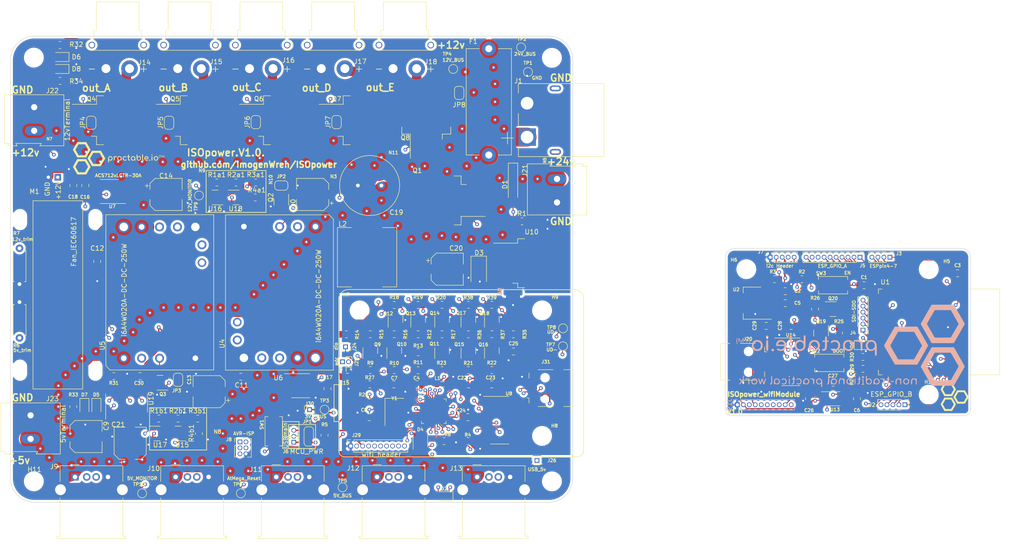
<source format=kicad_pcb>
(kicad_pcb (version 20211014) (generator pcbnew)
  (layers (0 "F.Cu" signal) (1 "In1.Cu" signal) (2 "In2.Cu" signal) (31 "B.Cu" signal) (34 "B.Paste" user) (35 "F.Paste" user) (36 "B.SilkS" user "B.Silkscreen") (37 "F.SilkS" user "F.Silkscreen") (38 "B.Mask" user) (39 "F.Mask" user) (44 "Edge.Cuts" user))
  (net 0 "")
  (net 1 "/ESP32_Daughterboard/USB ESP32 CH340 Interface /ESP_EN")
  (net 2 "GND")
  (net 3 "MCU_5V")
  (net 4 "Net-(C7-Pad1)")
  (net 5 "Net-(C8-Pad1)")
  (net 6 "24V_BUS")
  (net 7 "/Power Distribution/5V_I_SENSE_IP")
  (net 8 "Net-(C17-Pad1)")
  (net 9 "Net-(C18-Pad1)")
  (net 10 "Net-(C22-Pad2)")
  (net 11 "Net-(C24-Pad1)")
  (net 12 "Net-(C25-Pad2)")
  (net 13 "Net-(C29-Pad1)")
  (net 14 "Net-(D1-Pad2)")
  (net 15 "Net-(D2-Pad1)")
  (net 16 "Net-(D2-Pad2)")
  (net 17 "Net-(D3-Pad1)")
  (net 18 "Net-(D4-Pad2)")
  (net 19 "Net-(D4-Pad3)")
  (net 20 "Net-(D5-Pad1)")
  (net 21 "Net-(D5-Pad2)")
  (net 22 "Net-(D6-Pad1)")
  (net 23 "Net-(D6-Pad2)")
  (net 24 "Net-(D7-Pad1)")
  (net 25 "Net-(D8-Pad1)")
  (net 26 "Net-(D8-Pad2)")
  (net 27 "/Power Distribution/12V_I_SENSE_IP")
  (net 28 "/24V_0")
  (net 29 "23")
  (net 30 "19")
  (net 31 "18")
  (net 32 "5")
  (net 33 "4")
  (net 34 "Net-(J3-Pad1)")
  (net 35 "Net-(J3-Pad2)")
  (net 36 "Net-(J3-Pad3)")
  (net 37 "Net-(J3-Pad4)")
  (net 38 "Net-(J4-Pad1)")
  (net 39 "Net-(J4-Pad2)")
  (net 40 "Net-(J4-Pad3)")
  (net 41 "Net-(J4-Pad4)")
  (net 42 "Net-(J4-Pad5)")
  (net 43 "Net-(J4-Pad6)")
  (net 44 "Net-(J5-Pad1)")
  (net 45 "Net-(J5-Pad2)")
  (net 46 "Net-(J5-Pad3)")
  (net 47 "Net-(J5-Pad4)")
  (net 48 "Net-(J5-Pad5)")
  (net 49 "Net-(J5-Pad6)")
  (net 50 "Net-(J5-Pad7)")
  (net 51 "Net-(J5-Pad8)")
  (net 52 "Net-(J5-Pad9)")
  (net 53 "Net-(D9-Pad1)")
  (net 54 "SCL")
  (net 55 "SDA")
  (net 56 "Net-(J8-Pad1)")
  (net 57 "Net-(J8-Pad3)")
  (net 58 "Net-(J8-Pad4)")
  (net 69 "/24V_1")
  (net 70 "/Power Outputs/12V_OP_0")
  (net 71 "/Power Outputs/12V_OP_1")
  (net 72 "/Power Outputs/12V_OP_2")
  (net 73 "/Power Outputs/12V_OP_3")
  (net 74 "Net-(J20-Pad2)")
  (net 75 "Net-(J20-Pad3)")
  (net 77 "Net-(JP2-Pad2)")
  (net 78 "Net-(JP3-Pad2)")
  (net 79 "5V_BUS")
  (net 80 "/5V_BUS_MONITOR")
  (net 81 "/12V_BUS_MONITOR")
  (net 82 "/BUS_B_DISABLE")
  (net 83 "/BUS_A_DISABLE")
  (net 84 "/Power Outputs/5v to 12v logic conversion_v2/0_OUT")
  (net 85 "/Power Outputs/5v to 12v logic conversion_v2/1_OUT")
  (net 86 "/Power Outputs/5v to 12v logic conversion_v2/2_OUT")
  (net 87 "/Power Outputs/5v to 12v logic conversion_v2/3_OUT")
  (net 88 "/Power Outputs/5v to 12v logic conversion_v2/4_OUT")
  (net 89 "Net-(Q9-Pad1)")
  (net 90 "Net-(Q9-Pad3)")
  (net 91 "Net-(Q10-Pad1)")
  (net 92 "Net-(Q10-Pad3)")
  (net 93 "Net-(Q11-Pad1)")
  (net 94 "Net-(Q11-Pad3)")
  (net 95 "Net-(Q12-Pad1)")
  (net 96 "Net-(Q13-Pad1)")
  (net 97 "Net-(Q14-Pad1)")
  (net 98 "Net-(Q15-Pad1)")
  (net 99 "Net-(Q16-Pad1)")
  (net 100 "Net-(Q17-Pad1)")
  (net 101 "Net-(Q18-Pad1)")
  (net 102 "Net-(Q19-Pad1)")
  (net 103 "Net-(Q19-Pad2)")
  (net 104 "/ESP32_Daughterboard/GND")
  (net 105 "Net-(Q20-Pad1)")
  (net 106 "Net-(Q20-Pad2)")
  (net 107 "Net-(R1a1-Pad2)")
  (net 108 "Net-(R1b1-Pad2)")
  (net 109 "Net-(R3a1-Pad2)")
  (net 110 "Net-(R3b1-Pad2)")
  (net 111 "Net-(R6-Pad1)")
  (net 112 "Net-(R7-Pad1)")
  (net 113 "/Power Outputs/12V_OP_4")
  (net 114 "/ESP32_Daughterboard/MCU_5V_BUS")
  (net 115 "/ESP32_Daughterboard/3V3_BUS")
  (net 117 "/AtMega328p/MCU_5V_BUS")
  (net 118 "Net-(C6-Pad1)")
  (net 121 "/BUS_I_SENSE_A")
  (net 123 "/BUS_I_SENSE_B")
  (net 141 "12V_BUS")
  (net 142 "Net-(Q15-Pad3)")
  (net 143 "Net-(Q16-Pad3)")
  (net 144 "/AtMega328p/USB MCU CH340 Interface A/DTR_A")
  (net 145 "/3V3_BUS")
  (net 146 "Net-(D7-Pad2)")
  (net 147 "/USB_PBUS")
  (net 148 "/ESP32_Daughterboard/USB_PBUS")
  (net 153 "/ESP32_Daughterboard/SSERIAL_TX")
  (net 154 "/ESP32_Daughterboard/SSERIAL_RX")
  (net 155 "/AtMega328p/CH_C")
  (net 156 "/AtMega328p/ADC5")
  (net 157 "/AtMega328p/ADC4")
  (net 158 "Net-(D9-Pad2)")
  (net 163 "/AtMega328p/SSERIAL_TX")
  (net 164 "/AtMega328p/SSERIAL_RX")
  (net 166 "/ESP32_Daughterboard/USB ESP32 CH340 Interface /ESP_IO0")
  (net 167 "/AtMega328p/CH_F")
  (net 168 "/AtMega328p/CH_G")
  (net 169 "/AtMega328p/CH_H")
  (net 170 "/AtMega328p/CH_I")
  (net 171 "/AtMega328p/CH_J")
  (net 172 "/ESP32_Daughterboard/Logic Level Conversion/1A")
  (net 173 "/ESP32_Daughterboard/Logic Level Conversion/0A")
  (net 174 "/ESP32_Daughterboard/USB ESP32 CH340 Interface /TxD_B")
  (net 175 "/ESP32_Daughterboard/USB ESP32 CH340 Interface /RxD_B")
  (net 176 "/AtMega328p/USB MCU CH340 Interface A/RxD_A")
  (net 177 "/AtMega328p/USB MCU CH340 Interface A/TxD_A")
  (net 186 "HV")
  (net 187 "Net-(N5-Pad1)")
  (net 188 "GNDPWR")
  (net 189 "Net-(M1-Pad1)")
  (net 190 "Net-(N8-Pad2)")
  (net 191 "Net-(N9-Pad2)")
  (net 192 "/Power Outputs/MID_PWR")
  (net 193 "Net-(N10-Pad2)")
  (footprint "Diode_SMD:D_SMA" (layer "F.Cu") (at 157.184511 90.805 -90)
    (fp_text reference "D3")
    (fp_text value "1N5821")
  )
  (footprint "Connector_USB:USB_A_Molex_67643_Horizontal" (layer "F.Cu") (at 135.599511 134.319511)
    (fp_text reference "J12")
    (fp_text value "USB_CH_A")
  )
  (footprint "TestPoint:TestPoint_Pad_D1.5mm" (layer "F.Cu") (at 166.184511 43.049511 180)
    (fp_text reference "TP2")
    (fp_text value "24V_BUS")
  )
  (footprint "Connector_PinHeader_1.27mm:PinHeader_1x05_P1.27mm_Vertical" (layer "F.Cu") (at 247.66 118.9775 -90)
    (fp_text reference "J2")
    (fp_text value "ESP_GPIO_B")
  )
  (footprint "Jumper:SolderJumper-2_P1.3mm_Open_RoundedPad1.0x1.5mm" (layer "F.Cu") (at 109.855 58.928 90)
    (fp_text reference "JP6")
    (fp_text value "OP_2")
  )
  (footprint "Capacitor_SMD:CP_Elec_6.3x5.4" (layer "F.Cu") (at 90.805 74.295)
    (fp_text reference "C14")
    (fp_text value "22u")
  )
  (footprint "Package_TO_SOT_SMD:TO-263-2" (layer "F.Cu") (at 78.994511 58.524511)
    (fp_text reference "Q4")
    (fp_text value "IRF5305_PBF")
  )
  (footprint "Connector_AMASS:AMASS_XT30PW-F_1x02_P2.50mm_Horizontal" (layer "F.Cu") (at 93.284511 47.545)
    (fp_text reference "J15")
    (fp_text value "XT30_connector_DC_30A_female")
  )
  (footprint "NetTie:NetTie-2_SMD_Pad0.5mm" (layer "F.Cu") (at 126.365 71.12 90)
    (fp_text reference "N3")
    (fp_text value "Net_Tie")
  )
  (footprint "Package_TO_SOT_SMD:SOT-23" (layer "F.Cu") (at 144.324511 100.839511 90)
    (fp_text reference "Q13")
    (fp_text value "BC817")
  )
  (footprint "Package_DFN_QFN:QFN-32-1EP_5x5mm_P0.5mm_EP3.1x3.1mm" (layer "F.Cu") (at 147.659511 120.354511)
    (fp_text reference "U3")
    (fp_text value "ATmega328PB-M")
  )
  (footprint "Package_TO_SOT_SMD:TO-263-2" (layer "F.Cu") (at 96.774511 58.524511)
    (fp_text reference "Q5")
    (fp_text value "IRF5305_PBF")
  )
  (footprint "MountingHole:MountingHole_3.2mm_M3" (layer "F.Cu") (at 252.73 116.84)
    (fp_text reference "H10")
    (fp_text value "MountingHole" hide)
  )
  (footprint "Resistor_SMD:R_0805_2012Metric_Pad1.20x1.40mm_HandSolder" (layer "F.Cu") (at 134.164511 103.989511)
    (fp_text reference "R15")
    (fp_text value "10k")
  )
  (footprint "Button_Switch_SMD:SW_SPST_EVQPE1" (layer "F.Cu") (at 231.615 110.0875 180)
    (fp_text reference "SW2")
    (fp_text value "BOOT")
  )
  (footprint "Connector_USB:USB_Mini-B_Lumberg_2486_01_Horizontal" (layer "F.Cu") (at 214.47 109.855 -90)
    (fp_text reference "J20")
    (fp_text value "USB_B_Mini")
  )
  (footprint "Resistor_THT:R_Axial_DIN0207_L6.3mm_D2.5mm_P7.62mm_Horizontal" (layer "F.Cu") (at 59.69 85.725 -90)
    (fp_text reference "R7")
    (fp_text value "12v_trim")
  )
  (footprint "Package_SO:SOIC-14_3.9x8.7mm_P1.27mm" (layer "F.Cu") (at 82.429511 118.614511 90)
    (fp_text reference "U19")
    (fp_text value "HEF4093B")
  )
  (footprint "Jumper:SolderJumper-2_P1.3mm_Open_RoundedPad1.0x1.5mm" (layer "F.Cu") (at 93.345 113.68 90)
    (fp_text reference "JP3")
    (fp_text value "DSBL_BYPSS_A")
  )
  (footprint "Connector_PinHeader_1.27mm:PinHeader_2x03_P1.27mm_Vertical" (layer "F.Cu") (at 106.494511 126.869511)
    (fp_text reference "J8")
    (fp_text value "AVR-ISP")
  )
  (footprint "000_Graphics_Immo:practactable.io_symbol_7x6" (layer "F.Cu") (at 257.937 117.298457)
    (fp_text reference "G***" hide)
    (fp_text value "LOGO" hide)
  )
  (footprint "Connector_PinHeader_1.27mm:PinHeader_1x02_P1.27mm_Vertical" (layer "F.Cu") (at 128.27 109.855 90)
    (fp_text reference "J25")
    (fp_text value "adc")
  )
  (footprint "Capacitor_SMD:C_0805_2012Metric_Pad1.18x1.45mm_HandSolder" (layer "F.Cu") (at 76.2 88.4975 -90)
    (fp_text reference "C12")
    (fp_text value "100n")
  )
  (footprint "Package_TO_SOT_SMD:TO-263-5_TabPin3" (layer "F.Cu") (at 168.409511 88.9)
    (fp_text reference "U10")
    (fp_text value "LM2596S-5")
  )
  (footprint "TerminalBlock:TerminalBlock_Altech_AK300-2_P5.00mm" (layer "F.Cu") (at 173.804511 75.989511 90)
    (fp_text reference "J21")
    (fp_text value "24vTerminal")
  )
  (footprint "Resistor_SMD:R_0805_2012Metric_Pad1.20x1.40mm_HandSolder" (layer "F.Cu") (at 134.023088 118.449511)
    (fp_text reference "R28")
    (fp_text value "220r")
  )
  (footprint "Package_TO_SOT_SMD:SOT-23" (layer "F.Cu") (at 139.244511 107.467011 90)
    (fp_text reference "Q10")
    (fp_text value "BC817")
  )
  (footprint "RF_Module:ESP32-WROOM-32" (layer "F.Cu") (at 251.925 103.505 -90)
    (fp_text reference "U1")
    (fp_text value "ESP32-WROOM-32")
  )
  (footprint "NetTie:NetTie-2_SMD_Pad0.5mm" (layer "F.Cu") (at 66.04 64 90)
    (fp_text reference "N7")
    (fp_text value "Net_Tie")
  )
  (footprint "Capacitor_SMD:C_0805_2012Metric_Pad1.18x1.45mm_HandSolder" (layer "F.Cu") (at 164.56179 107.654511)
    (fp_text reference "C25")
    (fp_text value "4n7")
  )
  (footprint "LED_SMD:LED_0805_2012Metric_Pad1.15x1.40mm_HandSolder" (layer "F.Cu") (at 238.76 106.2775)
    (fp_text reference "D9")
    (fp_text value "Blue")
  )
  (footprint "Resistor_SMD:R_0805_2012Metric_Pad1.20x1.40mm_HandSolder" (layer "F.Cu") (at 109.842141 71.755 180)
    (fp_text reference "R3a1")
    (fp_text value "560r")
  )
  (footprint "Package_TO_SOT_SMD:TO-263-2" (layer "F.Cu") (at 150.495 75.565 180)
    (fp_text reference "Q1")
    (fp_text value "IRF5305_PBF")
  )
  (footprint "Capacitor_SMD:CP_Elec_6.3x7.7" (layer "F.Cu") (at 121.92 74.295 180)
    (fp_text reference "C10")
    (fp_text value "100u")
  )
  (footprint "Package_SO:SSOP-8_2.95x2.8mm_P0.65mm" (layer "F.Cu") (at 232.41 117.7075)
    (fp_text reference "U13")
    (fp_text value "TXS0102DCT")
  )
  (footprint "Capacitor_SMD:C_0805_2012Metric_Pad1.18x1.45mm_HandSolder" (layer "F.Cu") (at 71.12 72.39 90)
    (fp_text reference "C18")
    (fp_text value "1n")
  )
  (footprint "Capacitor_SMD:C_0805_2012Metric_Pad1.18x1.45mm_HandSolder" (layer "F.Cu") (at 218.2075 102.235 180)
    (fp_text reference "C29")
    (fp_text value "100n")
  )
  (footprint "ISOpower:i6A4W-DIP" (layer "F.Cu") (at 81.824511 109.089511 90)
    (fp_text reference "U5")
    (fp_text value "i6A4W020A-DC-DC-250W")
  )
  (footprint "Resistor_SMD:R_0805_2012Metric_Pad1.20x1.40mm_HandSolder" (layer "F.Cu") (at 149.404511 111.629511 180)
    (fp_text reference "R23")
    (fp_text value "10k")
  )
  (footprint "Resistor_SMD:R_0805_2012Metric_Pad1.20x1.40mm_HandSolder" (layer "F.Cu") (at 166.37 80.01)
    (fp_text reference "R1")
    (fp_text value "330r")
  )
  (footprint "Connector_AMASS:AMASS_XT30PW-F_1x02_P2.50mm_Horizontal" (layer "F.Cu") (at 78.044511 47.545)
    (fp_text reference "J14")
    (fp_text value "XT30_connector_DC_30A_female")
  )
  (footprint "Connector_AMASS:AMASS_XT30PW-F_1x02_P2.50mm_Horizontal" (layer "F.Cu") (at 139.004511 47.545)
    (fp_text reference "J18")
    (fp_text value "XT30_connector_DC_30A_female")
  )
  (footprint "Capacitor_SMD:C_0805_2012Metric_Pad1.18x1.45mm_HandSolder" (layer "F.Cu") (at 144.082011 114.639511 180)
    (fp_text reference "C4")
    (fp_text value "100n")
  )
  (footprint "Resistor_SMD:R_0805_2012Metric_Pad1.20x1.40mm_HandSolder" (layer "F.Cu") (at 238.76 113.8975)
    (fp_text reference "R24")
    (fp_text value "10k")
  )
  (footprint "NetTie:NetTie-2_SMD_Pad0.5mm" (layer "F.Cu") (at 112.395 71.12 -90)
    (fp_text reference "N10")
    (fp_text value "Net_Tie")
  )
  (footprint "Package_SO:SOIC-8_3.9x4.9mm_P1.27mm" (layer "F.Cu") (at 119.38 114.935)
    (fp_text reference "U6")
    (fp_text value "ACS712xLCTR-30A" hide)
  )
  (footprint "Resistor_SMD:R_0805_2012Metric_Pad1.20x1.40mm_HandSolder" (layer "F.Cu") (at 101.587141 71.755)
    (fp_text reference "R1a1")
    (fp_text value "560r")
  )
  (footprint "LED_SMD:LED_0805_2012Metric_Pad1.15x1.40mm_HandSolder" (layer "F.Cu") (at 76.014511 119.494511 -90)
    (fp_text reference "D5")
    (fp_text value "GREEN")
  )
  (footprint "LED_SMD:LED_0805_2012Metric_Pad1.15x1.40mm_HandSolder" (layer "F.Cu") (at 149.86 138.43 180)
    (fp_text reference "D2")
    (fp_text value "Blue")
  )
  (footprint "Button_Switch_SMD:SW_SPST_EVQPE1" (layer "F.Cu") (at 113.665 124.62 90)
    (fp_text reference "SW1")
    (fp_text value "SW_Push" hide)
  )
  (footprint "Resistor_SMD:R_0805_2012Metric_Pad1.20x1.40mm_HandSolder" (layer "F.Cu") (at 97.52 121.92 180)
    (fp_text reference "R3b1")
    (fp_text value "560r")
  )
  (footprint "Button_Switch_SMD:SW_SPST_EVQPE1" (layer "F.Cu") (at 232.41 93.5775 180)
    (fp_text reference "SW3")
    (fp_text value "EN")
  )
  (footprint "Connector_PinHeader_1.27mm:PinHeader_1x01_P1.27mm_Vertical" (layer "F.Cu") (at 128.905 106.68 180)
    (fp_text reference "J24")
    (fp_text value "dio")
  )
  (footprint "TerminalBlock:TerminalBlock_Altech_AK300-2_P5.00mm" (layer "F.Cu") (at 62.804511 55.749511 -90)
    (fp_text reference "J22")
    (fp_text value "12vTerminal")
  )
  (footprint "TestPoint:TestPoint_Pad_D1.5mm" (layer "F.Cu") (at 175.074511 106.549511 90)
    (fp_text reference "TP7")
    (fp_text value "UD-")
  )
  (footprint "TestPoint:TestPoint_Pad_D1.5mm" (layer "F.Cu") (at 151.765 47.625 90)
    (fp_text reference "TP4")
    (fp_text value "12V_BUS")
  )
  (footprint "Crystal:Crystal_SMD_Abracon_ABM3C-4Pin_5.0x3.2mm" (layer "F.Cu") (at 139.284511 120.519511 -90)
    (fp_text reference "Y1")
    (fp_text value "16MHz")
  )
  (footprint "Inductor_SMD:L_0805_2012Metric_Pad1.05x1.20mm_HandSolder" (layer "F.Cu") (at 149.444511 114.639511)
    (fp_text reference "L1")
    (fp_text value "10uH")
  )
  (footprint "Connector_PinHeader_1.27mm:PinHeader_1x05_P1.27mm_Vertical" (layer "F.Cu") (at 219.065 87.63 90)
    (fp_text reference "J7")
    (fp_text value "i2c Header")
  )
  (footprint "Connector_USB:USB_A_Molex_67643_Horizontal" (layer "F.Cu") (at 156.849506 134.319511)
    (fp_text reference "J13")
    (fp_text value "USB_CH_A")
  )
  (footprint "Resistor_SMD:R_0805_2012Metric_Pad1.20x1.40mm_HandSolder" (layer "F.Cu") (at 89.265 121.92)
    (fp_text reference "R1b1")
    (fp_text value "470r")
  )
  (footprint "Capacitor_SMD:CP_Elec_6.3x7.7" (layer "F.Cu") (at 73.82 125.73)
    (fp_text reference "C9")
    (fp_text value "100u")
  )
  (footprint "Resistor_SMD:R_0805_2012Metric_Pad1.20x1.40mm_HandSolder" (layer "F.Cu") (at 149.834511 126.704511)
    (fp_text reference "R8")
    (fp_text value "1M")
  )
  (footprint "LED_SMD:LED_0805_2012Metric_Pad1.15x1.40mm_HandSolder" (layer "F.Cu") (at 68.335 45.085 180)
    (fp_text reference "D6")
    (fp_text value "GREEN")
  )
  (footprint "TestPoint:TestPoint_Pad_D1.5mm" (layer "F.Cu") (at 85.725 137.795 180)
    (fp_text reference "TP10")
    (fp_text value "5V_MONITOR")
  )
  (footprint "NetTie:NetTie-2_SMD_Pad0.5mm" (layer "F.Cu") (at 98.425 70.985 -90)
    (fp_text reference "N9")
    (fp_text value "Net_Tie")
  )
  (footprint "Capacitor_SMD:CP_Elec_6.3x7.7" (layer "F.Cu") (at 150.495 90.17)
    (fp_text reference "C20")
    (fp_text value "220u")
  )
  (footprint "Resistor_SMD:R_0805_2012Metric_Pad1.20x1.40mm_HandSolder" (layer "F.Cu") (at 154.987697 111.629511 180)
    (fp_text reference "R21")
    (fp_text value "10k")
  )
  (footprint "LED_SMD:LED_0805_2012Metric_Pad1.15x1.40mm_HandSolder" (layer "F.Cu") (at 73.474511 119.494511 -90)
    (fp_text reference "D7")
    (fp_text value "RED")
  )
  (footprint "Package_TO_SOT_SMD:SOT-23" (layer "F.Cu") (at 149.404511 100.814511 90)
    (fp_text reference "Q14")
    (fp_text value "BC817")
  )
  (footprint "NetTie:NetTie-8-15A_1oz_2oz_chamf" (layer "F.Cu") (at 139.065 67.945)
    (fp_text reference "N11")
    (fp_text value "pwr_tie")
  )
  (footprint "Capacitor_SMD:C_0805_2012Metric_Pad1.18x1.45mm_HandSolder" (layer "F.Cu") (at 129.3075 113.03)
    (fp_text reference "C15")
    (fp_text value "100n")
  )
  (footprint "Resistor_SMD:R_0805_2012Metric_Pad1.20x1.40mm_HandSolder" (layer "F.Cu") (at 144.324511 97.77)
    (fp_text reference "R19")
    (fp_text value "10k")
  )
  (footprint "Capacitor_SMD:C_0805_2012Metric_Pad1.18x1.45mm_HandSolder" (layer "F.Cu") (at 232.41 114.3 180)
    (fp_text reference "C27")
    (fp_text value "100n")
  )
  (footprint "Package_SO:SOIC-16_3.9x9.9mm_P1.27mm" (layer "F.Cu") (at 223.455 109.855)
    (fp_text reference "U14")
    (fp_text value "CH340C")
  )
  (footprint "Resistor_SMD:R_0805_2012Metric_Pad1.20x1.40mm_HandSolder" (layer "F.Cu") (at 144.324511 107.819511 180)
    (fp_text reference "R13")
    (fp_text value "10k")
  )
  (footprint "ISOpower:i6A4W-DIP" (layer "F.Cu") (at 122.524511 81.119511 -90)
    (fp_text reference "U4")
    (fp_text value "i6A4W020A-DC-DC-250W")
  )
  (footprint "TestPoint:TestPoint_Pad_D1.5mm" (layer "F.Cu") (at 124.46 120.015)
    (fp_text reference "TP3")
    (fp_text value "3V3_BUS")
  )
  (footprint "Resistor_SMD:R_0805_2012Metric_Pad1.20x1.40mm_HandSolder" (layer "F.Cu") (at 154.987697 104.009511 180)
    (fp_text reference "R36")
    (fp_text value "10k")
  )
  (footprint "NetTie:NetTie-8-15A_1oz_2oz_long" (layer "F.Cu") (at 101.854 121.92 180)
    (fp_text reference "N8")
    (fp_text value "Net_Tie")
  )
  (footprint "Resistor_SMD:R_0805_2012Metric_Pad1.20x1.40mm_HandSolder" (layer "F.Cu") (at 225.79 92.3075 180)
    (fp_text reference "R2")
    (fp_text value "10k")
  )
  (footprint "Capacitor_SMD:C_0805_2012Metric_Pad1.18x1.45mm_HandSolder" (layer "F.Cu") (at 222.25 94.8475)
    (fp_text reference "C2")
    (fp_text value "100n")
  )
  (footprint "MountingHole:MountingHole_3.2mm_M3" (layer "F.Cu") (at 252.73 90.17)
    (fp_text reference "H5")
    (fp_text value "MountingHole" hide)
  )
  (footprint "Resistor_SMD:R_0805_2012Metric_Pad1.20x1.40mm_HandSolder" (layer "F.Cu") (at 134.054511 114.639511)
    (fp_text reference "R27")
    (fp_text value "220r")
  )
  (footprint "Connector_PinHeader_1.27mm:PinHeader_1x04_P1.27mm_Vertical" (layer "F.Cu") (at 244.475 87.63 -90)
    (fp_text reference "J3")
    (fp_text value "ESPpin4-7")
  )
  (footprint "Package_TO_SOT_SMD:SOT-23" (layer "F.Cu") (at 139.514511 100.839511 90)
    (fp_text reference "Q12")
    (fp_text value "BC817")
  )
  (footprint "Capacitor_SMD:C_0805_2012Metric_Pad1.18x1.45mm_HandSolder" (layer "F.Cu") (at 133.922011 121.624511 180)
    (fp_text reference "C8")
    (fp_text value "22p")
  )
  (footprint "Capacitor_THT:C_Radial_D12.5mm_H20.0mm_P5.00mm" (layer "F.Cu") (at 136.525 72.39 180)
    (fp_text reference "C19")
    (fp_text value "680u")
  )
  (footprint "MountingHole:MountingHole_3.2mm_M3" (layer "F.Cu") (at 131.894511 98.929511)
    (fp_text reference "H7")
    (fp_text value "MountingHole" hide)
  )
  (footprint "Capacitor_SMD:C_0805_2012Metric_Pad1.18x1.45mm_HandSolder" (layer "F.Cu") (at 258.8475 91.0375)
    (fp_text reference "C3")
    (fp_text value "100n")
  )
  (footprint "ISOpower:Fan12V_40by10.5mm" (layer "F.Cu") (at 67.809511 70.629511 -90)
    (fp_text reference "M1")
    (fp_text value "Fan_IEC60617")
  )
  (footprint "TestPoint:TestPoint_Pad_D1.5mm" (layer "F.Cu") (at 167.64 48.26 90)
    (fp_text reference "TP1")
    (fp_text value "GND")
  )
  (footprint "Connector_USB:USB_A_Molex_67643_Horizontal" (layer "F.Cu") (at 92.834511 134.319511)
    (fp_text reference "J10")
    (fp_text value "USB_CH_A")
  )
  (footprint "Package_TO_SOT_SMD:TO-263-2" (layer "F.Cu") (at 114.439511 58.524511)
    (fp_text reference "Q6")
    (fp_text value "IRF5305_PBF")
  )
  (footprint "Package_TO_SOT_SMD:SOT-143" (layer "F.Cu") (at 144.799511 126.704511 90)
    (fp_text reference "D4")
    (fp_text value "PRTR5V0U2X")
  )
  (footprint "Connector_PinHeader_1.27mm:PinHeader_1x03_P1.27mm_Vertical" (layer "F.Cu") (at 117.924511 126.954511 180)
    (fp_text reference "J6")
    (fp_text value "prog_power_select" hide)
  )
  (footprint "Jumper:SolderJumper-2_P1.3mm_Open_RoundedPad1.0x1.5mm" (layer "F.Cu") (at 74.915 59.055 90)
    (fp_text reference "JP4")
    (fp_text value "OP_0")
  )
  (footprint "Resistor_THT:R_Axial_DIN0207_L6.3mm_D2.5mm_P7.62mm_Horizontal" (layer "F.Cu") (at 59.69 104.775 90)
    (fp_text reference "R6")
    (fp_text value "5v_trim")
  )
  (footprint "Connector_AMASS:AMASS_XT60PW-M" (layer "F.Cu") (at 173.454511 58.499511 -90)
    (fp_text reference "J1")
    (fp_text value "XT60_connector_DC_60A_male")
  )
  (footprint "Resistor_SMD:R_0805_2012Metric_Pad1.20x1.40mm_HandSolder" (layer "F.Cu") (at 79.714511 112.899511)
    (fp_text reference "R31")
    (fp_text value "220r")
  )
  (footprint "Connector_PinHeader_1.27mm:PinHeader_1x01_P1.27mm_Vertical" (layer "F.Cu") (at 169.545 130.81)
    (fp_text reference "J26")
    (fp_text value "USB_5v")
  )
  (footprint "Capacitor_SMD:C_0805_2012Metric_Pad1.18x1.45mm_HandSolder" (layer "F.Cu") (at 238.9925 93.5775)
    (fp_text reference "C1")
    (fp_text value "100n")
  )
  (footprint "Resistor_SMD:R_0805_2012Metric_Pad1.20x1.40mm_HandSolder" (layer "F.Cu") (at 144.324511 104.009511)
    (fp_text reference "R12")
    (fp_text value "10k")
  )
  (footprint "Capacitor_SMD:C_0805_2012Metric_Pad1.18x1.45mm_HandSolder" (layer "F.Cu") (at 227.33 117.7075 90)
    (fp_text reference "C26")
    (fp_text value "100n")
  )
  (footprint "Jumper:SolderJumper-3_P1.3mm_Bridged12_RoundedPad1.0x1.5mm_NumberLabels" (layer "F.Cu") (at 121.099511 125.709511 -90)
    (fp_text reference "JP1")
    (fp_text value "MCU_PWR")
  )
  (footprint "Resistor_SMD:R_0805_2012Metric_Pad1.20x1.40mm_HandSolder" (layer "F.Cu") (at 109.747141 74.93 180)
    (fp_text reference "R4a1")
    (fp_text value "2k0")
  )
  (footprint "Capacitor_SMD:C_0805_2012Metric_Pad1.18x1.45mm_HandSolder" (layer "F.Cu") (at 154.877011 121.624511 180)
    (fp_text reference "C24")
    (fp_text value "100n")
  )
  (footprint "Connector_AMASS:AMASS_XT30PW-F_1x02_P2.50mm_Horizontal" (layer "F.Cu") (at 123.764511 47.545)
    (fp_text reference "J17")
    (fp_text value "XT30_connector_DC_30A_female")
  )
  (footprint "Resistor_SMD:R_0805_2012Metric_Pad1.20x1.40mm_HandSolder" (layer "F.Cu") (at 149.404511 104.009511 180)
    (fp_text reference "R17")
    (fp_text value "10k")
  )
  (footprint "Resistor_SMD:R_0805_2012Metric_Pad1.20x1.40mm_HandSolder" (layer "F.Cu") (at 238.76 111.3575)
    (fp_text reference "R29")
    (fp_text value "1k")
  )
  (footprint "Capacitor_SMD:C_0805_2012Metric_Pad1.18x1.45mm_HandSolder" (layer "F.Cu") (at 159.957011 114.639511)
    (fp_text reference "C23")
    (fp_text value "100n")
  )
  (footprint "Resistor_SMD:R_0805_2012Metric_Pad1.20x1.40mm_HandSolder" (layer "F.Cu") (at 129.084511 104.009511 180)
    (fp_text reference "R14")
    (fp_text value "10k")
  )
  (footprint "Package_TO_SOT_SMD:TO-263-2" (layer "F.Cu") (at 146.05 58.505 90)
    (fp_text reference "Q8")
    (fp_text value "IRF5305_PBF")
  )
  (footprint "MountingHole:MountingHole_3.2mm_M3" (layer "F.Cu") (at 170.629511 125.599511)
    (fp_text reference "H8")
    (fp_text value "MountingHole" hide)
  )
  (footprint "Jumper:SolderJumper-2_P1.3mm_Open_RoundedPad1.0x1.5mm" (layer "F.Cu") (at 127 58.928 90)
    (fp_text reference "JP7")
    (fp_text value "OP_3")
  )
  (footprint "Resistor_SMD:R_0805_2012Metric_Pad1.20x1.40mm_HandSolder" (layer "F.Cu") (at 124.46 125.46 -90)
    (fp_text reference "R5")
    (fp_text value "10k")
  )
  (footprint "Package_SO:SOIC-16_3.9x9.9mm_P1.27mm" (layer "F.Cu") (at 161.629511 122.259511)
    (fp_text reference "U8")
    (fp_text value "CH340C")
  )
  (footprint "Capacitor_SMD:C_0805_2012Metric_Pad1.18x1.45mm_HandSolder" (layer "F.Cu") (at 85.307011 112.899511 180)
    (fp_text reference "C30")
    (fp_text value "100n")
  )
  (footprint "Resistor_SMD:R_0805_2012Metric_Pad1.20x1.40mm_HandSolder" (layer "F.Cu") (at 159.96873 111.609511)
    (fp_text reference "R22")
    (fp_text value "10k")
  )
  (footprint "Capacitor_SMD:C_0805_2012Metric_Pad1.18x1.45mm_HandSolder" (layer "F.Cu") (at 106.68 113.03 180)
    (fp_text reference "C11")
    (fp_text value "100n")
  )
  (footprint "TestPoint:TestPoint_Pad_D1.5mm" (layer "F.Cu") (at 128.27 136.525)
    (fp_text reference "TP5")
    (fp_text value "5V_BUS")
  )
  (footprint "000_Graphics_Immo:practactable.io_text_20x8" (layer "F.Cu") (at 80.645 66.675)
    (fp_text reference "G***" hide)
    (fp_text value "LOGO" hide)
  )
  (footprint "Connector_AMASS:AMASS_XT30PW-F_1x02_P2.50mm_Horizontal" (layer "F.Cu") (at 108.524511 47.545)
    (fp_text reference "J16")
    (fp_text value "XT30_connector_DC_30A_female")
  )
  (footprint "Connector_USB:USB_A_Molex_67643_Horizontal" (layer "F.Cu") (at 71.464511 134.319511)
    (fp_text reference "J9")
    (fp_text value "USB_CH_A")
  )
  (footprint "Resistor_SMD:R_0805_2012Metric_Pad1.20x1.40mm_HandSolder" (layer "F.Cu") (at 97.79 125.095 -90)
    (fp_text reference "R4b1")
    (fp_text value "470r")
  )
  (footprint "Resistor_SMD:R_0805_2012Metric_Pad1.20x1.40mm_HandSolder" (layer "F.Cu") (at 164.545544 104.009511)
    (fp_text reference "R35")
    (fp_text value "10k")
  )
  (footprint "TestPoint:TestPoint_Pad_D1.5mm" (layer "F.Cu") (at 106.68 137.795)
    (fp_text reference "TP6")
    (fp_text value "AtMega_Reset")
  )
  (footprint "Capacitor_SMD:C_0805_2012Metric_Pad1.18x1.45mm_HandSolder" (layer "F.Cu") (at 139.172011 114.639511)
    (fp_text reference "C7")
    (fp_text value "22p")
  )
  (footprint "Jumper:SolderJumper-2_P1.3mm_Open_RoundedPad1.0x1.5mm" (layer "F.Cu") (at 91.44 59.055 90)
    (fp_text reference "JP5")
    (fp_text value "OP_1")
  )
  (footprint "Package_SO:SOIC-8_3.9x4.9mm_P1.27mm" (layer "F.Cu") (at 78.74 73.66 180)
    (fp_text reference "U7")
    (fp_text value "ACS712xLCTR-30A")
  )
  (footprint "Resistor_SMD:R_0805_2012Metric_Pad1.20x1.40mm_HandSolder" (layer "F.Cu") (at 68.31 50.165)
    (fp_text reference "R34")
    (fp_text value "220r")
  )
  (footprint "Capacitor_SMD:C_0805_2012Metric_Pad1.18x1.45mm_HandSolder" (layer "F.Cu") (at 223.52 102.235 180)
    (fp_text reference "C28")
    (fp_text value "100n")
  )
  (footprint "Resistor_SMD:R_0805_2012Metric_Pad1.20x1.40mm_HandSolder" (layer "F.Cu") (at 154.987697 97.745)
    (fp_text reference "R38")
    (fp_text value "10k")
  )
  (footprint "Package_TO_SOT_SMD:SOT-23" (layer "F.Cu") (at 93.345 125.095 180)
    (fp_text reference "U15")
    (fp_text value "TL431DBZ")
  )
  (footprint "Capacitor_SMD:C_0805_2012Metric_Pad1.18x1.45mm_HandSolder" (layer "F.Cu") (at 237.49 117.7075 -90)
    (fp_text reference "C6")
    (fp_text value "100n")
  )
  (footprint "Package_TO_SOT_SMD:SOT-23" (layer "F.Cu") (at 232.41 98.6575)
    (fp_text reference "Q20")
    (fp_text value "BC817")
  )
  (footprint "Package_TO_SOT_SMD:SOT-23" (layer "F.Cu") (at 101.222141 74.93 180)
    (fp_text reference "U16")
    (fp_text value "TL431DBZ")
  )
  (footprint "Package_TO_SOT_SMD:SOT-223-3_TabPin2" (layer "F.Cu") (at 215.24 97.3875 180)
    (fp_text reference "U2")
    (fp_text value "AMS1117-3.3")
  )
  (footprint "Connector_PinHeader_1.27mm:PinHeader_1x01_P1.27mm_Vertical" (layer "F.Cu") (at 121.285 120.015)
    (fp_text reference "J30")
    (fp_text value "3V3_spare" hide)
  )
  (footprint "Capacitor_SMD:C_0805_2012Metric_Pad1.18x1.45mm_HandSolder" (layer "F.Cu") (at 155.047011 114.639511)
    (fp_text reference "C22")
    (fp_text value "100n")
  )
  (footprint "LED_SMD:LED_0805_2012Metric_Pad1.15x1.40mm_HandSolder" (layer "F.Cu") (at 68.335 47.625 180)
    (fp_text reference "D8")
    (fp_text value "RED")
  )
  (footprint "NetTie:NetTie-2_SMD_Pad0.5mm" (layer "F.Cu") (at 169.716957 67.070679 180)
    (fp_text reference "N5")
    (fp_text value "Net_Tie")
  )
  (footprint "Capacitor_SMD:C_0805_2012Metric_Pad1.18x1.45mm_HandSolder" (layer "F.Cu") (at 125.095 115.57 -90)
    (fp_text reference "C17")
    (fp_text value "1n")
  )
  (footprint "Resistor_SMD:R_0805_2012Metric_Pad1.20x1.40mm_HandSolder" (layer "F.Cu") (at 139.244511 97.77)
    (fp_text reference "R18")
    (fp_text value "10k")
  )
  (footprint "Connector_PinSocket_1.27mm:PinSocket_1x10_P1.27mm_Vertical" (layer "F.Cu") (at 130.004511 127.747783 90)
    (fp_text reference "J29")
    (fp_text value "wifi_header")
  )
  (footprint "Package_TO_SOT_SMD:SOT-23" (layer "F.Cu") (at 88.9 125.095)
    (fp_text reference "U17")
    (fp_text value "TL431DBZ")
  )
  (footprint "Package_TO_SOT_SMD:SOT-23" (layer "F.Cu") (at 159.96873 107.487011 90)
    (fp_text reference "Q16")
    (fp_text value "BC817")
  )
  (footprint "Jumper:SolderJumper-2_P1.3mm_Open_RoundedPad1.0x1.5mm" (layer "F.Cu") (at 115.274511 72.39 180)
    (fp_text reference "JP2")
    (fp_text value "DSBL_BYPSS_B")
  )
  (footprint "Resistor_SMD:R_0805_2012Metric_Pad1.20x1.40mm_HandSolder" (layer "F.Cu") (at 139.244511 103.989511 180)
    (fp_text reference "R16")
    (fp_text value "10k")
  )
  (footprint "Package_TO_SOT_SMD:SOT-23" (layer "F.Cu") (at 154.987697 100.814511 90)
    (fp_text reference "Q17")
    (fp_text value "BC817")
  )
  (footprint "Resistor_SMD:R_0805_2012Metric_Pad1.20x1.40mm_HandSolder" (layer "F.Cu") (at 93.345 121.92)
    (fp_text reference "R2b1")
    (fp_text value "560r")
  )
  (footprint "Connector_PinHeader_1.27mm:PinHeader_1x10_P1.27mm_Vertical" (layer "F.Cu") (at 238.125 87.63 -90)
    (fp_text reference "J5")
    (fp_text value "ESP_GPIO_A")
  )
  (footprint "Capacitor_SMD:C_0805_2012Metric_Pad1.18x1.45mm_HandSolder" (layer "F.Cu") (at 222.25 97.3875)
    (fp_text reference "C5")
    (fp_text value "100n")
  )
  (footprint "Package_TO_SOT_SMD:SOT-23" (layer "F.Cu") (at 154.987697 107.487011 90)
    (fp_text reference "Q15")
    (fp_text value "BC817")
  )
  (footprint "Jumper:SolderJumper-2_P1.3mm_Open_RoundedPad1.0x1.5mm" (layer "F.Cu") (at 153.035 52.72 90)
    (fp_text reference "JP8")
    (fp_text value "OP_4")
  )
  (footprint "Package_TO_SOT_SMD:SOT-23" (layer "F.Cu") (at 115.274511 75.904511 -90)
    (fp_text reference "Q2")
    (fp_text value "Si2319CDS")
  )
  (footprint "Package_TO_SOT_SMD:SOT-23" (layer "F.Cu") (at 229.87 103.7375 -90)
    (fp_text reference "Q19")
    (fp_text value "BC817")
  )
  (footprint "Resistor_SMD:R_0805_2012Metric_Pad1.20x1.40mm_HandSolder" (layer "F.Cu") (at 134.164511 111.609511 180)
    (fp_text reference "R9")
    (fp_text value "10k")
  )
  (footprint "Resistor_SMD:R_0805_2012Metric_Pad1.20x1.40mm_HandSolder" (layer "F.Cu") (at 139.244511 111.609511 180)
    (fp_text reference "R10")
    (fp_text value "10k")
  )
  (footprint "Fuse:Fuseholder_Cylinder-5x20mm_Stelvio-Kontek_PTF78_Horizontal_Open" (layer "F.Cu") (at 159.324511 43.309511 -90)
    (fp_text reference "F1")
    (fp_text value "20A")
  )
  (footprint "Resistor_SMD:R_0805_2012Metric_Pad1.20x1.40mm_HandSolder" (layer "F.Cu") (at 144.324511 111.629511)
    (fp_text reference "R11")
    (fp_text value "10k")
  )
  (footprint "Package_TO_SOT_SMD:SOT-23" (layer "F.Cu") (at 159.96873 100.814511 90)
    (fp_text reference "Q18")
    (fp_text value "BC817")
  )
  (footprint "Package_TO_SOT_SMD:SOT-23" (layer "F.Cu") (at 134.164511 107.467011 90)
    (fp_text reference "Q9")
    (fp_text value "BC817")
  )
  (footprint "Capacitor_SMD:CP_Elec_6.3x7.7" (layer "F.Cu") (at 83.185 127.16 90)
    (fp_text reference "C21")
    (fp_text value "100u")
  )
  (footprint "Resistor_SMD:R_0805_2012Metric_Pad1.20x1.40mm_HandSolder" (layer "F.Cu") (at 68.31 42.545)
    (fp_text reference "R32")
    (fp_text value "220r")
  )
  (footprint "Connector_PinHeader_1.27mm:PinHeader_1x06_P1.27mm_Vertical" (layer "F.Cu") (at 238.76 103.1025 180)
    (fp_text reference "J4")
    (fp_text value "SDI-SDO")
  )
  (footprint "Resistor_SMD:R_0805_2012Metric_Pad1.20x1.40mm_HandSolder" (layer "F.Cu") (at 154.914511 126.704511)
    (fp_text reference "R4")
    (fp_text value "330r")
  )
  (footprint "Connector_USB:USB_Mini-B_Lumberg_2486_01_Horizontal" (layer "F.Cu") (at 171.264511 115.439511 90)
    (fp_text reference "J31")
    (fp_text value "USB_B_Mini")
  )
  (footprint "MountingHole:ISOpower_4xmounting_M3" (layer "F.Cu") (at 62.865 135.255 90)
    (fp_text reference "H11")
    (fp_text value "2x2_ISOpower_mountingHoles")
  )
  (footprint "MountingHole:MountingHole_3.2mm_M3" (layer "F.Cu") (at 213.995 90.17)
    (fp_text reference "H6")
    (fp_text value "MountingHole" hide)
  )
  (footprint "TerminalBlock:TerminalBlock_Altech_AK300-2_P5.00mm" (layer "F.Cu") (at 62.044511 121.234511 -90)
    (fp_text reference "J23")
    (fp_text value "5vTerminal")
  )
  (footprint "Package_TO_SOT_SMD:SOT-23" (layer "F.Cu") (at 149.404511 107.487011 90)
    (fp_text reference "Q11")
    (fp_text value "BC817")
  )
  (footprint "Resistor_SMD:R_0805_2012Metric_Pad1.20x1.40mm_HandSolder" (layer "F.Cu") (at 159.96873 97.745)
    (fp_text reference "R39")
    (fp_text value "10k")
  )
  (footprint "Resistor_SMD:R_0805_2012Metric_Pad1.20x1.40mm_HandSolder" (layer "F.Cu") (at 159.96873 103.989511 180)
    (fp_text reference "R37")
    (fp_text value "10k")
  )
  (footprint "TestPoint:TestPoint_Pad_D1.5mm" (layer "F.Cu") (at 97.79 74.515489)
    (fp_text reference "TP9")
    (fp_text value "12V_MONITOR")
  )
  (footprint "Package_TO_SOT_SMD:TO-263-2" (layer "F.Cu") (at 131.36 58.524511)
    (fp_text reference "Q7")
    (fp_text value "IRF5305_PBF")
  )
  (footprint "Capacitor_SMD:CP_Elec_6.3x5.4" (layer "F.Cu") (at 99.955 116.205 180)
    (fp_text reference "C13")
    (fp_text value "22u")
  )
  (footprint "Capacitor_SMD:C_0805_2012Metric_Pad1.18x1.45mm_HandSolder" (layer "F.Cu") (at 73.66 72.386131 90)
    (fp_text reference "C16")
    (fp_text value "100n")
  )
  (footprint "Resistor_SMD:R_0805_2012Metric_Pad1.20x1.40mm_HandSolder" (layer "F.Cu") (at 233.68 103.7375 -90)
    (fp_text reference "R25")
    (fp_text value "10k")
  )
  (footprint "Resistor_SMD:R_0805_2012Metric_Pad1.20x1.40mm_HandSolder" (layer "F.Cu") (at 71.12 119.38 -90)
    (fp_text reference "R33")
    (fp_text value "220r")
  )
  (footprint "Inductor_SMD:L_12x12mm_H8mm" (layer "F.Cu") (at 133.48 87.63 -90)
    (fp_text reference "L2")
    (fp_text value "33uH")
  )
  (footprint "Resistor_SMD:R_0805_2012Metric_Pad1.20x1.40mm_HandSolder" (layer "F.Cu") (at 228.6 98.6575 90)
    (fp_text reference "R26")
    (fp_text value "10k")
  )
  (footprint "Connector_USB:USB_A_Molex_67643_Horizontal" (layer "F.Cu") (at 114.204511 134.319511)
    (fp_text reference "J11")
    (fp_text value "USB_CH_A")
  )
  (footprint "Resistor_SMD:R_0805_2012Metric_Pad1.20x1.40mm_HandSolder" (layer "F.Cu") (at 238.76 108.8175)
    (fp_text reference "R30")
    (fp_text value "330r")
  )
  (footprint "Diode_SMD:D_MiniMELF_Handsoldering" (layer "F.Cu") (at 164.465 72.18 -90)
    (fp_text reference "D1")
    (fp_text value "BZV55B18")
  )
  (footprint "Resistor_SMD:R_0805_2012Metric_Pad1.20x1.40mm_HandSolder" (layer "F.Cu") (at 219.98 92.3075)
    (fp_text reference "R3")
    (fp_text value "10k")
  )
  (footprint "MountingHole:MountingHole_3.2mm_M3" (layer "F.Cu") (at 170.629511 98.929511)
    (fp_text reference "H9")
    (fp_text value "MountingHole")
  )
  (footprint "TestPoint:TestPoint_Pad_D1.5mm" (layer "F.Cu") (at 175.074511 102.739511 90)
    (fp_text reference "TP8")
    (fp_text value "UD+")
  )
  (footprint "Package_TO_SOT_SMD:SOT-23" (layer "F.Cu") (at 105.667141 74.93)
    (fp_text reference "U18")
    (fp_text value "TL431DBZ")
  )
  (footprint "Package_TO_SOT_SMD:SOT-23" (layer "F.Cu") (at 89.535 114.3 180)
    (fp_text reference "Q3")
    (fp_text value "Si2319CDS")
  )
  (footprint "Resistor_SMD:R_0805_2012Metric_Pad1.20x1.40mm_HandSolder" (layer "F.Cu") (at 149.404511 97.745)
    (fp_text reference "R20")
    (fp_text value "10k")
  )
  (footprint "Resistor_SMD:R_0805_2012Metric_Pad1.20x1.40mm_HandSolder" (layer "F.Cu") (at 105.667141 71.755)
    (fp_text reference "R2a1")
    (fp_text value "2k2")
  )
  (footprint "Connector_PinHeader_1.27mm:PinHeader_1x10_P1.27mm_Vertical" (layer "B.Cu") (at 212.09 118.9775 -90)
    (fp_text reference "J19")
    (fp_text value "ESP32_header")
  )
  (footprint "000_Graphics_Immo:practactable.io_text_50x20" (layer "B.Cu") (at 236.347 106.503457 180)
    (fp_text reference "G***" hide)
    (fp_text value "LOGO" hide)
  )
  (footprint "000_Graphics_Immo:practactable.io_text_30x11_SM" (layer "B.Cu") (at 136.525 89.535 180)
    (fp_text reference "G***" hide)
    (fp_text value "LOGO" hide)
  )
  (footprint "NetTie:NetTie-8-15A_1oz_2oz" (layer "B.Cu") (at 164.465 94.75 -90)
    (fp_text reference "N6")
    (fp_text value "Net_Tie")
  )
  (gr_line (start 128.651 130.048) (end 177.927 130.048) (layer "F.SilkS") (width 0.15))
  (gr_rect (start 115.57 122.555) (end 119.034511 125.73) (layer "F.SilkS") (width 0.15) (fill none))
  (gr_arc (start 127.508 96.52) (mid 128.103159 95.083159) (end 129.54 94.488) (layer "F.SilkS") (width 0.15))
  (gr_rect (start 126.459511 114.704511) (end 127.508 122.555) (layer "F.SilkS") (width 0.15) (fill none))
  (gr_line (start 177.506159 94.527841) (end 129.54 94.488) (layer "F.SilkS") (width 0.15))
  (gr_line (start 179.451 128.651) (end 179.451 96.52) (layer "F.SilkS") (width 0.15))
  (gr_arc (start 177.379159 94.527841) (mid 178.858898 95.06235) (end 179.451 96.52) (layer "F.SilkS") (width 0.15))
  (gr_arc (start 179.451 128.651) (mid 178.976831 129.663498) (end 177.927 130.048) (layer "F.SilkS") (width 0.15))
  (gr_rect (start 87.31 119.615) (end 99.422781 128.59) (layer "F.SilkS") (width 0.15) (fill none))
  (gr_rect (start 115.57 125.73) (end 119.034511 128.27) (layer "F.SilkS") (width 0.15) (fill none))
  (gr_rect (start 99.317141 69.215) (end 112.017141 78.105) (layer "F.SilkS") (width 0.15) (fill none))
  (gr_arc (start 128.651 130.048) (mid 127.817361 129.648925) (end 127.508 128.778) (layer "F.SilkS") (width 0.15))
  (gr_rect (start 116.814511 123.19) (end 122.555 128.27) (layer "F.SilkS") (width 0.15) (fill none))
  (gr_line (start 127.508 96.393) (end 127.508 128.778) (layer "F.SilkS") (width 0.15))
  (gr_arc (start 62.865 139.7) (mid 59.272898 138.212102) (end 57.785 134.62) (layer "Edge.Cuts") (width 0.1))
  (gr_line (start 57.785 45.72) (end 57.785 134.62) (layer "Edge.Cuts") (width 0.1))
  (gr_arc (start 210.82 121.298957) (mid 209.921974 120.926983) (end 209.55 120.028957) (layer "Edge.Cuts") (width 0.1))
  (gr_arc (start 57.785 45.72) (mid 59.272898 42.127898) (end 62.865 40.64) (layer "Edge.Cuts") (width 0.1))
  (gr_line (start 172.085 40.64) (end 62.865 40.64) (layer "Edge.Cuts") (width 0.1))
  (gr_line (start 209.55 120.028957) (end 209.55 87.643957) (layer "Edge.Cuts") (width 0.1))
  (gr_arc (start 261.62 120.028957) (mid 261.248026 120.926983) (end 260.35 121.298957) (layer "Edge.Cuts") (width 0.1))
  (gr_line (start 260.35 121.298957) (end 210.82 121.298957) (layer "Edge.Cuts") (width 0.1))
  (gr_arc (start 172.085 40.64) (mid 175.677102 42.127898) (end 177.165 45.72) (layer "Edge.Cuts") (width 0.1))
  (gr_line (start 261.62 87.643957) (end 261.62 120.028957) (layer "Edge.Cuts") (width 0.1))
  (gr_line (start 177.165 134.62) (end 177.165 45.72) (layer "Edge.Cuts") (width 0.1))
  (gr_arc (start 177.165 134.62) (mid 175.677102 138.212102) (end 172.085 139.7) (layer "Edge.Cuts") (width 0.1))
  (gr_line (start 62.865 139.7) (end 172.085 139.7) (layer "Edge.Cuts") (width 0.1))
  (gr_arc (start 259.715 85.738957) (mid 261.062038 86.296919) (end 261.62 87.643957) (layer "Edge.Cuts") (width 0.1))
  (gr_line (start 211.455 85.738957) (end 259.715 85.738957) (layer "Edge.Cuts") (width 0.1))
  (gr_arc (start 209.55 87.643957) (mid 210.107962 86.296919) (end 211.455 85.738957) (layer "Edge.Cuts") (width 0.1))
  (gr_text "ISOpower_wifiModule" (at 217.7225 116.7525) (layer "F.SilkS") (effects (font (size 1 1) (thickness 0.25))))
  (gr_text "+5v" (at 59.69 130.81) (layer "F.SilkS") (effects (font (size 1.5 1.5) (thickness 0.3))))
  (gr_text "+12v" (at 60.96 65.405) (layer "F.SilkS") (effects (font (size 1.5 1.5) (thickness 0.3))))
  (gr_text "main" (at 116.11965 124.202452 90) (layer "F.SilkS") (effects (font (size 0.8 0.8))))
  (gr_text "out_A" (at 75.998516 51.652874) (layer "F.SilkS") (effects (font (size 1.5 1.5) (thickness 0.3))))
  (gr_text "out_C" (at 107.968519 51.508973) (layer "F.SilkS") (effects (font (size 1.5 1.5) (thickness 0.3))))
  (gr_text "+24v" (at 174.625 67.31) (layer "F.SilkS") (effects (font (size 1.5 1.5) (thickness 0.3))))
  (gr_text "out_B" (at 92.339922 51.58912) (layer "F.SilkS") (effects (font (size 1.5 1.5) (thickness 0.3))))
  (gr_text "out_E" (at 136.27019 51.541862) (layer "F.SilkS") (effects (font (size 1.5 1.5) (thickness 0.3))))
  (gr_text "USB" (at 116.205 127 90) (layer "F.SilkS") (effects (font (size 0.8 0.8))))
  (gr_text "ISOpower.V1.0." (at 103.505 65.405) (layer "F.SilkS") (effects (font (size 1.5 1.5) (thickness 0.3))))
  (gr_text "GND" (at 174.625 49.53) (layer "F.SilkS") (effects (font (size 1.5 1.5) (thickness 0.3))))
  (gr_text "+12v" (at 151.298415 42.545) (layer "F.SilkS") (effects (font (size 1.5 1.5) (thickness 0.3))))
  (gr_text "GND" (at 60.325 52.07) (layer "F.SilkS") (effects (font (size 1.5 1.5) (thickness 0.3))))
  (gr_text "GND" (at 174.625 80.01) (layer "F.SilkS") (effects (font (size 1.5 1.5) (thickness 0.3))))
  (gr_text "5 | 4" (at 129.03 111.439044) (layer "F.SilkS") (effects (font (size 0.6 0.6))))
  (gr_text "out_D" (at 122.778837 51.648724) (layer "F.SilkS") (effects (font (size 1.5 1.5) (thickness 0.3))))
  (gr_text "GND" (at 60.325 117.475) (layer "F.SilkS") (effects (font (size 1.5 1.5) (thickness 0.3))))
  (gr_text "github.com/ImogenWren/ISOpower" (at 110.49 67.945) (layer "F.SilkS") (effects (font (size 1.27 1.27) (thickness 0.3))))
  (gr_text "V1.0" (at 211.582 120.473457) (layer "F.SilkS") (effects (font (size 1 1) (thickness 0.25))))
  (segment (start 257.64 95.005) (end 257.64 93.81) (width 0.2) (layer "F.Cu") (net 1))
  (segment (start 233.3475 98.6575) (end 235.11 96.895) (width 0.2) (layer "F.Cu") (net 1))
  (segment (start 236.685 93.345) (end 236.4525 93.5775) (width 0.2) (layer "F.Cu") (net 1))
  (segment (start 236.855 93.345) (end 236.685 93.345) (width 0.2) (layer "F.Cu") (net 1))
  (segment (start 257.64 93.81) (end 256.54 92.71) (width 0.2) (layer "F.Cu") (net 1))
  (segment (start 235.11 93.5775) (end 236.4525 93.5775) (width 0.2) (layer "F.Cu") (net 1))
  (segment (start 235.11 96.895) (end 235.11 93.5775) (width 0.2) (layer "F.Cu") (net 1))
  (segment (start 236.4525 93.5775) (end 237.955 93.5775) (width 0.2) (layer "F.Cu") (net 1))
  (via (at 236.855 93.345) (size 0.8) (drill 0.4) (layers "F.Cu" "B.Cu") (net 1))
  (via (at 256.54 92.71) (size 0.8) (drill 0.4) (layers "F.Cu" "B.Cu") (net 1))
  (segment (start 150.354511 101.752011) (end 151.13 100.976522) (width 1.5) (layer "F.Cu") (net 2))
  (segment (start 150.594511 114.639511) (end 150.594511 114.200489) (width 1.5) (layer "F.Cu") (net 2))
  (segment (start 155.937697 108.222303) (end 156.845 107.315) (width 1.5) (layer "F.Cu") (net 2))
  (segment (start 136.344511 108.404511) (end 136.525 108.585) (width 1.5) (layer "F.Cu") (net 2))
  (segment (start 145.222011 120.604511) (end 147.409511 120.604511) (width 0.2) (layer "F.Cu") (net 2))
  (segment (start 161.137989 101.752011) (end 161.925 100.965) (width 1.5) (layer "F.Cu") (net 2))
  (segment (start 141.424511 108.404511) (end 141.605 108.585) (width 1.5) (layer "F.Cu") (net 2))
  (segment (start 160.994511 114.639511) (end 162.264511 113.369511) (width 1.5) (layer "F.Cu") (net 2))
  (segment (start 142.285489 120.604511) (end 145.222011 120.604511) (width 0.2) (layer "F.Cu") (net 2))
  (segment (start 142.285489 120.604511) (end 142.24 120.65) (width 0.2) (layer "F.Cu") (net 2))
  (segment (start 160.91873 101.752011) (end 161.137989 101.752011) (width 1.5) (layer "F.Cu") (net 2))
  (segment (start 161.68873 107.654511) (end 160.91873 108.424511) (width 1.5) (layer "F.Cu") (net 2))
  (segment (start 161.925 100.965) (end 161.925 100.33) (width 1.5) (layer "F.Cu") (net 2))
  (segment (start 146.05 101.001522) (end 146.05 100.33) (width 1.5) (layer "F.Cu") (net 2))
  (segment (start 152.104511 126.704511) (end 152.364991 126.964991) (width 1.5) (layer "F.Cu") (net 2))
  (segment (start 158.454511 117.814511) (end 157.48 116.84) (width 1.5) (layer "F.Cu") (net 2))
  (segment (start 141.309511 115.909511) (end 141.309511 114.639511) (width 1.5) (layer "F.Cu") (net 2))
  (segment (start 141.944511 114.639511) (end 143.044511 114.639511) (width 1.5) (layer "F.Cu") (net 2))
  (segment (start 141.944511 115.865489) (end 141.944511 114.639511) (width 1.5) (layer "F.Cu") (net 2))
  (segment (start 156.845 100.844708) (end 156.845 100.33) (width 1.5) (layer "F.Cu") (net 2))
  (segment (start 141.605 116.205) (end 141.944511 115.865489) (width 1.5) (layer "F.Cu") (net 2))
  (segment (start 140.464511 101.777011) (end 140.792989 101.777011) (width 1.5) (layer "F.Cu") (net 2))
  (segment (start 155.937697 101.752011) (end 156.845 100.844708) (width 1.5) (layer "F.Cu") (net 2))
  (segment (start 153.839511 121.624511) (end 153.839511 121.115489) (width 1.5) (layer "F.Cu") (net 2))
  (segment (start 141.605 116.205) (end 141.309511 115.909511) (width 1.5) (layer "F.Cu") (net 2))
  (segment (start 140.792989 101.777011) (end 141.605 100.965) (width 1.5) (layer "F.Cu") (net 2))
  (segment (start 155.937697 108.424511) (end 155.937697 108.222303) (width 1.5) (layer "F.Cu") (net 2))
  (segment (start 145.274511 101.777011) (end 146.05 101.001522) (width 1.5) (layer "F.Cu") (net 2))
  (segment (start 151.13 100.976522) (end 151.13 100.33) (width 1.5) (layer "F.Cu") (net 2))
  (segment (start 132.884511 121.624511) (end 132.419511 121.624511) (width 1.5) (layer "F.Cu") (net 2))
  (segment (start 140.209511 114.639511) (end 141.309511 114.639511) (width 1.5) (layer "F.Cu") (net 2))
  (segment (start 147.909511 120.104511) (end 150.097011 120.104511) (width 0.2) (layer "F.Cu") (net 2))
  (segment (start 153.839511 121.115489) (end 154.94 120.015) (width 1.5) (layer "F.Cu") (net 2))
  (segment (start 169.545 113.03) (end 166.37 113.03) (width 1.5) (layer "F.Cu") (net 2))
  (segment (start 132.419511 121.624511) (end 131.445 120.65) (width 1.5) (layer "F.Cu") (net 2))
  (segment (start 140.194511 108.404511) (end 141.424511 108.404511) (width 1.5) (layer "F.Cu") (net 2))
  (segment (start 163.52429 107.654511) (end 161.68873 107.654511) (width 1.5) (layer "F.Cu") (net 2))
  (segment (start 129.54 115.57) (end 130.345 114.765) (width 1.5) (layer "F.Cu") (net 2))
  (segment (start 163.52429 109.52571) (end 163.52429 107.654511) (width 1.5) (layer "F.Cu") (net 2))
  (segment (start 155.914511 126.704511) (end 157.475681 128.265681) (width 2) (layer "F.Cu") (net 2))
  (segment (start 150.834511 126.704511) (end 152.104511 126.704511) (width 1.5) (layer "F.Cu") (net 2))
  (segment (start 130.345 114.765) (end 130.345 113.03) (width 1.5) (layer "F.Cu") (net 2))
  (segment (start 141.605 116.035) (end 140.209511 114.639511) (width 1.5) (layer "F.Cu") (net 2))
  (segment (start 150.594511 114.200489) (end 151.765 113.03) (width 1.5) (layer "F.Cu") (net 2))
  (segment (start 159.154511 117.814511) (end 158.454511 117.814511) (width 1.5) (layer "F.Cu") (net 2))
  (segment (start 141.605 116.205) (end 141.605 116.035) (width 1.5) (layer "F.Cu") (net 2))
  (segment (start 157.475681 128.265681) (end 157.475681 128.319999) (width 2) (layer "F.Cu") (net 2))
  (segment (start 150.354511 108.424511) (end 150.354511 108.090489) (width 1.5) (layer "F.Cu") (net 2))
  (segment (start 135.114511 108.404511) (end 136.344511 108.404511) (width 1.5) (layer "F.Cu") (net 2))
  (segment (start 150.354511 108.090489) (end 151.13 107.315) (width 1.5) (layer "F.Cu") (net 2))
  (segment (start 141.309511 114.639511) (end 141.944511 114.639511) (width 1.5) (layer "F.Cu") (net 2))
  (via (at 141.605 108.585) (size 0.8) (drill 0.4) (layers "F.Cu" "B.Cu") (net 2))
  (via (at 163.52429 109.52571) (size 0.8) (drill 0.4) (layers "F.Cu" "B.Cu") (net 2))
  (via (at 151.13 107.315) (size 0.8) (drill 0.4) (layers "F.Cu" "B.Cu") (net 2))
  (via (at 146.05 100.33) (size 0.8) (drill 0.4) (layers "F.Cu" "B.Cu") (net 2))
  (via (at 142.24 120.65) (size 0.8) (drill 0.4) (layers "F.Cu" "B.Cu") (net 2))
  (via (at 161.925 100.33) (size 0.8) (drill 0.4) (layers "F.Cu" "B.Cu") (net 2))
  (via (at 151.765 113.03) (size 0.8) (drill 0.4) (layers "F.Cu" "B.Cu") (net 2))
  (via (at 141.605 100.965) (size 0.8) (drill 0.4) (layers "F.Cu" "B.Cu") (net 2))
  (via (at 156.845 100.33) (size 0.8) (drill 0.4) (layers "F.Cu" "B.Cu") (net 2))
  (via (at 164.465 97.79) (size 0.8) (drill 0.4) (layers "F.Cu" "B.Cu") (net 2))
  (via (at 162.264511 113.369511) (size 0.8) (drill 0.4) (layers "F.Cu" "B.Cu") (net 2))
  (via (at 157.48 116.84) (size 0.8) (drill 0.4) (layers "F.Cu" "B.Cu") (net 2))
  (via (at 154.94 120.015) (size 0.8) (drill 0.4) (layers "F.Cu" "B.Cu") (net 2))
  (via (at 152.364991 126.964991) (size 0.8) (drill 0.4) (layers "F.Cu" "B.Cu") (net 2))
  (via (at 141.605 116.205) (size 0.8) (drill 0.4) (layers "F.Cu" "B.Cu") (net 2))
  (via (at 156.845 107.315) (size 0.8) (drill 0.4) (layers "F.Cu" "B.Cu") (net 2))
  (via (at 129.54 115.57) (size 0.8) (drill 0.4) (layers "F.Cu" "B.Cu") (net 2))
  (via (at 157.475681 128.319999) (size 0.8) (drill 0.4) (layers "F.Cu" "B.Cu") (net 2))
  (via (at 166.37 113.03) (size 0.8) (drill 0.4) (layers "F.Cu" "B.Cu") (net 2))
  (via (at 131.445 120.65) (size 0.8) (drill 0.4) (layers "F.Cu" "B.Cu") (net 2))
  (via (at 151.13 100.33) (size 0.8) (drill 0.4) (layers "F.Cu" "B.Cu") (net 2))
  (via (at 136.525 108.585) (size 0.8) (drill 0.4) (layers "F.Cu" "B.Cu") (net 2))
  (segment (start 164.465 97.79) (end 164.465 95.885) (width 3) (layer "B.Cu") (net 2))
  (segment (start 121.099511 124.409511) (end 121.094511 124.414511) (width 0.3) (layer "F.Cu") (net 3))
  (segment (start 118.745 103.505) (end 90.229244 103.505) (width 0.3) (layer "F.Cu") (net 3))
  (segment (start 124.46 112.395) (end 122.49 112.395) (width 0.3) (layer "F.Cu") (net 3))
  (segment (start 89.247122 102.522878) (end 89.247122 107.304687) (width 0.3) (layer "F.Cu") (net 3))
  (segment (start 125.095 107.315) (end 125.73 107.95) (width 0.3) (layer "F.Cu") (net 3))
  (segment (start 125.73 111.125) (end 124.46 112.395) (width 0.3) (layer "F.Cu") (net 3))
  (segment (start 128.27 113.03) (end 129.29452 112.00548) (width 0.2) (layer "F.Cu") (net 3))
  (segment (start 133.023088 118.449511) (end 131.740489 118.449511) (width 0.3) (layer "F.Cu") (net 3))
  (segment (start 80.088794 114.329511) (end 78.619511 115.798794) (width 0.2) (layer "F.Cu") (net 3))
  (segment (start 78.619511 116.139511) (end 78.619511 115.728084) (width 0.3) (layer "F.Cu") (net 3))
  (segment (start 86.344511 110.207298) (end 86.344511 112.899511) (width 0.3) (layer "F.Cu") (net 3))
  (segment (start 121.094511 124.414511) (end 117.924511 124.414511) (width 0.3) (layer "F.Cu") (net 3))
  (segment (start 75.924283 75.565) (end 73.782914 73.423631) (width 0.2) (layer "F.Cu") (net 3))
  (segment (start 82.495618 114.185499) (end 82.381117 114.3) (width 0.3) (layer "F.Cu") (net 3))
  (segment (start 133.023088 114.670934) (end 133.023088 118.449511) (width 0.3) (layer "F.Cu") (net 3))
  (segment (start 130.81 111.76) (end 131.41597 112.36597) (width 0.3) (layer "F.Cu") (net 3))
  (segment (start 127.635 122.555) (end 122.954022 122.555) (width 0.3) (layer "F.Cu") (net 3))
  (segment (start 84.944022 114.3) (end 83.231029 114.3) (width 0.3) (layer "F.Cu") (net 3))
  (segment (start 155.29452 89.371671) (end 154.943329 89.02048) (width 0.3) (layer "F.Cu") (net 3))
  (segment (start 155.29452 89.88952) (end 155.29452 89.371671) (width 0.3) (layer "F.Cu") (net 3))
  (segment (start 89.247122 107.304687) (end 86.344511 110.207298) (width 0.3) (layer "F.Cu") (net 3))
  (segment (start 131.740489 118.449511) (end 127.635 122.555) (width 0.3) (layer "F.Cu") (net 3))
  (segment (start 90.229244 103.505) (end 89.247122 102.522878) (width 0.3) (layer "F.Cu") (net 3))
  (segment (start 83.231029 114.3) (end 83.116528 114.185499) (width 0.3) (layer "F.Cu") (net 3))
  (segment (start 154.943329 89.02048) (end 148.94452 89.02048) (width 0.3) (layer "F.Cu") (net 3))
  (segment (start 86.344511 112.899511) (end 85.045 114.199022) (width 0.2) (layer "F.Cu") (net 3))
  (segment (start 133.054511 114.639511) (end 133.023088 114.670934) (width 0.3) (layer "F.Cu") (net 3))
  (segment (start 145.385 92.58) (end 133.48 92.58) (width 0.3) (layer "F.Cu") (net 3))
  (segment (start 73.66 73.423631) (end 73.66 76.835) (width 0.2) (layer "F.Cu") (net 3))
  (segment (start 127.635 112.395) (end 128.27 113.03) (width 0.3) (layer "F.Cu") (net 3))
  (segment (start 78.619511 115.728084) (end 80.047595 114.3) (width 0.3) (layer "F.Cu") (net 3))
  (segment (start 82.381117 114.3) (end 81.339022 114.3) (width 0.3) (layer "F.Cu") (net 3))
  (segment (start 131.41597 112.36597) (end 131.41597 112.638805) (width 0.3) (layer "F.Cu") (net 3))
  (segment (start 131.41597 112.638805) (end 133.054511 114.277346) (width 0.3) (layer "F.Cu") (net 3))
  (segment (start 81.309511 114.329511) (end 80.088794 114.329511) (width 0.2) (layer "F.Cu") (net 3))
  (segment (start 156.005 90.6) (end 155.29452 89.88952) (width 0.3) (layer "F.Cu") (net 3))
  (segment (start 162.634511 90.6) (end 156.005 90.6) (width 0.3) (layer "F.Cu") (net 3))
  (segment (start 125.73 111.125) (end 127 112.395) (width 0.3) (layer "F.Cu") (net 3))
  (segment (start 125.73 107.95) (end 125.73 111.125) (width 0.3) (layer "F.Cu") (net 3))
  (segment (start 128.27 113.03) (end 129.319511 111.980489) (width 0.3) (layer "F.Cu") (net 3))
  (segment (start 133.054511 114.277346) (end 133.054511 114.639511) (width 0.3) (layer "F.Cu") (net 3))
  (segment (start 122.954022 122.555) (end 121.099511 124.409511) (width 0.3) (layer "F.Cu") (net 3))
  (segment (start 122.49 112.395) (end 121.855 113.03) (width 0.3) (layer "F.Cu") (net 3))
  (segment (start 80.047595 114.3) (end 81.915 114.3) (width 0.3) (layer "F.Cu") (net 3))
  (segment (start 81.818275 114.329511) (end 81.309511 114.329511) (width 0.2) (layer "F.Cu") (net 3))
  (segment (start 83.116528 114.185499) (end 82.495618 114.185499) (width 0.3) (layer "F.Cu") (net 3))
  (segment (start 125.095 97.155) (end 118.745 103.505) (width 0.3) (layer "F.Cu") (net 3))
  (segment (start 127 112.395) (end 127.635 112.395) (width 0.3) (layer "F.Cu") (net 3))
  (segment (start 125.095 97.155) (end 125.095 107.315) (width 0.3) (layer "F.Cu") (net 3))
  (segment (start 133.48 92.58) (end 129.67 92.58) (width 0.3) (layer "F.Cu") (net 3))
  (segment (start 147.795 90.17) (end 145.385 92.58) (width 0.3) (layer "F.Cu") (net 3))
  (segment (start 129.67 92.58) (end 125.095 97.155) (width 0.3) (layer "F.Cu") (net 3))
  (segment (start 86.344511 112.899511) (end 84.944022 114.3) (width 0.3) (layer "F.Cu") (net 3))
  (segment (start 129.54 111.76) (end 130.81 111.76) (width 0.3) (layer "F.Cu") (net 3))
  (segment (start 148.94452 89.02048) (end 147.795 90.17) (width 0.3) (layer "F.Cu") (net 3))
  (segment (start 129.319511 111.980489) (end 129.54 111.76) (width 0.3) (layer "F.Cu") (net 3))
  (via (at 73.66 76.835) (size 0.8) (drill 0.4) (layers "F.Cu" "B.Cu") (net 3))
  (via (at 89.247122 102.522878) (size 0.8) (drill 0.4) (layers "F.Cu" "B.Cu") (net 3))
  (segment (start 140.418533 120.354511) (end 138.769511 120.354511) (width 0.2) (layer "F.Cu") (net 4))
  (segment (start 138.134511 114.639511) (end 138.134511 118.619511) (width 0.2) (layer "F.Cu") (net 4))
  (segment (start 141.668533 121.604511) (end 140.418533 120.354511) (width 0.2) (layer "F.Cu") (net 4))
  (segment (start 145.222011 121.604511) (end 141.668533 121.604511) (width 0.2) (layer "F.Cu") (net 4))
  (segment (start 138.134511 119.719511) (end 138.134511 118.619511) (width 0.2) (layer "F.Cu") (net 4))
  (segment (start 138.769511 120.354511) (end 138.134511 119.719511) (width 0.2) (layer "F.Cu") (net 4))
  (segment (start 136.524409 121.414001) (end 136.61841 121.32) (width 0.2) (layer "F.Cu") (net 5))
  (segment (start 143.960489 122.104511) (end 143.86999 122.19501) (width 0.2) (layer "F.Cu") (net 5))
  (segment (start 143.86999 122.19501) (end 142.289767 122.19501) (width 0.2) (layer "F.Cu") (net 5))
  (segment (start 135.358023 121.414001) (end 136.524409 121.414001) (width 0.2) (layer "F.Cu") (net 5))
  (segment (start 136.61841 121.32) (end 139.335 121.32) (width 0.2) (layer "F.Cu") (net 5))
  (segment (start 142.065266 122.419511) (end 140.434511 122.419511) (width 0.2) (layer "F.Cu") (net 5))
  (segment (start 142.289767 122.19501) (end 142.065266 122.419511) (width 0.2) (layer "F.Cu") (net 5))
  (segment (start 145.222011 122.104511) (end 143.960489 122.104511) (width 0.2) (layer "F.Cu") (net 5))
  (segment (start 139.335 121.32) (end 140.434511 122.419511) (width 0.2) (layer "F.Cu") (net 5))
  (segment (start 135.255 75.143518) (end 136.854259 73.544259) (width 4) (layer "F.Cu") (net 6))
  (segment (start 141.424511 83.365489) (end 158.569511 83.365489) (width 4) (layer "F.Cu") (net 6))
  (segment (start 135.255 78.74) (end 135.255 75.143518) (width 4) (layer "F.Cu") (net 6))
  (segment (start 122.524511 82.463013) (end 123.276987 82.463013) (width 4) (layer "F.Cu") (net 6))
  (segment (start 163.644511 69.084511) (end 165.549511 70.989511) (width 4) (layer "F.Cu") (net 6))
  (segment (start 157.701467 84.000489) (end 158.135489 84.434511) (width 4) (layer "F.Cu") (net 6))
  (segment (start 165.549511 70.989511) (end 169.675489 70.989511) (width 4) (layer "F.Cu") (net 6))
  (segment (start 85.92325 100.9005) (end 85.156875 100.9005) (width 4) (layer "F.Cu") (net 6))
  (segment (start 68.170489 119.158273) (end 68.170489 122.780489) (width 4) (layer "F.Cu") (net 6))
  (segment (start 122.524511 81.119511) (end 122.524511 82.463013) (width 4) (layer "F.Cu") (net 6))
  (segment (start 161.29 71.12) (end 163.325489 69.084511) (width 4) (layer "F.Cu") (net 6))
  (segment (start 138.43 75.12) (end 138.43 78.74) (width 4) (layer "F.Cu") (net 6))
  (segment (start 81.824511 109.089511) (end 81.824511 104.232864) (width 4) (layer "F.Cu") (net 6))
  (segment (start 124.62 79.024022) (end 124.62 74.295) (width 4) (layer "F.Cu") (net 6))
  (segment (start 159.385 73.335978) (end 159.385 73.025) (width 4) (layer "F.Cu") (net 6))
  (segment (start 123.276987 82.463013) (end 124.620489 81.119511) (width 4) (layer "F.Cu") (net 6))
  (segment (start 138.43 78.74) (end 139.065 79.375) (width 4) (layer "F.Cu") (net 6))
  (segment (start 81.824511 109.089511) (end 80.364991 107.629991) (width 4) (layer "F.Cu") (net 6))
  (segment (start 140.220489 82.161467) (end 139.065 81.005978) (width 4) (layer "F.Cu") (net 6))
  (segment (start 68.170489 122.780489) (end 71.12 125.73) (width 4) (layer "F.Cu") (net 6))
  (segment (start 163.825489 84.450489) (end 158.151467 84.450489) (width 4) (layer "F.Cu") (net 6))
  (segment (start 103.45904 98.32) (end 102.690506 99.088533) (width 4) (layer "F.Cu") (net 6))
  (segment (start 87.379375 99.444375) (end 85.92325 100.9005) (width 4) (layer "F.Cu") (net 6))
  (segment (start 81.824511 109.089511) (end 81.614991 108.879991) (width 1.5) (layer "F.Cu") (net 6))
  (segment (start 163.325489 69.084511) (end 163.644511 69.084511) (width 4) (layer "F.Cu") (net 6))
  (segment (start 122.524511 81.119511) (end 124.62 79.024022) (width 4) (layer "F.Cu") (net 6))
  (segment (start 68.22048 119.108282) (end 68.170489 119.158273) (width 4) (layer "F.Cu") (net 6))
  (segment (start 127 78.74) (end 124.620489 81.119511) (width 4) (layer "F.Cu") (net 6))
  (segment (start 161.29 75.240978) (end 161.29 71.12) (width 4) (layer "F.Cu") (net 6))
  (segment (start 158.135489 84.434511) (end 161.569022 84.434511) (width 4) (layer "F.Cu") (net 6))
  (segment (start 124.620489 81.119511) (end 122.524511 81.119511) (width 4) (layer "F.Cu") (net 6))
  (segment (start 87.735216 99.088533) (end 87.379375 99.444375) (width 4) (layer "F.Cu") (net 6))
  (segment (start 162.2425 82.8675) (end 163.825489 84.450489) (width 4) (layer "F.Cu") (net 6))
  (segment (start 166.500489 70.989511) (end 166.500489 69.084511) (width 4) (layer "F.Cu") (net 6))
  (segment (start 140.220489 78.74) (end 140.220489 82.161467) (width 4) (layer "F.Cu") (net 6))
  (segment (start 158.151467 84.450489) (end 158.135489 84.434511) (width 4) (layer "F.Cu") (net 6))
  (segment (start 68.22048 113.873027) (end 68.22048 119.108282) (width 4) (layer "F.Cu") (net 6))
  (segment (start 127 78.74) (end 137.16 78.74) (width 4) (layer "F.Cu") (net 6))
  (segment (start 139.065 81.005978) (end 139.065 79.375) (width 4) (layer "F.Cu") (net 6))
  (segment (start 122.524511 82.463013) (end 106.667524 98.32) (width 4) (layer "F.Cu") (net 6))
  (segment (start 158.569511 83.365489) (end 159.204511 84.000489) (width 4) (layer "F.Cu") (net 6))
  (segment (start 102.690506 99.088533) (end 87.735216 99.088533) (width 4) (layer "F.Cu") (net 6))
  (segment (start 157.701467 84.000489) (end 159.204511 84.000489) (width 4) (layer "F.Cu") (net 6))
  (segment (start 80.364991 107.629991) (end 74.463516 107.629991) (width 4) (layer "F.Cu") (net 6))
  (segment (start 159.385 73.025) (end 156.27 73.025) (width 4) (layer "F.Cu") (net 6))
  (segment (start 74.463516 107.629991) (end 68.22048 113.873027) (width 4) (layer "F.Cu") (net 6))
  (segment (start 136.854259 73.544259) (end 138.43 75.12) (width 4) (layer "F.Cu") (net 6))
  (segment (start 81.824511 104.232864) (end 85.156875 100.9005) (width 4) (layer "F.Cu") (net 6))
  (segment (start 106.667524 98.32) (end 103.45904 98.32) (width 4) (layer "F.Cu") (net 6))
  (segment (start 161.29 75.240978) (end 159.385 73.335978) (width 4) (layer "F.Cu") (net 6))
  (segment (start 161.569022 84.434511) (end 161.585 84.450489) (width 4) (layer "F.Cu") (net 6))
  (segment (start 137.16 78.74) (end 140.220489 78.74) (width 4) (layer "F.Cu") (net 6))
  (segment (start 161.29 75.240978) (end 161.29 81.915) (width 4) (layer "F.Cu") (net 6))
  (segment (start 166.500489 69.084511) (end 167.64 67.945) (width 4) (layer "F.Cu") (net 6))
  (segment (start 141.424511 83.365489) (end 139.065 81.005978) (width 4) (layer "F.Cu") (net 6))
  (segment (start 137.16 78.74) (end 138.43 78.74) (width 4) (layer "F.Cu") (net 6))
  (segment (start 169.675489 70.989511) (end 173.804511 70.989511) (width 4) (layer "F.Cu") (net 6))
  (segment (start 161.29 81.915) (end 162.2425 82.8675) (width 4) (layer "F.Cu") (net 6))
  (segment (start 159.204511 84.000489) (end 161.29 81.915) (width 4) (layer "F.Cu") (net 6))
  (via (at 93.45 98.32) (size 0.8) (drill 0.4) (layers "F.Cu" "B.Cu") (net 6))
  (via (at 155.575 83.82) (size 0.8) (drill 0.4) (layers "F.Cu" "B.Cu") (net 6))
  (via (at 149.365378 83.044622) (size 0.8) (drill 0.4) (layers "F.Cu" "B.Cu") (net 6))
  (via (at 69.456753 112.636753) (size 0.8) (drill 0.4) (layers "F.Cu" "B.Cu") (net 6))
  (via (at 137.16 78.74) (size 0.8) (drill 0.4) (layers "F.Cu" "B.Cu") (net 6))
  (via (at 109.478762 95.508762) (size 0.8) (drill 0.4) (layers "F.Cu" "B.Cu") (net 6))
  (via (at 102.34 98.32) (size 0.8) (drill 0.4) (layers "F.Cu" "B.Cu") (net 6))
  (via (at 83.82 103.5695) (size 0.8) (drill 0.4) (layers "F.Cu" "B.Cu") (net 6))
  (via (at 75.885009 107.629991) (size 0.8) (drill 0.4) (layers "F.Cu" "B.Cu") (net 6))
  (via (at 161.6075 70.8025) (size 0.8) (drill 0.4) (layers "F.Cu" "B.Cu") (net 6))
  (via (at 87.379375 99.444375) (size 0.8) (drill 0.4) (layers "F.Cu" "B.Cu") (net 6))
  (via (at 152.3355 83.325378) (size 0.8) (drill 0.4) (layers "F.Cu" "B.Cu") (net 6))
  (via (at 71.361753 110.731753) (size 0.8) (drill 0.4) (layers "F.Cu" "B.Cu") (net 6))
  (via (at 124.62 79.024022) (size 0.8) (drill 0.4) (layers "F.Cu" "B.Cu") (net 6))
  (via (at 67.945 114.935) (size 0.8) (drill 0.4) (layers "F.Cu" "B.Cu") (net 6))
  (via (at 118.686262 86.301262) (size 0.8) (drill 0.4) (layers "F.Cu" "B.Cu") (net 6))
  (via (at 115.828762 89.158762) (size 0.8) (drill 0.4) (layers "F.Cu" "B.Cu") (net 6))
  (via (at 105.515 98.32) (size 0.8) (drill 0.4) (layers "F.Cu" "B.Cu") (net 6))
  (via (at 166.500489 70.989511) (size 0.8) (drill 0.4) (layers "F.Cu" "B.Cu") (net 6))
  (via (at 140.0175 80.9625) (size 0.8) (drill 0.4) (layers "F.Cu" "B.Cu") (net 6))
  (via (at 146.05 83.185) (size 0.8) (drill 0.4) (layers "F.Cu" "B.Cu") (net 6))
  (via (at 67.945 116.84) (size 0.8) (drill 0.4) (layers "F.Cu" "B.Cu") (net 6))
  (via (at 85.156875 100.9005) (size 0.8) (drill 0.4) (layers "F.Cu" "B.Cu") (net 6))
  (via (at 79.695009 107.629991) (size 0.8) (drill 0.4) (layers "F.Cu" "B.Cu") (net 6))
  (via (at 99.8 98.32) (size 0.8) (drill 0.4) (layers "F.Cu" "B.Cu") (net 6))
  (via (at 72.949253 109.144253) (size 0.8) (drill 0.4) (layers "F.Cu" "B.Cu") (net 6))
  (via (at 113.606262 91.381262) (size 0.8) (drill 0.4) (layers "F.Cu" "B.Cu") (net 6))
  (via (at 158.75 83.82) (size 0.8) (drill 0.4) (layers "F.Cu" "B.Cu") (net 6))
  (via (at 67.945 121.92) (size 0.8) (drill 0.4) (layers "F.Cu" "B.Cu") (net 6))
  (via (at 70.485 125.095) (size 0.8) (drill 0.4) (layers "F.Cu" "B.Cu") (net 6))
  (via (at 111.383762 93.603762) (size 0.8) (drill 0.4) (layers "F.Cu" "B.Cu") (net 6))
  (via (at 161.925 77.47) (size 0.8) (drill 0.4) (layers "F.Cu" "B.Cu") (net 6))
  (via (at 142.875 83.82) (size 0.8) (drill 0.4) (layers "F.Cu" "B.Cu") (net 6))
  (via (at 69.215 123.825) (size 0.8) (drill 0.4) (layers "F.Cu" "B.Cu") (net 6))
  (via (at 81.915 105.41) (size 0.8) (drill 0.4) (layers "F.Cu" "B.Cu") (net 6))
  (via (at 169.675489 70.989511) (size 0.8) (drill 0.4) (layers "F.Cu" "B.Cu") (net 6))
  (via (at 136.525 75.565) (size 0.8) (drill 0.4) (layers "F.Cu" "B.Cu") (net 6))
  (via (at 162.2425 82.8675) (size 0.8) (drill 0.4) (layers "F.Cu" "B.Cu") (net 6))
  (via (at 120.591262 84.396262) (size 0.8) (drill 0.4) (layers "F.Cu" "B.Cu") (net 6))
  (via (at 90.275 98.32) (size 0.8) (drill 0.4) (layers "F.Cu" "B.Cu") (net 6))
  (via (at 67.945 119.38) (size 0.8) (drill 0.4) (layers "F.Cu" "B.Cu") (net 6))
  (via (at 96.625 98.32) (size 0.8) (drill 0.4) (layers "F.Cu" "B.Cu") (net 6))
  (via (at 128.27 78.74) (size 0.8) (drill 0.4) (layers "F.Cu" "B.Cu") (net 6))
  (via (at 133.403359 77.804116) (size 0.8) (drill 0.4) (layers "F.Cu" "B.Cu") (net 6))
  (segment (start 118.724511 109.019511) (end 118.724511 111.145489) (width 4.5) (layer "F.Cu") (net 7))
  (segment (start 110.5271 112.775597) (end 106.593186 116.709511) (width 4.5) (layer "F.Cu") (net 7))
  (segment (start 117.094403 112.775597) (end 110.5271 112.775597) (width 4.5) (layer "F.Cu") (net 7))
  (segment (start 118.724511 111.145489) (end 117.7925 112.0775) (width 4.5) (layer "F.Cu") (net 7))
  (segment (start 104.905489 116.709511) (end 101.414511 116.709511) (width 4.5) (layer "F.Cu") (net 7))
  (segment (start 118.724511 109.019511) (end 122.524511 109.019511) (width 4.5) (layer "F.Cu") (net 7))
  (segment (start 106.593186 116.709511) (end 104.905489 116.709511) (width 4.5) (layer "F.Cu") (net 7))
  (segment (start 117.7925 112.0775) (end 117.094403 112.775597) (width 4.5) (layer "F.Cu") (net 7))
  (via (at 113.640978 112.419022) (size 0.8) (drill 0.4) (layers "F.Cu" "B.Cu") (net 7))
  (via (at 117.7925 112.0775) (size 0.8) (drill 0.4) (layers "F.Cu" "B.Cu") (net 7))
  (via (at 107.315 115.57) (size 0.8) (drill 0.4) (layers "F.Cu" "B.Cu") (net 7))
  (via (at 110.1725 112.7125) (size 0.8) (drill 0.4) (layers "F.Cu" "B.Cu") (net 7))
  (via (at 104.905489 116.709511) (size 0.8) (drill 0.4) (layers "F.Cu" "B.Cu") (net 7))
  (segment (start 122.49 114.935) (end 124.6925 114.935) (width 0.2) (layer "F.Cu") (net 8))
  (segment (start 121.855 115.57) (end 122.49 114.935) (width 0.2) (layer "F.Cu") (net 8))
  (segment (start 76.265 73.025) (end 74.9279 73.025) (width 0.2) (layer "F.Cu") (net 9))
  (segment (start 74.9279 73.025) (end 74.439511 72.536611) (width 0.2) (layer "F.Cu") (net 9))
  (segment (start 74.439511 72.536611) (end 72.010889 72.536611) (width 0.2) (layer "F.Cu") (net 9))
  (segment (start 72.010889 72.536611) (end 71.12 73.4275) (width 0.2) (layer "F.Cu") (net 9))
  (segment (start 163.763794 121.624511) (end 160.429031 118.289748) (width 0.2) (layer "F.Cu") (net 10))
  (segment (start 157.06549 115.79049) (end 156.084511 114.809511) (width 0.2) (layer "F.Cu") (net 10))
  (segment (start 160.429031 118.289748) (end 160.429031 117.478314) (width 0.2) (layer "F.Cu") (net 10))
  (segment (start 160.429031 117.478314) (end 158.741207 115.79049) (width 0.2) (layer "F.Cu") (net 10))
  (segment (start 158.741207 115.79049) (end 157.06549 115.79049) (width 0.2) (layer "F.Cu") (net 10))
  (segment (start 155.914511 121.624511) (end 159.154511 121.624511) (width 0.2) (layer "F.Cu") (net 11))
  (segment (start 150.256894 125.704991) (end 150.349799 125.704991) (width 0.2) (layer "F.Cu") (net 12))
  (segment (start 149.257374 126.704511) (end 150.256894 125.704991) (width 0.2) (layer "F.Cu") (net 12))
  (segment (start 152.849493 125.627383) (end 155.051386 123.42549) (width 0.2) (layer "F.Cu") (net 12))
  (segment (start 158.143313 123.494031) (end 165.209991 123.494031) (width 0.2) (layer "F.Cu") (net 12))
  (segment (start 158.074773 123.42549) (end 158.143313 123.494031) (width 0.2) (layer "F.Cu") (net 12))
  (segment (start 155.051386 123.42549) (end 158.074773 123.42549) (width 0.2) (layer "F.Cu") (net 12))
  (segment (start 168.664511 119.889511) (end 174.114511 119.889511) (width 0.2) (layer "F.Cu") (net 12))
  (segment (start 174.114511 110.989511) (end 174.114511 119.889511) (width 0.2) (layer "F.Cu") (net 12))
  (segment (start 145.129511 126.704511) (end 144.029511 127.804511) (width 0.2) (layer "F.Cu") (net 12))
  (segment (start 174.114511 110.989511) (end 168.664511 110.989511) (width 0.2) (layer "F.Cu") (net 12))
  (segment (start 165.209991 123.494031) (end 168.664511 120.039511) (width 0.2) (layer "F.Cu") (net 12))
  (segment (start 150.427407 125.627383) (end 152.849493 125.627383) (width 0.2) (layer "F.Cu") (net 12))
  (segment (start 148.834511 126.704511) (end 145.129511 126.704511) (width 0.2) (layer "F.Cu") (net 12))
  (segment (start 150.349799 125.704991) (end 150.427407 125.627383) (width 0.2) (layer "F.Cu") (net 12))
  (segment (start 168.664511 110.719732) (end 165.59929 107.654511) (width 0.2) (layer "F.Cu") (net 12))
  (segment (start 219.245 107.825717) (end 220.639283 109.22) (width 0.2) (layer "F.Cu") (net 13))
  (segment (start 219.245 102.235) (end 219.245 107.825717) (width 0.2) (layer "F.Cu") (net 13))
  (segment (start 156.27 80.07) (end 156.845 80.645) (width 0.2) (layer "F.Cu") (net 14))
  (segment (start 164.5245 79.1645) (end 164.5245 77.995) (width 0.2) (layer "F.Cu") (net 14))
  (segment (start 156.27 78.105) (end 156.27 80.07) (width 0.2) (layer "F.Cu") (net 14))
  (segment (start 165.37 80.01) (end 164.5245 79.1645) (width 0.2) (layer "F.Cu") (net 14))
  (segment (start 164.465 74.93) (end 164.465 77.9355) (width 0.2) (layer "F.Cu") (net 14))
  (segment (start 164.465 77.9355) (end 164.5245 77.995) (width 0.2) (layer "F.Cu") (net 14))
  (via (at 156.845 80.645) (size 0.8) (drill 0.4) (layers "F.Cu" "B.Cu") (net 14))
  (via (at 164.5245 77.995) (size 0.8) (drill 0.4) (layers "F.Cu" "B.Cu") (net 14))
  (segment (start 150.885 136.77) (end 151.13 136.525) (width 0.2) (layer "F.Cu") (net 15))
  (segment (start 150.885 138.43) (end 150.885 136.77) (width 0.2) (layer "F.Cu") (net 15))
  (segment (start 155.396482 128.186482) (end 155.396482 128.448518) (width 0.2) (layer "F.Cu") (net 15))
  (segment (start 153.914511 126.704511) (end 155.396482 128.186482) (width 0.2) (layer "F.Cu") (net 15))
  (via (at 155.396482 128.448518) (size 0.8) (drill 0.4) (layers "F.Cu" "B.Cu") (net 15))
  (via (at 151.13 136.525) (size 0.8) (drill 0.4) (layers "F.Cu" "B.Cu") (net 15))
  (segment (start 143.206337 124.3455) (end 142.626849 124.3455) (width 0.2) (layer "F.Cu") (net 16))
  (segment (start 146.909511 123.366145) (end 145.880157 124.395499) (width 0.2) (layer "F.Cu") (net 16))
  (segment (start 143.256336 124.395499) (end 143.206337 124.3455) (width 0.2) (layer "F.Cu") (net 16))
  (segment (start 146.909511 122.792011) (end 146.909511 123.366145) (width 0.2) (layer "F.Cu") (net 16))
  (segment (start 145.880157 124.395499) (end 143.256336 124.395499) (width 0.2) (layer "F.Cu") (net 16))
  (segment (start 142.217092 124.755257) (end 142.217092 124.763661) (width 0.2) (layer "F.Cu") (net 16))
  (segment (start 142.005908 124.974845) (end 142.005908 126.544001) (width 0.2) (layer "F.Cu") (net 16))
  (segment (start 148.59 136.525) (end 148.59 138.185) (width 0.2) (layer "F.Cu") (net 16))
  (segment (start 142.217092 124.763661) (end 142.005908 124.974845) (width 0.2) (layer "F.Cu") (net 16))
  (segment (start 142.626849 124.3455) (end 142.217092 124.755257) (width 0.2) (layer "F.Cu") (net 16))
  (via (at 148.59 136.525) (size 0.8) (drill 0.4) (layers "F.Cu" "B.Cu") (net 16))
  (via (at 147.32 129.54) (size 0.8) (drill 0.4) (layers "F.Cu" "B.Cu") (net 16))
  (via (at 142.005908 126.544001) (size 0.8) (drill 0.4) (layers "F.Cu" "B.Cu") (net 16))
  (segment (start 157.184511 88.455) (end 155.984511 87.255) (width 0.3) (layer "F.Cu") (net 17))
  (segment (start 158.789511 87.2) (end 157.184511 88.805) (width 0.3) (layer "F.Cu") (net 17))
  (segment (start 155.984511 87.255) (end 138.055 87.255) (width 0.3) (layer "F.Cu") (net 17))
  (segment (start 138.055 87.255) (end 133.48 82.68) (width 0.3) (layer "F.Cu") (net 17))
  (segment (start 157.184511 88.805) (end 157.184511 88.455) (width 0.3) (layer "F.Cu") (net 17))
  (segment (start 162.634511 87.2) (end 158.789511 87.2) (width 0.3) (layer "F.Cu") (net 17))
  (segment (start 168.564511 116.239511) (end 169.592556 116.239511) (width 0.2) (layer "F.Cu") (net 18))
  (segment (start 168.564511 116.239511) (end 167.014511 116.239511) (width 0.2) (layer "F.Cu") (net 18))
  (segment (start 174.964511 108.289511) (end 174.964511 106.659511) (width 0.2) (layer "F.Cu") (net 18))
  (segment (start 167.014511 116.239511) (end 166.709511 116.544511) (width 0.2) (layer "F.Cu") (net 18))
  (segment (start 159.154511 124.164511) (end 157.140489 124.164511) (width 0.2) (layer "F.Cu") (net 18))
  (segment (start 145.749511 127.804511) (end 147.035989 127.804511) (width 0.2) (layer "F.Cu") (net 18))
  (segment (start 160.994511 124.164511) (end 161.629511 124.799511) (width 0.2) (layer "F.Cu") (net 18))
  (segment (start 147.035989 127.804511) (end 147.32 127.5205) (width 0.2) (layer "F.Cu") (net 18))
  (segment (start 169.592556 116.239511) (end 170.376567 115.4555) (width 0.2) (layer "F.Cu") (net 18))
  (segment (start 157.140489 124.164511) (end 156.845 124.46) (width 0.2) (layer "F.Cu") (net 18))
  (segment (start 159.154511 124.164511) (end 160.994511 124.164511) (width 0.2) (layer "F.Cu") (net 18))
  (via (at 170.376567 115.4555) (size 0.8) (drill 0.4) (layers "F.Cu" "B.Cu") (net 18))
  (via (at 156.845 124.46) (size 0.8) (drill 0.4) (layers "F.Cu" "B.Cu") (net 18))
  (via (at 161.629511 124.799511) (size 0.8) (drill 0.4) (layers "F.Cu" "B.Cu") (net 18))
  (via (at 147.32 127.5205) (size 0.8) (drill 0.4) (layers "F.Cu" "B.Cu") (net 18))
  (via (at 166.709511 116.544511) (size 0.8) (drill 0.4) (layers "F.Cu" "B.Cu") (net 18))
  (via (at 174.964511 108.289511) (size 0.8) (drill 0.4) (layers "F.Cu" "B.Cu") (net 18))
  (segment (start 150.169019 125.227871) (end 152.684011 125.227871) (width 0.2) (layer "F.Cu") (net 19))
  (segment (start 159.154511 122.894511) (end 160.830031 122.894511) (width 0.2) (layer "F.Cu") (net 19))
  (segment (start 149.792379 125.604511) (end 150.169019 125.227871) (width 0.2) (layer "F.Cu") (net 19))
  (segment (start 173.694511 104.119511) (end 175.074511 102.739511) (width 0.2) (layer "F.Cu") (net 19))
  (segment (start 173.694511 104.479511) (end 173.694511 104.119511) (width 0.2) (layer "F.Cu") (net 19))
  (segment (start 152.684011 125.227871) (end 155.017371 122.894511) (width 0.2) (layer "F.Cu") (net 19))
  (segment (start 155.017371 122.894511) (end 159.154511 122.894511) (width 0.2) (layer "F.Cu") (net 19))
  (segment (start 145.749511 125.604511) (end 147.916018 125.604511) (width 0.2) (layer "F.Cu") (net 19))
  (segment (start 166.401001 115.439511) (end 166.002756 115.837756) (width 0.2) (layer "F.Cu") (net 19))
  (segment (start 147.92009 125.608583) (end 148.499578 125.608583) (width 0.2) (layer "F.Cu") (net 19))
  (segment (start 148.50365 125.604511) (end 149.792379 125.604511) (width 0.2) (layer "F.Cu") (net 19))
  (segment (start 148.499578 125.608583) (end 148.50365 125.604511) (width 0.2) (layer "F.Cu") (net 19))
  (segment (start 168.564511 115.439511) (end 166.401001 115.439511) (width 0.2) (layer "F.Cu") (net 19))
  (segment (start 147.916018 125.604511) (end 147.92009 125.608583) (width 0.2) (layer "F.Cu") (net 19))
  (segment (start 160.830031 122.894511) (end 160.930011 122.794531) (width 0.2) (layer "F.Cu") (net 19))
  (via (at 160.930011 122.794531) (size 0.8) (drill 0.4) (layers "F.Cu" "B.Cu") (net 19))
  (via (at 166.002756 115.837756) (size 0.8) (drill 0.4) (layers "F.Cu" "B.Cu") (net 19))
  (via (at 173.694511 104.479511) (size 0.8) (drill 0.4) (layers "F.Cu" "B.Cu") (net 19))
  (segment (start 76.014511 115.599511) (end 78.714511 112.899511) (width 0.2) (layer "F.Cu") (net 20))
  (segment (start 76.014511 118.469511) (end 76.014511 115.599511) (width 0.2) (layer "F.Cu") (net 20))
  (segment (start 82.765708 119.814991) (end 82.093314 119.814991) (width 0.2) (layer "F.Cu") (net 21))
  (segment (start 83.699511 120.748794) (end 82.765708 119.814991) (width 0.2) (layer "F.Cu") (net 21))
  (segment (start 84.969511 121.089511) (end 83.699511 121.089511) (width 0.2) (layer "F.Cu") (net 21))
  (segment (start 82.093314 119.814991) (end 81.159511 120.748794) (width 0.2) (layer "F.Cu") (net 21))
  (segment (start 83.699511 121.089511) (end 83.699511 120.748794) (width 0.2) (layer "F.Cu") (net 21))
  (segment (start 76.014511 120.818756) (end 77.750755 122.555) (width 0.2) (layer "F.Cu") (net 21))
  (segment (start 81.159511 120.748794) (end 81.159511 121.089511) (width 0.2) (layer "F.Cu") (net 21))
  (segment (start 77.750755 122.555) (end 80.034739 122.555) (width 0.2) (layer "F.Cu") (net 21))
  (segment (start 80.034739 122.555) (end 81.159511 121.430228) (width 0.2) (layer "F.Cu") (net 21))
  (segment (start 69.36 45.085) (end 67.31 43.035) (width 0.2) (layer "F.Cu") (net 22))
  (segment (start 58.655489 53.739511) (end 58.655489 74.530489) (width 0.2) (layer "F.Cu") (net 23))
  (segment (start 58.655489 74.530489) (end 70.485 86.36) (width 0.2) (layer "F.Cu") (net 23))
  (segment (start 67.31 45.085) (end 58.655489 53.739511) (width 0.2) (layer "F.Cu") (net 23))
  (segment (start 83.699511 115.798794) (end 83.699511 116.139511) (width 0.2) (layer "F.Cu") (net 23))
  (segment (start 82.093314 114.864991) (end 82.765708 114.864991) (width 0.2) (layer "F.Cu") (net 23))
  (segment (start 79.889511 116.960489) (end 78.74 118.11) (width 0.2) (layer "F.Cu") (net 23))
  (segment (start 82.765708 114.864991) (end 83.699511 115.798794) (width 0.2) (layer "F.Cu") (net 23))
  (segment (start 81.159511 116.139511) (end 81.159511 115.798794) (width 0.2) (layer "F.Cu") (net 23))
  (segment (start 81.159511 116.139511) (end 79.944511 116.139511) (width 0.2) (layer "F.Cu") (net 23))
  (segment (start 70.485 96.52) (end 78.74 104.775) (width 0.2) (layer "F.Cu") (net 23))
  (segment (start 70.485 86.36) (end 70.485 96.52) (width 0.2) (layer "F.Cu") (net 23))
  (segment (start 81.159511 115.798794) (end 82.093314 114.864991) (width 0.2) (layer "F.Cu") (net 23))
  (via (at 78.74 104.775) (size 0.8) (drill 0.4) (layers "F.Cu" "B.Cu") (net 23))
  (via (at 78.74 118.11) (size 0.8) (drill 0.4) (layers "F.Cu" "B.Cu") (net 23))
  (segment (start 73.385 118.38) (end 73.474511 118.469511) (width 0.2) (layer "F.Cu") (net 24))
  (segment (start 71.12 118.38) (end 73.385 118.38) (width 0.2) (layer "F.Cu") (net 24))
  (segment (start 69.36 47.625) (end 67.31 49.675) (width 0.2) (layer "F.Cu") (net 25))
  (segment (start 82.429511 116.139511) (end 82.429511 117.354511) (width 0.2) (layer "F.Cu") (net 26))
  (segment (start 82.429511 117.354511) (end 83.185 118.11) (width 0.2) (layer "F.Cu") (net 26))
  (segment (start 67.31 47.625) (end 59.055 55.88) (width 0.2) (layer "F.Cu") (net 26))
  (segment (start 79.375 102.87) (end 79.375 102.9345) (width 0.2) (layer "F.Cu") (net 26))
  (segment (start 59.055 55.88) (end 59.055 74.365006) (width 0.2) (layer "F.Cu") (net 26))
  (segment (start 70.88451 86.194516) (end 70.88451 94.37951) (width 0.2) (layer "F.Cu") (net 26))
  (segment (start 59.055 74.365006) (end 70.88451 86.194516) (width 0.2) (layer "F.Cu") (net 26))
  (segment (start 70.88451 94.37951) (end 79.375 102.87) (width 0.2) (layer "F.Cu") (net 26))
  (via (at 83.185 118.11) (size 0.8) (drill 0.4) (layers "F.Cu" "B.Cu") (net 26))
  (via (at 79.375 102.9345) (size 0.8) (drill 0.4) (layers "F.Cu" "B.Cu") (net 26))
  (segment (start 86.0425 76.5175) (end 87.63 74.93) (width 7) (layer "F.Cu") (net 27))
  (segment (start 81.824511 81.189511) (end 84.775 81.189511) (width 7) (layer "F.Cu") (net 27))
  (segment (start 81.824511 77.43452) (end 85.12548 77.43452) (width 7) (layer "F.Cu") (net 27))
  (segment (start 81.824511 81.189511) (end 81.824511 77.43452) (width 7) (layer "F.Cu") (net 27))
  (segment (start 85.12548 77.43452) (end 86.0425 76.5175) (width 7) (layer "F.Cu") (net 27))
  (segment (start 78.446482 85.383518) (end 78.446482 84.56754) (width 7) (layer "F.Cu") (net 27))
  (segment (start 79.602011 83.412011) (end 81.824511 81.189511) (width 7) (layer "F.Cu") (net 27))
  (segment (start 78.446482 84.56754) (end 79.602011 83.412011) (width 7) (layer "F.Cu") (net 27))
  (via (at 79.602011 83.412011) (size 0.8) (drill 0.4) (layers "F.Cu" "B.Cu") (net 27))
  (via (at 86.0425 76.5175) (size 0.8) (drill 0.4) (layers "F.Cu" "B.Cu") (net 27))
  (segment (start 160.655 54.61) (end 160.655 58.42) (width 4) (layer "F.Cu") (net 28))
  (segment (start 160.3375 44.3225) (end 159.324511 43.309511) (width 4) (layer "F.Cu") (net 28))
  (segment (start 160.655 50.8) (end 160.655 54.61) (width 4) (layer "F.Cu") (net 28))
  (segment (start 164.334511 62.099511) (end 167.454511 62.099511) (width 4) (layer "F.Cu") (net 28))
  (segment (start 160.655 58.42) (end 162.56 60.325) (width 4) (layer "F.Cu") (net 28))
  (segment (start 162.56 60.325) (end 164.334511 62.099511) (width 4) (layer "F.Cu") (net 28))
  (segment (start 160.655 47.625) (end 160.3375 47.3075) (width 4) (layer "F.Cu") (net 28))
  (segment (start 160.655 47.625) (end 160.655 50.8) (width 4) (layer "F.Cu") (net 28))
  (segment (start 160.3375 47.3075) (end 160.3375 44.3225) (width 4) (layer "F.Cu") (net 28))
  (via (at 160.3375 47.3075) (size 0.8) (drill 0.4) (layers "F.Cu" "B.Cu") (net 28))
  (via (at 160.655 50.8) (size 0.8) (drill 0.4) (layers "F.Cu" "B.Cu") (net 28))
  (via (at 160.655 54.61) (size 0.8) (drill 0.4) (layers "F.Cu" "B.Cu") (net 28))
  (via (at 162.56 60.325) (size 0.8) (drill 0.4) (layers "F.Cu" "B.Cu") (net 28))
  (via (at 160.655 58.42) (size 0.8) (drill 0.4) (layers "F.Cu" "B.Cu") (net 28))
  (segment (start 247.66 118.9775) (end 255.0375 118.9775) (width 0.2) (layer "F.Cu") (net 29))
  (segment (start 258.91 115.105) (end 258.91 112.005) (width 0.2) (layer "F.Cu") (net 29))
  (segment (start 255.0375 118.9775) (end 258.91 115.105) (width 0.2) (layer "F.Cu") (net 29))
  (segment (start 251.29 113.372494) (end 251.29 112.005) (width 0.2) (layer "F.Cu") (net 30))
  (segment (start 246.39 118.272494) (end 251.29 113.372494) (width 0.2) (layer "F.Cu") (net 30))
  (segment (start 246.39 118.9775) (end 246.39 118.272494) (width 0.2) (layer "F.Cu") (net 30))
  (segment (start 245.12 118.9775) (end 250.02 114.0775) (width 0.2) (layer "F.Cu") (net 31))
  (segment (start 250.02 114.0775) (end 250.02 112.005) (width 0.2) (layer "F.Cu") (net 31))
  (segment (start 243.85 118.9775) (end 248.75 114.0775) (width 0.2) (layer "F.Cu") (net 32))
  (segment (start 248.75 114.0775) (end 248.75 112.005) (width 0.2) (layer "F.Cu") (net 32))
  (segment (start 244.94 112.005) (end 244.94 113.53249) (width 0.2) (layer "F.Cu") (net 33))
  (segment (start 244.94 113.53249) (end 243.708479 114.764011) (width 0.2) (layer "F.Cu") (net 33))
  (via (at 243.708479 114.764011) (size 0.8) (drill 0.4) (layers "F.Cu" "B.Cu") (net 33))
  (segment (start 256.37 95.005) (end 256.37 93.805) (width 0.2) (layer "F.Cu") (net 34))
  (segment (start 255.499511 89.199518) (end 253.929993 87.63) (width 0.2) (layer "F.Cu") (net 34))
  (segment (start 253.929993 87.63) (end 244.475 87.63) (width 0.2) (layer "F.Cu") (net 34))
  (segment (start 255.499511 92.934511) (end 255.499511 89.199518) (width 0.2) (layer "F.Cu") (net 34))
  (segment (start 256.37 93.805) (end 255.499511 92.934511) (width 0.2) (layer "F.Cu") (net 34))
  (segment (start 243.205 88.337106) (end 243.511318 88.643424) (width 0.2) (layer "F.Cu") (net 35))
  (segment (start 243.511318 88.643424) (end 247.861476 88.643424) (width 0.2) (layer "F.Cu") (net 35))
  (segment (start 243.205 87.63) (end 243.205 88.337106) (width 0.2) (layer "F.Cu") (net 35))
  (segment (start 253.955479 88.220479) (end 255.1 89.365) (width 0.2) (layer "F.Cu") (net 35))
  (segment (start 248.284421 88.220479) (end 253.955479 88.220479) (width 0.2) (layer "F.Cu") (net 35))
  (segment (start 247.861476 88.643424) (end 248.284421 88.220479) (width 0.2) (layer "F.Cu") (net 35))
  (segment (start 255.1 89.365) (end 255.1 95.005) (width 0.2) (layer "F.Cu") (net 35))
  (segment (start 252.295985 92.270985) (end 250.880973 92.270985) (width 0.2) (layer "F.Cu") (net 36))
  (segment (start 250.880973 92.270985) (end 247.652923 89.042935) (width 0.2) (layer "F.Cu") (net 36))
  (segment (start 242.642929 89.042935) (end 241.935 88.335006) (width 0.2) (layer "F.Cu") (net 36))
  (segment (start 253.83 95.005) (end 253.83 93.805) (width 0.2) (layer "F.Cu") (net 36))
  (segment (start 253.83 93.805) (end 252.295985 92.270985) (width 0.2) (layer "F.Cu") (net 36))
  (segment (start 241.935 88.335006) (end 241.935 87.63) (width 0.2) (layer "F.Cu") (net 36))
  (segment (start 247.652923 89.042935) (end 242.642929 89.042935) (width 0.2) (layer "F.Cu") (net 36))
  (segment (start 250.71549 92.670496) (end 247.48744 89.442446) (width 0.2) (layer "F.Cu") (net 37))
  (segment (start 252.56 95.005) (end 252.56 93.805) (width 0.2) (layer "F.Cu") (net 37))
  (segment (start 252.56 93.805) (end 251.425496 92.670496) (width 0.2) (layer "F.Cu") (net 37))
  (segment (start 242.477446 89.442446) (end 240.665 87.63) (width 0.2) (layer "F.Cu") (net 37))
  (segment (start 247.48744 89.442446) (end 242.477446 89.442446) (width 0.2) (layer "F.Cu") (net 37))
  (segment (start 251.425496 92.670496) (end 250.71549 92.670496) (width 0.2) (layer "F.Cu") (net 37))
  (segment (start 238.76 103.549022) (end 241.890978 106.68) (width 0.2) (layer "F.Cu") (net 38))
  (segment (start 238.76 103.1025) (end 238.76 103.549022) (width 0.2) (layer "F.Cu") (net 38))
  (segment (start 241.47 105.41) (end 242.67 105.41) (width 0.2) (layer "F.Cu") (net 39))
  (segment (start 240.265489 104.205489) (end 241.47 105.41) (width 0.2) (layer "F.Cu") (net 39))
  (segment (start 239.089022 101.8325) (end 240.265489 103.008967) (width 0.2) (layer "F.Cu") (net 39))
  (segment (start 240.265489 103.008967) (end 240.265489 104.205489) (width 0.2) (layer "F.Cu") (net 39))
  (segment (start 240.265489 102.067989) (end 240.265489 102.400482) (width 0.2) (layer "F.Cu") (net 40))
  (segment (start 240.265489 102.400482) (end 242.005007 104.14) (width 0.2) (layer "F.Cu") (net 40))
  (segment (start 238.76 100.5625) (end 240.265489 102.067989) (width 0.2) (layer "F.Cu") (net 40))
  (segment (start 241.3 102.87) (end 242.67 102.87) (width 0.2) (layer "F.Cu") (net 41))
  (segment (start 240.665 102.235) (end 241.3 102.87) (width 0.2) (layer "F.Cu") (net 41))
  (segment (start 238.76 99.2925) (end 240.665 101.1975) (width 0.2) (layer "F.Cu") (net 41))
  (segment (start 240.665 101.1975) (end 240.665 102.235) (width 0.2) (layer "F.Cu") (net 41))
  (segment (start 240.265489 100.232995) (end 241.632494 101.6) (width 0.2) (layer "F.Cu") (net 42))
  (segment (start 241.632494 101.6) (end 242.67 101.6) (width 0.2) (layer "F.Cu") (net 42))
  (segment (start 238.76 98.0225) (end 240.265489 99.527989) (width 0.2) (layer "F.Cu") (net 42))
  (segment (start 240.265489 99.527989) (end 240.265489 100.232995) (width 0.2) (layer "F.Cu") (net 42))
  (segment (start 240.665 98.6575) (end 240.665 99.695) (width 0.2) (layer "F.Cu") (net 43))
  (segment (start 240.665 99.695) (end 241.3 100.33) (width 0.2) (layer "F.Cu") (net 43))
  (segment (start 241.3 100.33) (end 242.67 100.33) (width 0.2) (layer "F.Cu") (net 43))
  (segment (start 238.76 96.7525) (end 240.665 98.6575) (width 0.2) (layer "F.Cu") (net 43))
  (segment (start 251.29 93.81) (end 247.321956 89.841956) (width 0.2) (layer "F.Cu") (net 44))
  (segment (start 251.29 95.005) (end 251.29 93.81) (width 0.2) (layer "F.Cu") (net 44))
  (segment (start 240.336956 89.841956) (end 238.125 87.63) (width 0.2) (layer "F.Cu") (net 44))
  (segment (start 240.336956 89.841957) (end 247.321956 89.841956) (width 0.2) (layer "F.Cu") (net 44))
  (segment (start 250.02 93.805) (end 246.456467 90.241467) (width 0.2) (layer "F.Cu") (net 45))
  (segment (start 238.848599 90.241467) (end 236.855 88.247868) (width 0.2) (layer "F.Cu") (net 45))
  (segment (start 250.02 95.005) (end 250.02 93.805) (width 0.2) (layer "F.Cu") (net 45))
  (segment (start 238.848599 90.241468) (end 246.456467 90.241467) (width 0.2) (layer "F.Cu") (net 45))
  (segment (start 236.855 88.247868) (end 236.855 87.63) (width 0.2) (layer "F.Cu") (net 45))
  (segment (start 238.595978 90.640978) (end 245.580978 90.640978) (width 0.2) (layer "F.Cu") (net 46))
  (segment (start 238.595978 90.640978) (end 235.585 87.63) (width 0.2) (layer "F.Cu") (net 46))
  (segment (start 248.75 93.81) (end 248.75 95.005) (width 0.2) (layer "F.Cu") (net 46))
  (segment (start 245.580978 90.640978) (end 248.75 93.81) (width 0.2) (layer "F.Cu") (net 46))
  (segment (start 244.710498 91.040498) (end 238.430491 91.040497) (width 0.2) (layer "F.Cu") (net 47))
  (segment (start 247.48 93.81) (end 244.710498 91.040498) (width 0.2) (layer "F.Cu") (net 47))
  (segment (start 235.253831 88.429511) (end 234.45432 87.63) (width 0.2) (layer "F.Cu") (net 47))
  (segment (start 238.430491 91.040497) (end 235.819505 88.429511) (width 0.2) (layer "F.Cu") (net 47))
  (segment (start 247.48 95.005) (end 247.48 93.81) (width 0.2) (layer "F.Cu") (net 47))
  (segment (start 235.819505 88.429511) (end 235.253831 88.429511) (width 0.2) (layer "F.Cu") (net 47))
  (segment (start 246.21 95.005) (end 246.21 93.805) (width 0.2) (layer "F.Cu") (net 48))
  (segment (start 246.21 93.805) (end 243.845 91.44) (width 0.2) (layer "F.Cu") (net 48))
  (segment (start 243.845 91.44) (end 243.345046 91.44) (width 0.2) (layer "F.Cu") (net 48))
  (segment (start 243.345046 91.44) (end 243.34503 91.440016) (width 0.2) (layer "F.Cu") (net 48))
  (segment (start 233.045 87.63) (end 236.855 91.44) (width 0.2) (layer "F.Cu") (net 48))
  (segment (start 243.34503 91.440016) (end 238.265004 91.440016) (width 0.2) (layer "F.Cu") (net 48))
  (segment (start 236.855 91.44) (end 239.395 91.44) (width 0.2) (layer "F.Cu") (net 48))
  (segment (start 244.94 93.805) (end 242.97452 91.83952) (width 0.2) (layer "F.Cu") (net 49))
  (segment (start 235.98452 91.83952) (end 231.775 87.63) (width 0.2) (layer "F.Cu") (net 49))
  (segment (start 244.94 95.005) (end 244.94 93.805) (width 0.2) (layer "F.Cu") (net 49))
  (segment (start 242.97452 91.83952) (end 235.98452 91.83952) (width 0.2) (layer "F.Cu") (net 49))
  (segment (start 243.67 93.81) (end 242.099031 92.239031) (width 0.2) (layer "F.Cu") (net 50))
  (segment (start 243.67 95.005) (end 243.67 93.81) (width 0.2) (layer "F.Cu") (net 50))
  (segment (start 235.114031 92.239031) (end 230.505 87.63) (width 0.2) (layer "F.Cu") (net 50))
  (segment (start 242.099031 92.239031) (end 235.114031 92.239031) (width 0.2) (layer "F.Cu") (net 50))
  (segment (start 245.11 97.79) (end 243.84 99.06) (width 0.2) (layer "F.Cu") (net 51))
  (segment (start 243.84 99.06) (end 242.67 99.06) (width 0.2) (layer "F.Cu") (net 51))
  (via (at 245.11 97.79) (size 0.8) (drill 0.4) (layers "F.Cu" "B.Cu") (net 51))
  (segment (start 247.015 104.805) (end 243.87 107.95) (width 0.2) (layer "F.Cu") (net 52))
  (segment (start 247.015 101.6) (end 247.015 104.805) (width 0.2) (layer "F.Cu") (net 52))
  (segment (start 243.87 107.95) (end 242.67 107.95) (width 0.2) (layer "F.Cu") (net 52))
  (via (at 247.015 101.6) (size 0.8) (drill 0.4) (layers "F.Cu" "B.Cu") (net 52))
  (segment (start 237.735 106.2775) (end 237.735 108.7925) (width 0.2) (layer "F.Cu") (net 53))
  (segment (start 255.27 109.22) (end 256.055 109.22) (width 0.2) (layer "F.Cu") (net 54))
  (segment (start 257.64 110.805) (end 257.64 112.005) (width 0.2) (layer "F.Cu") (net 54))
  (segment (start 256.055 109.22) (end 257.64 110.805) (width 0.2) (layer "F.Cu") (net 54))
  (segment (start 220.98 92.3075) (end 220.98 90.805) (width 0.2) (layer "F.Cu") (net 54))
  (via (at 255.27 109.22) (size 0.8) (drill 0.4) (layers "F.Cu" "B.Cu") (net 54))
  (via (at 220.98 90.805) (size 0.8) (drill 0.4) (layers "F.Cu" "B.Cu") (net 54))
  (segment (start 224.79 92.3075) (end 224.79 93.98) (width 0.2) (layer "F.Cu") (net 55))
  (segment (start 224.145 91.6625) (end 224.79 92.3075) (width 0.2) (layer "F.Cu") (net 55))
  (segment (start 252.73 110.405498) (end 253.00952 110.405498) (width 0.2) (layer "F.Cu") (net 55))
  (segment (start 224.145 87.63) (end 224.145 91.6625) (width 0.2) (layer "F.Cu") (net 55))
  (segment (start 253.00952 110.405498) (end 253.83 111.225978) (width 0.2) (layer "F.Cu") (net 55))
  (via (at 224.79 93.98) (size 0.8) (drill 0.4) (layers "F.Cu" "B.Cu") (net 55))
  (via (at 252.73 110.405498) (size 0.8) (drill 0.4) (layers "F.Cu" "B.Cu") (net 55))
  (segment (start 149.409511 122.792011) (end 150.773492 124.155992) (width 0.2) (layer "F.Cu") (net 56))
  (segment (start 150.773492 124.155992) (end 150.773492 124.165021) (width 0.2) (layer "F.Cu") (net 56))
  (via (at 150.773492 124.165021) (size 0.8) (drill 0.4) (layers "F.Cu" "B.Cu") (net 56))
  (segment (start 151.77273 123.78023) (end 151.77273 124.142049) (width 0.2) (layer "F.Cu") (net 57))
  (segment (start 150.097011 122.104511) (end 151.77273 123.78023) (width 0.2) (layer "F.Cu") (net 57))
  (via (at 151.77273 124.142049) (size 0.8) (drill 0.4) (layers "F.Cu" "B.Cu") (net 57))
  (segment (start 148.909511 123.241484) (end 149.468877 123.80085) (width 0.2) (layer "F.Cu") (net 58))
  (segment (start 149.468877 123.80085) (end 149.468877 124.741579) (width 0.2) (layer "F.Cu") (net 58))
  (segment (start 148.909511 122.792011) (end 148.909511 123.241484) (width 0.2) (layer "F.Cu") (net 58))
  (via (at 149.468877 124.741579) (size 0.8) (drill 0.4) (layers "F.Cu" "B.Cu") (net 58))
  (segment (start 150.462876 69.399022) (end 147.755 72.106898) (width 4) (layer "F.Cu") (net 69))
  (segment (start 156.641351 66.471351) (end 153.71368 69.399022) (width 4) (layer "F.Cu") (net 69))
  (segment (start 147.755 72.106898) (end 147.755 76.2) (width 4) (layer "F.Cu") (net 69))
  (segment (start 153.71368 69.399022) (end 150.462876 69.399022) (width 4) (layer "F.Cu") (net 69))
  (segment (start 159.324511 65.909511) (end 157.203191 65.909511) (width 4) (layer "F.Cu") (net 69))
  (segment (start 157.203191 65.909511) (end 156.641351 66.471351) (width 4) (layer "F.Cu") (net 69))
  (via (at 156.641351 66.471351) (size 0.8) (drill 0.4) (layers "F.Cu" "B.Cu") (net 69))
  (via (at 150.462876 69.399022) (size 0.8) (drill 0.4) (layers "F.Cu" "B.Cu") (net 69))
  (via (at 154.6225 68.2625) (size 0.8) (drill 0.4) (layers "F.Cu" "B.Cu") (net 69))
  (segment (start 82.369511 58.524511) (end 82.369511 48.22) (width 2) (layer "F.Cu") (net 70))
  (segment (start 82.369511 58.524511) (end 82.369511 48.804511) (width 2) (layer "F.Cu") (net 70))
  (segment (start 81.63 57.785) (end 74.295 57.785) (width 2) (layer "F.Cu") (net 70))
  (segment (start 82.369511 48.804511) (end 83.044511 48.129511) (width 2) (layer "F.Cu") (net 70))
  (segment (start 82.369511 48.22) (end 83.044511 47.545) (width 2) (layer "F.Cu") (net 70))
  (segment (start 100.149511 53.52365) (end 98.754511 52.12865) (width 2) (layer "F.Cu") (net 71))
  (segment (start 98.754511 48.599511) (end 98.754511 52.12865) (width 2) (layer "F.Cu") (net 71))
  (segment (start 93.449511 58.524511) (end 92.71 57.785) (width 2) (layer "F.Cu") (net 71))
  (segment (start 92.71 57.785) (end 90.805 57.785) (width 2) (layer "F.Cu") (net 71))
  (segment (start 100.149511 58.524511) (end 100.149511 53.52365) (width 2) (layer "F.Cu") (net 71))
  (segment (start 100.149511 58.524511) (end 93.449511 58.524511) (width 2) (layer "F.Cu") (net 71))
  (segment (start 113.134511 58.524511) (end 112.395 57.785) (width 2) (layer "F.Cu") (net 72))
  (segment (start 113.369511 54.079511) (end 113.369511 48.284511) (width 2) (layer "F.Cu") (net 72))
  (segment (start 117.814511 58.524511) (end 113.134511 58.524511) (width 2) (layer "F.Cu") (net 72))
  (segment (start 112.395 57.785) (end 108.585 57.785) (width 2) (layer "F.Cu") (net 72))
  (segment (start 108.585 57.785) (end 108.663892 57.863892) (width 2) (layer "F.Cu") (net 72))
  (segment (start 117.814511 58.524511) (end 113.369511 54.079511) (width 2) (layer "F.Cu") (net 72))
  (segment (start 134.62 57.665) (end 134.62 51.435) (width 2) (layer "F.Cu") (net 73))
  (segment (start 131.314511 48.129511) (end 128.764511 48.129511) (width 2) (layer "F.Cu") (net 73))
  (segment (start 133.995489 57.785) (end 125.73 57.785) (width 2) (layer "F.Cu") (net 73))
  (segment (start 134.62 51.435) (end 131.314511 48.129511) (width 2) (layer "F.Cu") (net 73))
  (segment (start 222.395587 111.602044) (end 222.395587 110.29487) (width 0.2) (layer "F.Cu") (net 74))
  (segment (start 222.401772 111.608229) (end 222.395587 111.602044) (width 0.2) (layer "F.Cu") (net 74))
  (segment (start 222.25 111.76) (end 220.98 111.76) (width 0.2) (layer "F.Cu") (net 74))
  (segment (start 222.25 111.76) (end 222.401772 111.608229) (width 0.2) (layer "F.Cu") (net 74))
  (segment (start 217.17 109.055) (end 219.204283 109.055) (width 0.2) (layer "F.Cu") (net 74))
  (segment (start 220.039763 109.89048) (end 221.991197 109.89048) (width 0.2) (layer "F.Cu") (net 74))
  (segment (start 219.204283 109.055) (end 220.039763 109.89048) (width 0.2) (layer "F.Cu") (net 74))
  (segment (start 221.991197 109.89048) (end 222.395587 110.29487) (width 0.2) (layer "F.Cu") (net 74))
  (segment (start 217.17 109.855) (end 219.075 109.855) (width 0.2) (layer "F.Cu") (net 75))
  (segment (start 219.075 109.855) (end 219.71 110.49) (width 0.2) (layer "F.Cu") (net 75))
  (segment (start 219.71 110.49) (end 220.98 110.49) (width 0.2) (layer "F.Cu") (net 75))
  (segment (start 114.924511 81.119511) (end 116.205 79.839022) (width 0.2) (layer "F.Cu") (net 77))
  (segment (start 116.205 79.839022) (end 116.205 76.320717) (width 0.2) (layer "F.Cu") (net 77))
  (segment (start 114.004511 73.999511) (end 114.004511 73.349511) (width 0.2) (layer "F.Cu") (net 77))
  (segment (start 114.851294 74.967011) (end 114.324511 74.967011) (width 0.2) (layer "F.Cu") (net 77))
  (segment (start 114.324511 74.967011) (end 114.324511 74.319511) (width 0.2) (layer "F.Cu") (net 77))
  (segment (start 116.205 76.320717) (end 114.851294 74.967011) (width 0.2) (layer "F.Cu") (net 77))
  (segment (start 114.324511 74.319511) (end 114.004511 73.999511) (width 0.2) (layer "F.Cu") (net 77))
  (segment (start 114.004511 73.349511) (end 114.624511 72.729511) (width 0.2) (layer "F.Cu") (net 77))
  (segment (start 90.7925 113.03) (end 90.4725 113.35) (width 0.2) (layer "F.Cu") (net 78))
  (segment (start 93.345 113.03) (end 90.7925 113.03) (width 0.2) (layer "F.Cu") (net 78))
  (segment (start 89.424511 112.302011) (end 90.4725 113.35) (width 0.2) (layer "F.Cu") (net 78))
  (segment (start 89.424511 109.089511) (end 89.424511 112.302011) (width 0.2) (layer "F.Cu") (net 78))
  (segment (start 104.394 121.92) (end 104.775 121.92) (width 4.5) (layer "F.Cu") (net 79))
  (segment (start 67.9175 132.1075) (end 66.0125 130.2025) (width 4.5) (layer "F.Cu") (net 79))
  (segment (start 92.085 133.57) (end 89.7475 131.2325) (width 4.5) (layer "F.Cu") (net 79))
  (segment (start 92.075 132.08) (end 92.71 131.445) (width 4.5) (layer "F.Cu") (net 79))
  (segment (start 113.260499 133.040499) (end 113.3 133.08) (width 4.5) (layer "F.Cu") (net 79))
  (segment (start 113.455 132.973518) (end 115.358518 131.07) (width 4.5) (layer "F.Cu") (net 79))
  (segment (start 70.715 131.85) (end 70.715 132.59) (width 4.5) (layer "F.Cu") (net 79))
  (segment (start 92.075 133.754547) (end 92.075 132.08) (width 4.5) (layer "F.Cu") (net 79))
  (segment (start 103.750706 133.040499) (end 104.449501 133.040499) (width 4.5) (layer "F.Cu") (net 79))
  (segment (start 89.172135 130.657135) (end 85.725 130.657135) (width 4.5) (layer "F.Cu") (net 79))
  (segment (start 108.259501 133.040499) (end 113.260499 133.040499) (width 4.5) (layer "F.Cu") (net 79))
  (segment (start 103.378 121.92) (end 103.378 124.786824) (width 4.5) (layer "F.Cu") (net 79))
  (segment (start 64.1075 128.2975) (end 62.044511 126.234511) (width 4.5) (layer "F.Cu") (net 79))
  (segment (start 113.455 133.57) (end 113.455 132.973518) (width 4.5) (layer "F.Cu") (net 79))
  (segment (start 70.715 132.59) (end 70.225 133.08) (width 4.5) (layer "F.Cu") (net 79))
  (segment (start 91.922135 130.657135) (end 89.172135 130.657135) (width 4.5) (layer "F.Cu") (net 79))
  (segment (start 132.35 131.07) (end 144.820196 131.07) (width 4.5) (layer "F.Cu") (net 79))
  (segment (start 132.35 131.07) (end 134.85 133.57) (width 4.5) (layer "F.Cu") (net 79))
  (segment (start 128.27 131.445) (end 128.27 136.525) (width 4.5) (layer "F.Cu") (net 79))
  (segment (start 154.919496 132.389501) (end 156.099995 133.57) (width 4.5) (layer "F.Cu") (net 79))
  (segment (start 71.907865 130.657135) (end 85.725 130.657135) (width 4.5) (layer "F.Cu") (net 79))
  (segment (start 104.449501 133.040499) (end 108.259501 133.040499) (width 4.5) (layer "F.Cu") (net 79))
  (segment (start 144.820196 131.07) (end 145.622598 131.872402) (width 4.5) (layer "F.Cu") (net 79))
  (segment (start 128.645 131.07) (end 128.27 131.445) (width 4.5) (layer "F.Cu") (net 79))
  (segment (start 124.835 131.07) (end 127.375 131.07) (width 4.5) (layer "F.Cu") (net 79))
  (segment (start 146.139697 132.389501) (end 149.550499 132.389501) (width 4.5) (layer "F.Cu") (net 79))
  (segment (start 116.269892 117.475108) (end 112.473713 117.475108) (width 4.5) (layer "F.Cu") (net 79))
  (segment (start 92.71 131.445) (end 91.922135 130.657135) (width 4.5) (layer "F.Cu") (net 79))
  (segment (start 68.89 133.08) (end 67.9175 132.1075) (width 4.5) (layer "F.Cu") (net 79))
  (segment (start 66.0125 130.2025) (end 64.1075 128.2975) (width 4.5) (layer "F.Cu") (net 79))
  (segment (start 115.358518 131.07) (end 116.58 131.07) (width 4.5) (layer "F.Cu") (net 79))
  (segment (start 128.645 131.07) (end 131.185 131.07) (width 4.5) (layer "F.Cu") (net 79))
  (segment (start 131.185 131.07) (end 132.35 131.07) (width 4.5) (layer "F.Cu") (net 79))
  (segment (start 101.780207 131.07) (end 103.378 129.472207) (width 4.5) (layer "F.Cu") (net 79))
  (segment (start 70.225 133.08) (end 68.89 133.08) (width 4.5) (layer "F.Cu") (net 79))
  (segment (start 89.7475 131.2325) (end 89.172135 130.657135) (width 4.5) (layer "F.Cu") (net 79))
  (segment (start 104.775 121.92) (end 106.68 121.92) (width 4.5) (layer "F.Cu") (net 79))
  (segment (start 101.780207 131.07) (end 93.085 131.07) (width 4.5) (layer "F.Cu") (net 79))
  (segment (start 108.028821 121.92) (end 106.68 121.92) (width 4.5) (layer "F.Cu") (net 79))
  (segment (start 103.378 129.472207) (end 103.378 121.92) (width 4.5) (layer "F.Cu") (net 79))
  (segment (start 70.715 131.85) (end 71.907865 130.657135) (width 4.5) (layer "F.Cu") (net 79))
  (segment (start 92.085 133.764547) (end 92.075 133.754547) (width 4.5) (layer "F.Cu") (net 79))
  (segment (start 101.780207 131.07) (end 103.750706 133.040499) (width 4.5) (layer "F.Cu") (net 79))
  (segment (start 127.375 131.07) (end 128.645 131.07) (width 4.5) (layer "F.Cu") (net 79))
  (segment (start 145.622598 131.872402) (end 146.139697 132.389501) (width 4.5) (layer "F.Cu") (net 79))
  (segment (start 116.58 131.07) (end 121.025 131.07) (width 4.5) (layer "F.Cu") (net 79))
  (segment (start 149.550499 132.389501) (end 154.919496 132.389501) (width 4.5) (layer "F.Cu") (net 79))
  (segment (start 112.473713 117.475108) (end 108.028821 121.92) (width 4.5) (layer "F.Cu") (net 79))
  (segment (start 121.025 131.07) (end 124.835 131.07) (width 4.5) (layer "F.Cu") (net 79))
  (segment (start 93.085 131.07) (end 92.71 131.445) (width 4.5) (layer "F.Cu") (net 79))
  (segment (start 112.965 133.08) (end 113.455 133.57) (width 4.5) (layer "F.Cu") (net 79))
  (via (at 64.1075 128.2975) (size 0.8) (drill 0.4) (layers "F.Cu" "B.Cu") (net 79))
  (via (at 145.622598 131.872402) (size 0.8) (drill 0.4) (layers "F.Cu" "B.Cu") (net 79))
  (via (at 134.62 130.81) (size 0.8) (drill 0.4) (layers "F.Cu" "B.Cu") (net 79))
  (via (at 128.27 133.985) (size 0.8) (drill 0.4) (layers "F.Cu" "B.Cu") (net 79))
  (via (at 131.185 131.07) (size 0.8) (drill 0.4) (layers "F.Cu" "B.Cu") (net 79))
  (via (at 106.68 121.92) (size 0.8) (drill 0.4) (layers "F.Cu" "B.Cu") (net 79))
  (via (at 113.665 117.475) (size 0.8) (drill 0.4) (layers "F.Cu" "B.Cu") (net 79))
  (via (at 92.71 131.445) (size 0.8) (drill 0.4) (layers "F.Cu" "B.Cu") (net 79))
  (via (at 149.550499 132.389501) (size 0.8) (drill 0.4) (layers "F.Cu" "B.Cu") (net 79))
  (via (at 127.375 131.07) (size 0.8) (drill 0.4) (layers "F.Cu" "B.Cu") (net 79))
  (via (at 104.775 121.92) (size 0.8) (drill 0.4) (layers "F.Cu" "B.Cu") (net 79))
  (via (at 102.87 128.27) (size 0.8) (drill 0.4) (layers "F.Cu" "B.Cu") (net 79))
  (via (at 138.43 130.81) (size 0.8) (drill 0.4) (layers "F.Cu" "B.Cu") (net 79))
  (via (at 101.780207 131.07) (size 0.8) (drill 0.4) (layers "F.Cu" "B.Cu") (net 79))
  (via (at 81.915 131.07) (size 0.8) (drill 0.4) (layers "F.Cu" "B.Cu") (net 79))
  (via (at 67.9175 132.1075) (size 0.8) (drill 0.4) (layers "F.Cu" "B.Cu") (net 79))
  (via (at 110.604124 120.243521) (size 0.8) (drill 0.4) (layers "F.Cu" "B.Cu") (net 79))
  (via (at 108.259501 133.040499) (size 0.8) (drill 0.4) (layers "F.Cu" "B.Cu") (net 79))
  (via (at 75.565 131.07) (size 0.8) (drill 0.4) (layers "F.Cu" "B.Cu") (net 79))
  (via (at 102.87 125.095) (size 0.8) (drill 0.4) (layers "F.Cu" "B.Cu") (net 79))
  (via (at 124.835 131.07) (size 0.8) (drill 0.4) (layers "F.Cu" "B.Cu") (net 79))
  (via (at 78.74 131.07) (size 0.8) (drill 0.4) (layers "F.Cu" "B.Cu") (net 79))
  (via (at 98.425 130.81) (size 0.8) (drill 0.4) (layers "F.Cu" "B.Cu") (net 79))
  (via (at 89.7475 131.2325) (size 0.8) (drill 0.4) (layers "F.Cu" "B.Cu") (net 79))
  (via (at 66.0125 130.2025) (size 0.8) (drill 0.4) (layers "F.Cu" "B.Cu") (net 79))
  (via (at 104.449501 133.040499) (size 0.8) (drill 0.4) (layers "F.Cu" "B.Cu") (net 79))
  (via (at 72.765 131.07) (size 0.8) (drill 0.4) (layers "F.Cu" "B.Cu") (net 79))
  (via (at 95.25 130.81) (size 0.8) (drill 0.4) (layers "F.Cu" "B.Cu") (net 79))
  (via (at 116.58 131.07) (size 0.8) (drill 0.4) (layers "F.Cu" "B.Cu") (net 79))
  (via (at 70.715 131.85) (size 0.8) (drill 0.4) (layers "F.Cu" "B.Cu") (net 79))
  (via (at 109.22 121.2205) (size 0.8) (drill 0.4) (layers "F.Cu" "B.Cu") (net 79))
  (via (at 85.725 130.657135) (size 0.8) (drill 0.4) (layers "F.Cu" "B.Cu") (net 79))
  (via (at 121.025 131.07) (size 0.8) (drill 0.4) (layers "F.Cu" "B.Cu") (net 79))
  (via (at 112.395 132.715) (size 0.8) (drill 0.4) (layers "F.Cu" "B.Cu") (net 79))
  (via (at 142.24 130.81) (size 0.8) (drill 0.4) (layers "F.Cu" "B.Cu") (net 79))
  (via (at 154.94 132.715) (size 0.8) (drill 0.4) (layers "F.Cu" "B.Cu") (net 79))
  (segment (start 78.619511 121.089511) (end 79.889511 121.089511) (width 0.2) (layer "F.Cu") (net 80))
  (segment (start 87.9625 124.145) (end 87.31 124.145) (width 0.2) (layer "F.Cu") (net 80))
  (segment (start 135.054511 115.088755) (end 136.361318 116.395562) (width 0.2) (layer "F.Cu") (net 80))
  (segment (start 78.619511 120.224383) (end 79.731429 119.112465) (width 0.2) (layer "F.Cu") (net 80))
  (segment (start 136.361318 116.395562) (end 136.361318 116.587) (width 0.2) (layer "F.Cu") (net 80))
  (segment (start 87.31 124.145) (end 86.36 125.095) (width 0.2) (layer "F.Cu") (net 80))
  (segment (start 86.36 135.89) (end 85.725 136.525) (width 0.2) (layer "F.Cu") (net 80))
  (segment (start 85.725 136.525) (end 85.725 137.795) (width 0.2) (layer "F.Cu") (net 80))
  (segment (start 145.909511 122.792011) (end 142.916533 122.792011) (width 0.2) (layer "F.Cu") (net 80))
  (segment (start 142.916533 122.792011) (end 142.462055 123.246489) (width 0.2) (layer "F.Cu") (net 80))
  (via (at 79.731429 119.112465) (size 0.8) (drill 0.4) (layers "F.Cu" "B.Cu") (net 80))
  (via (at 86.36 135.89) (size 0.8) (drill 0.4) (layers "F.Cu" "B.Cu") (net 80))
  (via (at 142.462055 123.246489) (size 0.8) (drill 0.4) (layers "F.Cu" "B.Cu") (net 80))
  (via (at 136.361318 116.587) (size 0.8) (drill 0.4) (layers "F.Cu" "B.Cu") (net 80))
  (via (at 122.555 121.92) (size 0.8) (drill 0.4) (layers "F.Cu" "B.Cu") (net 80))
  (via (at 86.36 125.095) (size 0.8) (drill 0.4) (layers "F.Cu" "B.Cu") (net 80))
  (segment (start 98.54 73.765489) (end 97.79 74.515489) (width 0.2) (layer "F.Cu") (net 81))
  (segment (start 134.959511 119.719511) (end 134.664022 120.015) (width 0.2) (layer "F.Cu") (net 81))
  (segment (start 145.696994 123.954001) (end 143.379832 123.954001) (width 0.2) (layer "F.Cu") (net 81))
  (segment (start 146.409511 123.241484) (end 145.696994 123.954001) (width 0.2) (layer "F.Cu") (net 81))
  (segment (start 143.040853 123.94599) (end 142.461365 123.94599) (width 0.2) (layer "F.Cu") (net 81))
  (segment (start 134.959511 118.513088) (end 134.959511 119.719511) (width 0.2) (layer "F.Cu") (net 81))
  (segment (start 135.275099 123.954001) (end 133.985 122.663902) (width 0.2) (layer "F.Cu") (net 81))
  (segment (start 134.664022 120.015) (end 133.985 120.015) (width 0.2) (layer "F.Cu") (net 81))
  (segment (start 97.79 73.025) (end 97.155 72.39) (width 0.2) (layer "F.Cu") (net 81))
  (segment (start 101.385944 74.57952) (end 100.571913 73.765489) (width 0.2) (layer "F.Cu") (net 81))
  (segment (start 143.371819 123.945989) (end 143.040853 123.94599) (width 0.2) (layer "F.Cu") (net 81))
  (segment (start 100.571913 73.765489) (end 98.54 73.765489) (width 0.2) (layer "F.Cu") (net 81))
  (segment (start 143.379832 123.954001) (end 143.371819 123.945989) (width 0.2) (layer "F.Cu") (net 81))
  (segment (start 84.969511 117.354511) (end 85.725 118.11) (width 0.2) (layer "F.Cu") (net 81))
  (segment (start 134.018069 117.444492) (end 134.018069 116.7755) (width 0.2) (layer "F.Cu") (net 81))
  (segment (start 84.969511 116.139511) (end 86.239511 116.139511) (width 0.2) (layer "F.Cu") (net 81))
  (segment (start 146.409511 122.792011) (end 146.409511 123.241484) (width 0.2) (layer "F.Cu") (net 81))
  (segment (start 142.453355 123.954001) (end 135.275099 123.954001) (width 0.2) (layer "F.Cu") (net 81))
  (segment (start 84.969511 116.139511) (end 84.969511 117.354511) (width 0.2) (layer "F.Cu") (net 81))
  (segment (start 104.729641 73.98) (end 104.130121 74.57952) (width 0.2) (layer "F.Cu") (net 81))
  (segment (start 104.130121 74.57952) (end 101.385944 74.57952) (width 0.2) (layer "F.Cu") (net 81))
  (segment (start 142.461365 123.94599) (end 142.453355 123.954001) (width 0.2) (layer "F.Cu") (net 81))
  (segment (start 133.985 122.663902) (end 133.985 120.015) (width 0.2) (layer "F.Cu") (net 81))
  (segment (start 135.023088 118.449511) (end 134.018069 117.444492) (width 0.2) (layer "F.Cu") (net 81))
  (segment (start 97.79 74.515489) (end 97.79 73.025) (width 0.2) (layer "F.Cu") (net 81))
  (via (at 134.018069 116.7755) (size 0.8) (drill 0.4) (layers "F.Cu" "B.Cu") (net 81))
  (via (at 97.155 72.39) (size 0.8) (drill 0.4) (layers "F.Cu" "B.Cu") (net 81))
  (via (at 85.725 118.11) (size 0.8) (drill 0.4) (layers "F.Cu" "B.Cu") (net 81))
  (via (at 133.985 120.015) (size 0.8) (drill 0.4) (layers "F.Cu" "B.Cu") (net 81))
  (segment (start 144.129825 117.522288) (end 144.080499 117.571614) (width 0.2) (layer "F.Cu") (net 82))
  (segment (start 131.445 108.585) (end 132.264991 109.404991) (width 0.2) (layer "F.Cu") (net 82))
  (segment (start 144.080499 117.571614) (end 144.080499 118.151102) (width 0.2) (layer "F.Cu") (net 82))
  (segment (start 144.080499 118.151102) (end 144.533908 118.604511) (width 0.2) (layer "F.Cu") (net 82))
  (segment (start 144.533908 118.604511) (end 145.222011 118.604511) (width 0.2) (layer "F.Cu") (net 82))
  (segment (start 143.45 112.97) (end 144.129825 113.649825) (width 0.2) (layer "F.Cu") (net 82))
  (segment (start 132.947862 112.97) (end 143.45 112.97) (width 0.2) (layer "F.Cu") (net 82))
  (segment (start 132.264991 112.287128) (end 132.947862 112.97) (width 0.2) (layer "F.Cu") (net 82))
  (segment (start 144.129825 113.649825) (end 144.129825 117.522288) (width 0.2) (layer "F.Cu") (net 82))
  (segment (start 116.224511 75.584511) (end 117.814511 77.174511) (width 0.2) (layer "F.Cu") (net 82))
  (segment (start 132.264991 109.404991) (end 132.264991 112.287128) (width 0.2) (layer "F.Cu") (net 82))
  (via (at 117.814511 77.174511) (size 0.8) (drill 0.4) (layers "F.Cu" "B.Cu") (net 82))
  (via (at 131.445 108.585) (size 0.8) (drill 0.4) (layers "F.Cu" "B.Cu") (net 82))
  (segment (start 90.49 115.25) (end 91.44 114.3) (width 0.2) (layer "F.Cu") (net 83))
  (segment (start 145.853858 117.861358) (end 144.78 117.861358) (width 0.2) (layer "F.Cu") (net 83))
  (segment (start 145.909511 117.917011) (end 145.853858 117.861358) (width 0.2) (layer "F.Cu") (net 83))
  (via (at 144.78 117.861358) (size 0.8) (drill 0.4) (layers "F.Cu" "B.Cu") (net 83))
  (via (at 91.44 114.3) (size 0.8) (drill 0.4) (layers "F.Cu" "B.Cu") (net 83))
  (segment (start 139.514511 99.04) (end 138.244511 97.77) (width 0.2) (layer "F.Cu") (net 84))
  (segment (start 73.219511 55.984511) (end 73.219511 53.975) (width 0.2) (layer "F.Cu") (net 84))
  (segment (start 136.525 99.695) (end 138.244511 97.975489) (width 0.2) (layer "F.Cu") (net 84))
  (segment (start 139.514511 99.902011) (end 139.514511 99.04) (width 0.2) (layer "F.Cu") (net 84))
  (via (at 136.525 99.695) (size 0.8) (drill 0.4) (layers "F.Cu" "B.Cu") (net 84))
  (via (at 73.219511 53.975) (size 0.8) (drill 0.4) (layers "F.Cu" "B.Cu") (net 84))
  (segment (start 144.324511 99.902011) (end 144.324511 98.77) (width 0.2) (layer "F.Cu") (net 85))
  (segment (start 90.805 53.975) (end 90.999511 54.169511) (width 0.2) (layer "F.Cu") (net 85))
  (segment (start 90.999511 54.169511) (end 90.999511 55.984511) (width 0.2) (layer "F.Cu") (net 85))
  (segment (start 144.324511 98.77) (end 143.324511 97.77) (width 0.2) (layer "F.Cu") (net 85))
  (segment (start 143.324511 97.604511) (end 142.24 96.52) (width 0.2) (layer "F.Cu") (net 85))
  (via (at 90.805 53.975) (size 0.8) (drill 0.4) (layers "F.Cu" "B.Cu") (net 85))
  (via (at 142.24 96.52) (size 0.8) (drill 0.4) (layers "F.Cu" "B.Cu") (net 85))
  (segment (start 107.95 53.975) (end 108.664511 54.689511) (width 0.2) (layer "F.Cu") (net 86))
  (segment (start 148.404511 97.604511) (end 147.32 96.52) (width 0.2) (layer "F.Cu") (net 86))
  (segment (start 108.664511 54.689511) (end 108.664511 55.984511) (width 0.2) (layer "F.Cu") (net 86))
  (segment (start 149.404511 98.745) (end 148.404511 97.745) (width 0.2) (layer "F.Cu") (net 86))
  (segment (start 149.404511 99.877011) (end 149.404511 98.745) (width 0.2) (layer "F.Cu") (net 86))
  (via (at 147.32 96.52) (size 0.8) (drill 0.4) (layers "F.Cu" "B.Cu") (net 86))
  (via (at 107.95 53.975) (size 0.8) (drill 0.4) (layers "F.Cu" "B.Cu") (net 86))
  (segment (start 125.585 54.12) (end 125.585 55.984511) (width 0.2) (layer "F.Cu") (net 87))
  (segment (start 154.987697 98.745) (end 153.987697 97.745) (width 0.2) (layer "F.Cu") (net 87))
  (segment (start 154.987697 99.877011) (end 154.987697 98.745) (width 0.2) (layer "F.Cu") (net 87))
  (segment (start 125.73 53.975) (end 125.585 54.12) (width 0.2) (layer "F.Cu") (net 87))
  (segment (start 153.987697 97.472697) (end 153.035 96.52) (width 0.2) (layer "F.Cu") (net 87))
  (via (at 125.73 53.975) (size 0.8) (drill 0.4) (layers "F.Cu" "B.Cu") (net 87))
  (via (at 153.035 96.52) (size 0.8) (drill 0.4) (layers "F.Cu" "B.Cu") (net 87))
  (segment (start 141.605 64.77) (end 142.095 64.28) (width 0.2) (layer "F.Cu") (net 88))
  (segment (start 158.96873 98.877011) (end 158.96873 97.745) (width 0.2) (layer "F.Cu") (net 88))
  (segment (start 158.96873 97.37373) (end 158.115 96.52) (width 0.2) (layer "F.Cu") (net 88))
  (segment (start 159.96873 99.877011) (end 158.96873 98.877011) (width 0.2) (layer "F.Cu") (net 88))
  (segment (start 142.095 64.28) (end 143.51 64.28) (width 0.2) (layer "F.Cu") (net 88))
  (via (at 158.115 96.52) (size 0.8) (drill 0.4) (layers "F.Cu" "B.Cu") (net 88))
  (via (at 141.605 64.77) (size 0.8) (drill 0.4) (layers "F.Cu" "B.Cu") (net 88))
  (segment (start 133.214511 108.404511) (end 133.214511 111.559511) (width 0.2) (layer "F.Cu") (net 89))
  (segment (start 133.164511 105.529511) (end 134.164511 106.529511) (width 0.2) (layer "F.Cu") (net 90))
  (segment (start 130.084511 104.009511) (end 133.144511 104.009511) (width 0.2) (layer "F.Cu") (net 90))
  (segment (start 133.164511 103.989511) (end 133.164511 105.529511) (width 0.2) (layer "F.Cu") (net 90))
  (segment (start 138.294511 108.404511) (end 138.294511 111.559511) (width 0.2) (layer "F.Cu") (net 91))
  (segment (start 139.244511 104.989511) (end 140.244511 103.989511) (width 0.2) (layer "F.Cu") (net 92))
  (segment (start 140.244511 103.989511) (end 143.304511 103.989511) (width 0.2) (layer "F.Cu") (net 92))
  (segment (start 139.244511 106.529511) (end 139.244511 104.989511) (width 0.2) (layer "F.Cu") (net 92))
  (segment (start 145.324511 111.629511) (end 148.454511 108.499511) (width 0.2) (layer "F.Cu") (net 93))
  (segment (start 146.594511 106.549511) (end 149.404511 106.549511) (width 0.2) (layer "F.Cu") (net 94))
  (segment (start 149.404511 106.549511) (end 150.404511 105.549511) (width 0.2) (layer "F.Cu") (net 94))
  (segment (start 145.324511 107.819511) (end 146.594511 106.549511) (width 0.2) (layer "F.Cu") (net 94))
  (segment (start 150.404511 105.549511) (end 150.404511 104.009511) (width 0.2) (layer "F.Cu") (net 94))
  (segment (start 135.164511 103.989511) (end 137.377011 101.777011) (width 0.2) (layer "F.Cu") (net 95))
  (segment (start 137.377011 101.777011) (end 138.564511 101.777011) (width 0.2) (layer "F.Cu") (net 95))
  (segment (start 139.364022 102.87) (end 142.281522 102.87) (width 0.2) (layer "F.Cu") (net 96))
  (segment (start 142.281522 102.87) (end 143.374511 101.777011) (width 0.2) (layer "F.Cu") (net 96))
  (segment (start 138.244511 103.989511) (end 139.364022 102.87) (width 0.2) (layer "F.Cu") (net 96))
  (segment (start 148.404511 104.009511) (end 148.404511 101.802011) (width 0.2) (layer "F.Cu") (net 97))
  (segment (start 153.987697 111.629511) (end 153.987697 108.474511) (width 0.2) (layer "F.Cu") (net 98))
  (segment (start 159.01873 108.424511) (end 159.01873 109.659511) (width 0.2) (layer "F.Cu") (net 99))
  (segment (start 159.01873 109.659511) (end 160.96873 111.609511) (width 0.2) (layer "F.Cu") (net 99))
  (segment (start 153.987697 104.009511) (end 153.987697 101.802011) (width 0.2) (layer "F.Cu") (net 100))
  (segment (start 158.96873 103.989511) (end 158.96873 101.802011) (width 0.2) (layer "F.Cu") (net 101))
  (segment (start 230.82 102.8) (end 232.7575 104.7375) (width 0.2) (layer "F.Cu") (net 102))
  (segment (start 232.7575 104.7375) (end 233.68 104.7375) (width 0.2) (layer "F.Cu") (net 102))
  (segment (start 228.92 101.285) (end 228.6 100.965) (width 0.2) (layer "F.Cu") (net 103))
  (segment (start 228.92 102.8) (end 228.92 101.285) (width 0.2) (layer "F.Cu") (net 103))
  (segment (start 225.144244 109.22) (end 224.299872 108.375628) (width 0.2) (layer "F.Cu") (net 103))
  (segment (start 228.6 100.965) (end 228.6 99.6575) (width 0.2) (layer "F.Cu") (net 103))
  (via (at 224.299872 108.375628) (size 0.8) (drill 0.4) (layers "F.Cu" "B.Cu") (net 103))
  (via (at 228.6 100.965) (size 0.8) (drill 0.4) (layers "F.Cu" "B.Cu") (net 103))
  (segment (start 230.71 117.3825) (end 228.0425 117.3825) (width 0.2) (layer "F.Cu") (net 104))
  (segment (start 239.76 107.965266) (end 239.366583 107.571849) (width 0.2) (layer "F.Cu") (net 104))
  (segment (start 220.98 105.41) (end 222.4825 103.9075) (width 0.2) (layer "F.Cu") (net 104))
  (segment (start 260.18 95.005) (end 260.18 99.135) (width 0.2) (layer "F.Cu") (net 104))
  (segment (start 228.915 111.8425) (end 231.3725 114.3) (width 0.2) (layer "F.Cu") (net 104))
  (segment (start 240.03 93.5775) (end 242.67 96.2175) (width 0.2) (layer "F.Cu") (net 104))
  (segment (start 228.0425 117.3825) (end 227.33 116.67) (width 0.2) (layer "F.Cu") (net 104))
  (segment (start 218.39 99.6875) (end 217.17 100.9075) (width 1.5) (layer "F.Cu") (net 104))
  (segment (start 211.62 114.305) (end 213.355 114.305) (width 0.2) (layer "F.Cu") (net 104))
  (segment (start 220.98 105.41) (end 220.98 104.14) (width 0.2) (layer "F.Cu") (net 104))
  (segment (start 260.18 99.135) (end 256.81 102.505) (width 0.2) (layer "F.Cu") (net 104))
  (segment (start 217.17 111.455) (end 217.17 114.205) (width 0.2) (layer "F.Cu") (net 104))
  (segment (start 211.62 105.405) (end 217.07 105.405) (width 0.2) (layer "F.Cu") (net 104))
  (segment (start 227.33 116.839151) (end 226.059382 118.109769) (width 0.2) (layer "F.Cu") (net 104))
  (segment (start 237.49 118.745) (end 239.76 116.475) (width 0.2) (layer "F.Cu") (net 104))
  (segment (start 223.2875 93.5775) (end 223.52 93.345) (width 0.2) (layer "F.Cu") (net 104))
  (segment (start 222.4825 102.235) (end 222.4825 98.1925) (width 0.2) (layer "F.Cu") (net 104))
  (segment (start 217.17 100.9075) (end 217.17 102.235) (width 1.5) (layer "F.Cu") (net 104))
  (segment (start 222.4825 103.9075) (end 222.4825 102.235) (width 0.2) (layer "F.Cu") (net 104))
  (segment (start 260.18 110.805) (end 256.81 107.435) (width 0.2) (layer "F.Cu") (net 104))
  (segment (start 239.76 116.475) (end 239.76 113.8975) (width 0.2) (layer "F.Cu") (net 104))
  (segment (start 217.07 116.105) (end 217.17 116.205) (width 0.2) (layer "F.Cu") (net 104))
  (segment (start 252.68 102.505) (end 256.81 102.505) (width 1.5) (layer "F.Cu") (net 104))
  (segment (start 229.71 93.5775) (end 229.71 91.915) (width 0.2) (layer "F.Cu") (net 104))
  (segment (start 222.4825 98.1925) (end 223.2875 97.3875) (width 0.2) (layer "F.Cu") (net 104))
  (segment (start 217.81 105.405) (end 218.44 104.775) (width 0.2) (layer "F.Cu") (net 104))
  (segment (start 229.71 91.915) (end 229.235 91.44) (width 0.2) (layer "F.Cu") (net 104))
  (segment (start 228.915 110.0875) (end 228.915 111.8425) (width 0.2) (layer "F.Cu") (net 104))
  (segment (start 239.76 108.8175) (end 239.76 107.965266) (width 0.2) (layer "F.Cu") (net 104))
  (segment (start 240.03 93.5775) (end 241.0675 93.5775) (width 0.2) (layer "F.Cu") (net 104))
  (segment (start 241.0675 93.5775) (end 241.3 93.345) (width 0.2) (layer "F.Cu") (net 104))
  (segment (start 260.18 91.3325) (end 260.18 95.005) (width 0.2) (layer "F.Cu") (net 104))
  (segment (start 223.2875 94.8475) (end 223.2875 93.5775) (width 0.2) (layer "F.Cu") (net 104))
  (segment (start 218.39 99.6875) (end 215.9075 99.6875) (width 1.5) (layer "F.Cu") (net 104))
  (segment (start 242.67 96.2175) (end 242.67 97.79) (width 0.2) (layer "F.Cu") (net 104))
  (segment (start 256.81 107.435) (end 256.81 102.505) (width 0.2) (layer "F.Cu") (net 104))
  (segment (start 217.07 114.305) (end 217.07 116.105) (width 0.2) (layer "F.Cu") (net 104))
  (segment (start 260.18 112.005) (end 260.18 110.805) (width 0.2) (layer "F.Cu") (net 104))
  (via (at 239.76 116.475) (size 0.8) (drill 0.4) (layers "F.Cu" "B.Cu") (net 104))
  (via (at 229.235 91.44) (size 0.8) (drill 0.4) (layers "F.Cu" "B.Cu") (net 104))
  (via (at 226.059382 118.109769) (size 0.8) (drill 0.4) (layers "F.Cu" "B.Cu") (net 104))
  (via (at 256.81 102.505) (size 0.8) (drill 0.4) (layers "F.Cu" "B.Cu") (net 104))
  (via (at 213.355 114.305) (size 0.8) (drill 0.4) (layers "F.Cu" "B.Cu") (net 104))
  (via (at 215.9075 99.6875) (size 0.8) (drill 0.4) (layers "F.Cu" "B.Cu") (net 104))
  (via (at 241.3 93.345) (size 0.8) (drill 0.4) (layers "F.Cu" "B.Cu") (net 104))
  (via (at 228.915 111.8425) (size 0.8) (drill 0.4) (layers "F.Cu" "B.Cu") (net 104))
  (via (at 223.52 93.345) (size 0.8) (drill 0.4) (layers "F.Cu" "B.Cu") (net 104))
  (via (at 220.98 104.14) (size 0.8) (drill 0.4) (layers "F.Cu" "B.Cu") (net 104))
  (via (at 217.17 116.205) (size 0.8) (drill 0.4) (layers "F.Cu" "B.Cu") (net 104))
  (via (at 218.44 104.775) (size 0.8) (drill 0.4) (layers "F.Cu" "B.Cu") (net 104))
  (via (at 239.366583 107.571849) (size 0.8) (drill 0.4) (layers "F.Cu" "B.Cu") (net 104))
  (segment (start 228.6 97.6575) (end 231.4225 97.6575) (width 0.2) (layer "F.Cu") (net 105))
  (segment (start 227.965 107.315) (end 227.33 107.95) (width 0.2) (layer "F.Cu") (net 106))
  (segment (start 231.4725 100.53) (end 233.68 102.7375) (width 0.2) (layer "F.Cu") (net 106))
  (segment (start 232.5425 102.7375) (end 232.41 102.87) (width 0.2) (layer "F.Cu") (net 106))
  (segment (start 233.68 102.7375) (end 232.5425 102.7375) (width 0.2) (layer "F.Cu") (net 106))
  (segment (start 231.4725 99.6075) (end 231.4725 100.53) (width 0.2) (layer "F.Cu") (net 106))
  (segment (start 227.33 107.95) (end 225.93 107.95) (width 0.2) (layer "F.Cu") (net 106))
  (via (at 232.41 102.87) (size 0.8) (drill 0.4) (layers "F.Cu" "B.Cu") (net 106))
  (via (at 227.965 107.315) (size 0.8) (drill 0.4) (layers "F.Cu" "B.Cu") (net 106))
  (segment (start 102.159641 73.98) (end 102.159641 72.1825) (width 0.2) (layer "F.Cu") (net 107))
  (segment (start 102.587141 71.755) (end 104.667141 71.755) (width 0.2) (layer "F.Cu") (net 107))
  (segment (start 92.345 121.92) (end 90.265 121.92) (width 0.2) (layer "F.Cu") (net 108))
  (segment (start 94.2825 124.145) (end 92.345 122.2075) (width 0.2) (layer "F.Cu") (net 108))
  (segment (start 104.729641 74.975359) (end 104.775 74.93) (width 0.2) (layer "F.Cu") (net 109))
  (segment (start 108.019256 72.577885) (end 108.016641 72.577885) (width 0.2) (layer "F.Cu") (net 109))
  (segment (start 104.729641 75.88) (end 102.159641 75.88) (width 0.2) (layer "F.Cu") (net 109))
  (segment (start 108.842141 73.025) (end 110.747141 74.93) (width 0.2) (layer "F.Cu") (net 109))
  (segment (start 108.842141 71.755) (end 108.019256 72.577885) (width 0.2) (layer "F.Cu") (net 109))
  (segment (start 104.729641 75.88) (end 104.729641 74.975359) (width 0.2) (layer "F.Cu") (net 109))
  (segment (start 108.842141 73.025) (end 108.842141 71.755) (width 0.2) (layer "F.Cu") (net 109))
  (via (at 104.775 74.93) (size 0.8) (drill 0.4) (layers "F.Cu" "B.Cu") (net 109))
  (via (at 108.016641 72.577885) (size 0.8) (drill 0.4) (layers "F.Cu" "B.Cu") (net 109))
  (segment (start 96.10549 124.22201) (end 96.10549 122.33451) (width 0.2) (layer "F.Cu") (net 110))
  (segment (start 87.9625 125.3975) (end 88.265 125.095) (width 0.2) (layer "F.Cu") (net 110))
  (segment (start 96.2325 124.095) (end 94.2825 126.045) (width 0.2) (layer "F.Cu") (net 110))
  (segment (start 92.71 127) (end 93.3275 127) (width 0.2) (layer "F.Cu") (net 110))
  (segment (start 94.2825 126.045) (end 96.10549 124.22201) (width 0.2) (layer "F.Cu") (net 110))
  (segment (start 93.3275 127) (end 94.2825 126.045) (width 0.2) (layer "F.Cu") (net 110))
  (segment (start 97.79 124.095) (end 96.2325 124.095) (width 0.2) (layer "F.Cu") (net 110))
  (segment (start 87.9625 126.045) (end 87.9625 125.3975) (width 0.2) (layer "F.Cu") (net 110))
  (via (at 92.71 127) (size 0.8) (drill 0.4) (layers "F.Cu" "B.Cu") (net 110))
  (via (at 88.265 125.095) (size 0.8) (drill 0.4) (layers "F.Cu" "B.Cu") (net 110))
  (segment (start 149.745 51.435) (end 153.035 51.435) (width 2) (layer "F.Cu") (net 113))
  (segment (start 144.004511 47.545) (end 144.004511 53.084511) (width 2) (layer "F.Cu") (net 113))
  (segment (start 234.11 117.3825) (end 235.11 117.3825) (width 0.2) (layer "F.Cu") (net 114))
  (segment (start 218.39 95.0875) (end 220.9725 95.0875) (width 0.2) (layer "F.Cu") (net 114))
  (segment (start 235.11 117.3825) (end 235.209511 117.282989) (width 0.2) (layer "F.Cu") (net 114))
  (segment (start 222.104999 93.955001) (end 221.2125 94.8475) (width 0.2) (layer "F.Cu") (net 114))
  (segment (start 225.93 105.41) (end 224.0905 105.41) (width 0.2) (layer "F.Cu") (net 114))
  (segment (start 233.4475 114.3) (end 233.4475 111.808255) (width 0.2) (layer "F.Cu") (net 114))
  (segment (start 227.049245 105.41) (end 225.93 105.41) (width 0.2) (layer "F.Cu") (net 114))
  (segment (start 224.5575 102.235) (end 224.5575 104.0375) (width 0.2) (layer "F.Cu") (net 114))
  (segment (start 224.155 100.965) (end 224.155 101.8325) (width 0.2) (layer "F.Cu") (net 114))
  (segment (start 233.4475 111.808255) (end 227.049245 105.41) (width 0.2) (layer "F.Cu") (net 114))
  (segment (start 224.0905 105.41) (end 223.4555 106.045) (width 0.2) (layer "F.Cu") (net 114))
  (segment (start 224.5575 104.0375) (end 225.93 105.41) (width 0.2) (layer "F.Cu") (net 114))
  (segment (start 235.209511 117.282989) (end 235.209511 116.062011) (width 0.2) (layer "F.Cu") (net 114))
  (segment (start 222.25 88.275) (end 222.25 92.075) (width 0.2) (layer "F.Cu") (net 114))
  (segment (start 235.209511 116.062011) (end 233.4475 114.3) (width 0.2) (layer "F.Cu") (net 114))
  (segment (start 222.104999 88.129999) (end 222.104999 93.955001) (width 0.2) (layer "F.Cu") (net 114))
  (segment (start 221.605 87.63) (end 222.25 88.275) (width 0.2) (layer "F.Cu") (net 114))
  (via (at 222.25 92.075) (size 0.8) (drill 0.4) (layers "F.Cu" "B.Cu") (net 114))
  (via (at 223.4555 106.045) (size 0.8) (drill 0.4) (layers "F.Cu" "B.Cu") (net 114))
  (via (at 224.155 100.965) (size 0.8) (drill 0.4) (layers "F.Cu" "B.Cu") (net 114))
  (segment (start 257.81 91.0375) (end 258.91 92.1375) (width 0.2) (layer "F.Cu") (net 115))
  (segment (start 223.887225 95.87202) (end 226.79 92.969245) (width 0.2) (layer "F.Cu") (net 115))
  (segment (start 218.98 91.815755) (end 220.335 90.460755) (width 0.2) (layer "F.Cu") (net 115))
  (segment (start 220.335 90.460755) (end 220.335 87.63) (width 0.2) (layer "F.Cu") (net 115))
  (segment (start 210.185 104.14) (end 210.185 115.57) (width 0.2) (layer "F.Cu") (net 115))
  (segment (start 258.91 97.325) (end 258.445 97.79) (width 0.2) (layer "F.Cu") (net 115))
  (segment (start 212.09 102.235) (end 212.09 97.3875) (width 0.2) (layer "F.Cu") (net 115))
  (segment (start 258.91 92.1375) (end 258.91 95.005) (width 0.2) (layer "F.Cu") (net 115))
  (segment (start 236.7225 112.395) (end 237.76 111.3575) (width 0.2) (layer "F.Cu") (net 115))
  (segment (start 236.22 112.395) (end 236.7225 112.395) (width 0.2) (layer "F.Cu") (net 115))
  (segment (start 222.72798 95.87202) (end 223.887225 95.87202) (width 0.2) (layer "F.Cu") (net 115))
  (segment (start 217.090489 94.197011) (end 218.98 92.3075) (width 0.2) (layer "F.Cu") (net 115))
  (segment (start 214.159511 119.777011) (end 226.297989 119.777011) (width 0.2) (layer "F.Cu") (net 115))
  (segment (start 226.79 92.969245) (end 226.79 92.3075) (width 0.2) (layer "F.Cu") (net 115))
  (segment (start 258.91 95.005) (end 258.91 97.325) (width 0.2) (layer "F.Cu") (net 115))
  (segment (start 228.0425 118.0325) (end 230.71 118.0325) (width 0.2) (layer "F.Cu") (net 115))
  (segment (start 213.36 118.9775) (end 214.159511 119.777011) (width 0.2) (layer "F.Cu") (net 115))
  (segment (start 218.39 97.3875) (end 217.090489 96.087989) (width 0.2) (layer "F.Cu") (net 115))
  (segment (start 210.185 104.14) (end 212.09 102.235) (width 0.2) (layer "F.Cu") (net 115))
  (segment (start 210.185 115.57) (end 213.36 118.745) (width 0.2) (layer "F.Cu") (net 115))
  (segment (start 217.090489 96.087989) (end 217.090489 94.197011) (width 0.2) (layer "F.Cu") (net 115))
  (segment (start 221.2125 97.3875) (end 222.72798 95.87202) (width 0.2) (layer "F.Cu") (net 115))
  (segment (start 228.6 118.11) (end 227.965 118.11) (width 0.2) (layer "F.Cu") (net 115))
  (segment (start 218.39 97.3875) (end 221.2125 97.3875) (width 0.2) (layer "F.Cu") (net 115))
  (segment (start 226.297989 119.777011) (end 228.0425 118.0325) (width 0.2) (layer "F.Cu") (net 115))
  (segment (start 212.09 97.3875) (end 218.39 97.3875) (width 0.2) (layer "F.Cu") (net 115))
  (via (at 236.22 112.395) (size 0.8) (drill 0.4) (layers "F.Cu" "B.Cu") (net 115))
  (via (at 228.6 118.11) (size 0.8) (drill 0.4) (layers "F.Cu" "B.Cu") (net 115))
  (via (at 258.445 97.79) (size 0.8) (drill 0.4) (layers "F.Cu" "B.Cu") (net 115))
  (segment (start 129.256728 124.46) (end 132.544511 127.747783) (width 0.3) (layer "F.Cu") (net 117))
  (segment (start 152.490011 121.379692) (end 152.490011 119.924989) (width 0.3) (layer "F.Cu") (net 117))
  (segment (start 143.844562 119.844011) (end 144.105062 120.104511) (width 0.3) (layer "F.Cu") (net 117))
  (segment (start 154.946531 113.702491) (end 155.279511 113.369511) (width 0.3) (layer "F.Cu") (net 117))
  (segment (start 121.099511 125.709511) (end 123.210489 125.709511) (width 0.3) (layer "F.Cu") (net 117))
  (segment (start 117.924511 125.684511) (end 121.074511 125.684511) (width 0.3) (layer "F.Cu") (net 117))
  (segment (start 121.074511 125.684511) (end 121.099511 125.709511) (width 0.3) (layer "F.Cu") (net 117))
  (segment (start 123.210489 125.709511) (end 124.46 124.46) (width 0.3) (layer "F.Cu") (net 117))
  (segment (start 149.858259 113.028259) (end 149.858259 113.075763) (width 0.3) (layer "F.Cu") (net 117))
  (segment (start 145.119511 115.450805) (end 144.829326 115.74099) (width 0.3) (layer "F.Cu") (net 117))
  (segment (start 152.265192 121.604511) (end 150.097011 121.604511) (width 0.3) (layer "F.Cu") (net 117))
  (segment (start 157.649511 113.369511) (end 158.919511 114.639511) (width 0.3) (layer "F.Cu") (net 117))
  (segment (start 154.946531 117.468469) (end 154.946531 113.702491) (width 0.3) (layer "F.Cu") (net 117))
  (segment (start 148.294511 114.639511) (end 145.119511 114.639511) (width 0.3) (layer "F.Cu") (net 117))
  (segment (start 152.490011 121.379692) (end 152.265192 121.604511) (width 0.3) (layer "F.Cu") (net 117))
  (segment (start 158.919511 114.639511) (end 162.094511 117.814511) (width 0.3) (layer "F.Cu") (net 117))
  (segment (start 143.290001 125.045001) (end 142.916593 125.045001) (width 0.3) (layer "F.Cu") (net 117))
  (segment (start 143.849511 125.604511) (end 143.290001 125.045001) (width 0.3) (layer "F.Cu") (net 117))
  (segment (start 149.858259 113.075763) (end 148.294511 114.639511) (width 0.3) (layer "F.Cu") (net 117))
  (segment (start 145.119511 114.639511) (end 145.119511 115.450805) (width 0.3) (layer "F.Cu") (net 117))
  (segment (start 162.094511 117.814511) (end 164.104511 117.814511) (width 0.3) (layer "F.Cu") (net 117))
  (segment (start 144.105062 120.104511) (end 145.222011 120.104511) (width 0.3) (layer "F.Cu") (net 117))
  (segment (start 152.490011 119.924989) (end 154.946531 117.468469) (width 0.3) (layer "F.Cu") (net 117))
  (segment (start 155.279511 113.369511) (end 157.649511 113.369511) (width 0.3) (layer "F.Cu") (net 117))
  (segment (start 124.46 124.46) (end 129.256728 124.46) (width 0.3) (layer "F.Cu") (net 117))
  (via (at 149.858259 113.028259) (size 0.8) (drill 0.4) (layers "F.Cu" "B.Cu") (net 117))
  (via (at 155.279511 113.369511) (size 0.8) (drill 0.4) (layers "F.Cu" "B.Cu") (net 117))
  (via (at 144.829326 115.74099) (size 0.8) (drill 0.4) (layers "F.Cu" "B.Cu") (net 117))
  (via (at 152.490011 121.379692) (size 0.8) (drill 0.4) (layers "F.Cu" "B.Cu") (net 117))
  (via (at 143.844562 119.844011) (size 0.8) (drill 0.4) (layers "F.Cu" "B.Cu") (net 117))
  (via (at 142.916593 125.045001) (size 0.8) (drill 0.4) (layers "F.Cu" "B.Cu") (net 117))
  (segment (start 237.49 116.67) (end 237.49 114.1675) (width 0.2) (layer "F.Cu") (net 118))
  (segment (start 236.1275 118.0325) (end 237.49 116.67) (width 0.2) (layer "F.Cu") (net 118))
  (segment (start 234.11 118.0325) (end 236.1275 118.0325) (width 0.2) (layer "F.Cu") (net 118))
  (segment (start 237.76 113.3575) (end 239.76 111.3575) (width 0.2) (layer "F.Cu") (net 118))
  (segment (start 151.540489 119.604511) (end 150.097011 119.604511) (width 0.2) (layer "F.Cu") (net 121))
  (segment (start 76.265 74.295) (end 78.105 74.295) (width 0.2) (layer "F.Cu") (net 121))
  (segment (start 151.765 119.38) (end 151.540489 119.604511) (width 0.2) (layer "F.Cu") (net 121))
  (via (at 151.765 119.38) (size 0.8) (drill 0.4) (layers "F.Cu" "B.Cu") (net 121))
  (via (at 78.105 74.295) (size 0.8) (drill 0.4) (layers "F.Cu" "B.Cu") (net 121))
  (segment (start 151.173995 121.104511) (end 150.097011 121.104511) (width 0.2) (layer "F.Cu") (net 123))
  (segment (start 123.7105 113.1445) (end 123.825 113.1445) (width 0.2) (layer "F.Cu") (net 123))
  (segment (start 122.555 114.3) (end 123.7105 113.1445) (width 0.2) (layer "F.Cu") (net 123))
  (segment (start 151.598314 120.680192) (end 151.173995 121.104511) (width 0.2) (layer "F.Cu") (net 123))
  (via (at 151.598314 120.680192) (size 0.8) (drill 0.4) (layers "F.Cu" "B.Cu") (net 123))
  (via (at 123.825 113.1445) (size 0.8) (drill 0.4) (layers "F.Cu" "B.Cu") (net 123))
  (segment (start 81.28 70.485) (end 81.28 69.215) (width 6.5) (layer "F.Cu") (net 141))
  (segment (start 90.805 66.675) (end 90.805 62.37552) (width 6.5) (layer "F.Cu") (net 141))
  (segment (start 90.105978 67.374022) (end 97.725978 67.374022) (width 6.5) (layer "F.Cu") (net 141))
  (segment (start 67.520489 60.749511) (end 62.804511 60.749511) (width 6.5) (layer "F.Cu") (net 141))
  (segment (start 124.79952 67.60548) (end 126.329511 66.075489) (width 6.5) (layer "F.Cu") (net 141))
  (segment (start 110.188533 67.008533) (end 110.78548 67.60548) (width 6.5) (layer "F.Cu") (net 141))
  (segment (start 79.439022 67.374022) (end 75.929022 67.374022) (width 6.5) (layer "F.Cu") (net 141))
  (segment (start 125.43452 67.60548) (end 135.750479 67.60548) (width 6.5) (layer "F.Cu") (net 141))
  (segment (start 73.219511 64.664511) (end 73.219511 62.434) (width 6.5) (layer "F.Cu") (net 141))
  (segment (start 136.75048 68.35452) (end 136.525 68.12904) (width 4.5) (layer "F.Cu") (net 141))
  (segment (start 126.66048 67.60548) (end 128.195489 69.140489) (width 4.5) (layer "F.Cu") (net 141))
  (segment (start 69.304511 60.749511) (end 73.81 65.255) (width 6.5) (layer "F.Cu") (net 141))
  (segment (start 90.805 67.088044) (end 90.805 66.675) (width 6.5) (layer "F.Cu") (net 141))
  (segment (start 108.664511 67.008533) (end 108.664511 62.313412) (width 6.5) (layer "F.Cu") (net 141))
  (segment (start 90.519022 67.374022) (end 90.805 67.088044) (width 6.5) (layer "F.Cu") (net 141))
  (segment (start 126.329511 66.075489) (end 126.329511 67.274511) (width 6.5) (layer "F.Cu") (net 141))
  (segment (start 136.525 68.12904) (end 136.525 66.374022) (width 4.5) (layer "F.Cu") (net 141))
  (segment (start 97.725978 67.374022) (end 108.299022 67.374022) (width 6.5) (layer "F.Cu") (net 141))
  (segment (start 126.329511 66.075489) (end 126.329511 62.24852) (width 6.5) (layer "F.Cu") (net 141))
  (segment (start 108.664511 67.008533) (end 110.188533 67.008533) (width 6.5) (layer "F.Cu") (net 141))
  (segment (start 108.53048 67.60548) (end 108.299022 67.374022) (width 6.5) (layer "F.Cu") (net 141))
  (segment (start 73.81 65.255) (end 75.929022 67.374022) (width 6.5) (layer "F.Cu") (net 141))
  (segment (start 134.965471 69.140489) (end 135.964511 69.140489) (width 4.5) (layer "F.Cu") (net 141))
  (segment (start 108.53048 67.60548) (end 124.79952 67.60548) (width 6.5) (layer "F.Cu") (net 141))
  (segment (start 79.439022 67.374022) (end 81.28 69.215) (width 6.5) (layer "F.Cu") (net 141))
  (segment (start 108.299022 67.374022) (end 108.664511 67.008533) (width 6.5) (layer "F.Cu") (net 141))
  (segment (start 125.43452 67.60548) (end 126.66048 67.60548) (width 6.5) (layer "F.Cu") (net 141))
  (segment (start 135.964511 69.140489) (end 136.75048 68.35452) (width 4.5) (layer "F.Cu") (net 141))
  (segment (start 126.329511 67.274511) (end 126.66048 67.60548) (width 6.5) (layer "F.Cu") (net 141))
  (segment (start 128.195489 69.140489) (end 134.965471 69.140489) (width 4.5) (layer "F.Cu") (net 141))
  (segment (start 69.304511 60.749511) (end 67.520489 60.749511) (width 6.5) (layer "F.Cu") (net 141))
  (segment (start 124.79952 67.60548) (end 125.43452 67.60548) (width 6.5) (layer "F.Cu") (net 141))
  (segment (start 79.439022 67.374022) (end 90.105978 67.374022) (width 6.5) (layer "F.Cu") (net 141))
  (via (at 90.805 62.37552) (size 0.8) (drill 0.4) (layers "F.Cu" "B.Cu") (net 141))
  (via (at 67.520489 60.749511) (size 0.8) (drill 0.4) (layers "F.Cu" "B.Cu") (net 141))
  (via (at 110.703642 66.542322) (size 0.8) (drill 0.4) (layers "F.Cu" "B.Cu") (net 141))
  (via (at 90.105978 67.374022) (size 0.8) (drill 0.4) (layers "F.Cu" "B.Cu") (net 141))
  (via (at 125.43452 67.60548) (size 0.8) (drill 0.4) (layers "F.Cu" "B.Cu") (net 141))
  (via (at 135.059511 68.140489) (size 0.8) (drill 0.4) (layers "F.Cu" "B.Cu") (net 141))
  (via (at 102.235 67.31) (size 0.8) (drill 0.4) (layers "F.Cu" "B.Cu") (net 141))
  (via (at 80.645 67.31) (size 0.8) (drill 0.4) (layers "F.Cu" "B.Cu") (net 141))
  (via (at 71.12 62.865) (size 0.8) (drill 0.4) (layers "F.Cu" "B.Cu") (net 141))
  (via (at 74.295 60.96) (size 0.8) (drill 0.4) (layers "F.Cu" "B.Cu") (net 141))
  (via (at 81.28 70.485) (size 0.8) (drill 0.4) (layers "F.Cu" "B.Cu") (net 141))
  (via (at 136.525 66.374022) (size 0.8) (drill 0.4) (layers "F.Cu" "B.Cu") (net 141))
  (via (at 116.205 67.31) (size 0.8) (drill 0.4) (layers "F.Cu" "B.Cu") (net 141))
  (via (at 120.472878 67.487122) (size 0.8) (drill 0.4) (layers "F.Cu" "B.Cu") (net 141))
  (via (at 93.345 67.31) (size 0.8) (drill 0.4) (layers "F.Cu" "B.Cu") (net 141))
  (via (at 130.175 67.945) (size 0.8) (drill 0.4) (layers "F.Cu" "B.Cu") (net 141))
  (via (at 76.835 67.31) (size 0.8) (drill 0.4) (layers "F.Cu" "B.Cu") (net 141))
  (via (at 105.9805 67.31) (size 0.8) (drill 0.4) (layers "F.Cu" "B.Cu") (net 141))
  (via (at 97.725978 67.374022) (size 0.8) (drill 0.4) (layers "F.Cu" "B.Cu") (net 141))
  (via (at 85.725 67.31) (size 0.8) (drill 0.4) (layers "F.Cu" "B.Cu") (net 141))
  (via (at 73.81 65.255) (size 0.8) (drill 0.4) (layers "F.Cu" "B.Cu") (net 141))
  (via (at 126.365 62.865) (size 0.8) (drill 0.4) (layers "F.Cu" "B.Cu") (net 141))
  (via (at 108.585 62.865) (size 0.8) (drill 0.4) (layers "F.Cu" "B.Cu") (net 141))
  (segment (start 150.404511 110.119487) (end 150.404511 111.629511) (width 0.2) (layer "F.Cu") (net 142))
  (segment (start 154.987697 106.549511) (end 153.974487 106.549511) (width 0.2) (layer "F.Cu") (net 142))
  (segment (start 153.974487 106.549511) (end 150.404511 110.119487) (width 0.2) (layer "F.Cu") (net 142))
  (segment (start 154.987697 106.549511) (end 155.987697 105.549511) (width 0.2) (layer "F.Cu") (net 142))
  (segment (start 155.987697 105.549511) (end 155.987697 104.009511) (width 0.2) (layer "F.Cu") (net 142))
  (segment (start 159.96873 104.989511) (end 159.96873 106.549511) (width 0.2) (layer "F.Cu") (net 143))
  (segment (start 160.96873 103.989511) (end 159.96873 104.989511) (width 0.2) (layer "F.Cu") (net 143))
  (segment (start 163.525544 103.989511) (end 160.96873 103.989511) (width 0.2) (layer "F.Cu") (net 143))
  (segment (start 147.409511 117.917011) (end 147.409511 117.402545) (width 0.2) (layer "F.Cu") (net 144))
  (segment (start 153.374511 117.814511) (end 153.374511 115.274511) (width 0.2) (layer "F.Cu") (net 144))
  (segment (start 153.374511 115.274511) (end 154.009511 114.639511) (width 0.2) (layer "F.Cu") (net 144))
  (segment (start 123.110978 127.809022) (end 124.46 126.46) (width 0.2) (layer "F.Cu") (net 144))
  (segment (start 147.409511 117.402545) (end 147.309022 117.302056) (width 0.2) (layer "F.Cu") (net 144))
  (segment (start 112.08 128.905) (end 111.76 128.905) (width 0.2) (layer "F.Cu") (net 144))
  (segment (start 147.309022 116.701929) (end 147.214648 116.607555) (width 0.2) (layer "F.Cu") (net 144))
  (segment (start 114.154022 127.809022) (end 123.110978 127.809022) (width 0.2) (layer "F.Cu") (net 144))
  (segment (start 106.68 136.525) (end 107.315 135.89) (width 0.2) (layer "F.Cu") (net 144))
  (segment (start 106.68 137.795) (end 106.68 136.525) (width 0.2) (layer "F.Cu") (net 144))
  (segment (start 127.110262 126.46) (end 128.360762 125.2095) (width 0.2) (layer "F.Cu") (net 144))
  (segment (start 124.46 126.46) (end 127.110262 126.46) (width 0.2) (layer "F.Cu") (net 144))
  (segment (start 147.309022 117.302056) (end 147.309022 116.701929) (width 0.2) (layer "F.Cu") (net 144))
  (segment (start 113.665 127.32) (end 112.08 128.905) (width 0.2) (layer "F.Cu") (net 144))
  (segment (start 113.665 127.32) (end 114.154022 127.809022) (width 0.2) (layer "F.Cu") (net 144))
  (via (at 147.214648 116.607555) (size 0.8) (drill 0.4) (layers "F.Cu" "B.Cu") (net 144))
  (via (at 107.315 135.89) (size 0.8) (drill 0.4) (layers "F.Cu" "B.Cu") (net 144))
  (via (at 128.360762 125.2095) (size 0.8) (drill 0.4) (layers "F.Cu" "B.Cu") (net 144))
  (via (at 153.374511 117.814511) (size 0.8) (drill 0.4) (layers "F.Cu" "B.Cu") (net 144))
  (via (at 111.76 128.905) (size 0.8) (drill 0.4) (layers "F.Cu" "B.Cu") (net 144))
  (segment (start 126.365 120.65) (end 125.095 120.65) (width 0.3) (layer "F.Cu") (net 145))
  (segment (start 125.095 120.65) (end 124.46 120.015) (width 0.3) (layer "F.Cu") (net 145))
  (segment (start 124.46 120.015) (end 121.285 120.015) (width 0.3) (layer "F.Cu") (net 145))
  (via (at 126.365 120.65) (size 0.8) (drill 0.4) (layers "F.Cu" "B.Cu") (net 145))
  (segment (start 76.145 123.19) (end 80.929239 123.19) (width 0.2) (layer "F.Cu") (net 146))
  (segment (start 73.474511 120.519511) (end 76.145 123.19) (width 0.2) (layer "F.Cu") (net 146))
  (segment (start 80.929239 123.19) (end 82.429511 121.689728) (width 0.2) (layer "F.Cu") (net 146))
  (segment (start 172.251616 117.308384) (end 171.616616 116.673384) (width 0.3) (layer "F.Cu") (net 147))
  (segment (start 121.099511 127.009511) (end 122.545489 127.009511) (width 0.3) (layer "F.Cu") (net 147))
  (segment (start 170.592395 117.039511) (end 168.564511 117.039511) (width 0.3) (layer "F.Cu") (net 147))
  (segment (start 172.251616 118.712935) (end 172.251616 117.308384) (width 0.3) (layer "F.Cu") (net 147))
  (segment (start 117.924511 126.954511) (end 121.044511 126.954511) (width 0.3) (layer "F.Cu") (net 147))
  (segment (start 121.044511 126.954511) (end 121.099511 127.009511) (width 0.3) (layer "F.Cu") (net 147))
  (segment (start 170.958522 116.673384) (end 170.592395 117.039511) (width 0.3) (layer "F.Cu") (net 147))
  (segment (start 171.616616 116.673384) (end 170.958522 116.673384) (width 0.3) (layer "F.Cu") (net 147))
  (segment (start 122.545489 127.009511) (end 122.555 127) (width 0.3) (layer "F.Cu") (net 147))
  (via (at 122.555 127) (size 0.8) (drill 0.4) (layers "F.Cu" "B.Cu") (net 147))
  (via (at 172.251616 118.712935) (size 0.8) (drill 0.4) (layers "F.Cu" "B.Cu") (net 147))
  (segment (start 217.17 108.255) (end 215.97 108.255) (width 0.2) (layer "F.Cu") (net 148))
  (segment (start 215.319521 118.397021) (end 215.9 118.9775) (width 0.2) (layer "F.Cu") (net 148))
  (segment (start 215.97 108.255) (end 215.319521 108.905479) (width 0.2) (layer "F.Cu") (net 148))
  (segment (start 215.319521 108.905479) (end 215.319521 118.397021) (width 0.2) (layer "F.Cu") (net 148))
  (segment (start 229.76048 115.78298) (end 230.71 116.7325) (width 0.2) (layer "F.Cu") (net 153))
  (segment (start 225.44452 115.78298) (end 229.76048 115.78298) (width 0.2) (layer "F.Cu") (net 153))
  (segment (start 222.25 118.9775) (end 225.44452 115.78298) (width 0.2) (layer "F.Cu") (net 153))
  (segment (start 232.5175 116.7325) (end 232.41 116.84) (width 0.2) (layer "F.Cu") (net 154))
  (segment (start 234.11 116.7325) (end 232.5175 116.7325) (width 0.2) (layer "F.Cu") (net 154))
  (via (at 232.41 116.84) (size 0.8) (drill 0.4) (layers "F.Cu" "B.Cu") (net 154))
  (segment (start 139.529022 115.665) (end 139.16 115.665) (width 0.2) (layer "F.Cu") (net 155))
  (segment (start 131.63153 111.945826) (end 131.63153 110.742035) (width 0.2) (layer "F.Cu") (net 155))
  (segment (start 145.222011 119.104511) (end 142.968533 119.104511) (width 0.2) (layer "F.Cu") (net 155))
  (segment (start 142.968533 119.104511) (end 139.529022 115.665) (width 0.2) (layer "F.Cu") (net 155))
  (segment (start 139.16 115.665) (end 139.16 113.879808) (width 0.2) (layer "F.Cu") (net 155))
  (segment (start 138.650192 113.37) (end 132.782869 113.37) (width 0.2) (layer "F.Cu") (net 155))
  (segment (start 131.86548 112.179776) (end 131.63153 111.945826) (width 0.2) (layer "F.Cu") (net 155))
  (segment (start 131.63153 110.742035) (end 128.905 108.015505) (width 0.2) (layer "F.Cu") (net 155))
  (segment (start 139.16 113.879808) (end 138.650192 113.37) (width 0.2) (layer "F.Cu") (net 155))
  (segment (start 128.905 108.015505) (end 128.905 106.68) (width 0.2) (layer "F.Cu") (net 155))
  (segment (start 131.86548 112.452611) (end 131.86548 112.179776) (width 0.2) (layer "F.Cu") (net 155))
  (segment (start 132.782869 113.37) (end 131.86548 112.452611) (width 0.2) (layer "F.Cu") (net 155))
  (segment (start 147.909511 117.917011) (end 147.909511 116.999517) (width 0.2) (layer "F.Cu") (net 156))
  (segment (start 147.930008 116.97902) (end 147.930008 115.909511) (width 0.2) (layer "F.Cu") (net 156))
  (segment (start 147.909511 116.999517) (end 147.930008 116.97902) (width 0.2) (layer "F.Cu") (net 156))
  (via (at 147.930008 115.909511) (size 0.8) (drill 0.4) (layers "F.Cu" "B.Cu") (net 156))
  (segment (start 148.409511 116.429511) (end 148.929511 115.909511) (width 0.2) (layer "F.Cu") (net 157))
  (segment (start 148.409511 117.917011) (end 148.409511 116.429511) (width 0.2) (layer "F.Cu") (net 157))
  (via (at 148.929511 115.909511) (size 0.8) (drill 0.4) (layers "F.Cu" "B.Cu") (net 157))
  (segment (start 227.68952 93.956042) (end 227.839239 94.105761) (width 0.2) (layer "F.Cu") (net 158))
  (segment (start 226.695 87.63) (end 227.68952 88.62452) (width 0.2) (layer "F.Cu") (net 158))
  (segment (start 227.68952 88.62452) (end 227.68952 93.956042) (width 0.2) (layer "F.Cu") (net 158))
  (segment (start 239.785 106.2775) (end 239.785 107.001021) (width 0.2) (layer "F.Cu") (net 158))
  (segment (start 239.785 107.001021) (end 242.003979 109.22) (width 0.2) (layer "F.Cu") (net 158))
  (segment (start 239.785 105.8) (end 238.76 104.775) (width 0.2) (layer "F.Cu") (net 158))
  (via (at 227.839239 94.105761) (size 0.8) (drill 0.4) (layers "F.Cu" "B.Cu") (net 158))
  (via (at 238.76 104.775) (size 0.8) (drill 0.4) (layers "F.Cu" "B.Cu") (net 158))
  (segment (start 147.409511 122.792011) (end 147.409511 123.730173) (width 0.2) (layer "F.Cu") (net 163))
  (segment (start 146.999842 124.139842) (end 146.999842 124.735445) (width 0.2) (layer "F.Cu") (net 163))
  (segment (start 147.409511 123.730173) (end 146.999842 124.139842) (width 0.2) (layer "F.Cu") (net 163))
  (via (at 146.999842 124.735445) (size 0.8) (drill 0.4) (layers "F.Cu" "B.Cu") (net 163))
  (segment (start 147.909511 122.792011) (end 147.909511 124.608759) (width 0.2) (layer "F.Cu") (net 164))
  (segment (start 147.909511 124.608759) (end 148.209834 124.909082) (width 0.2) (layer "F.Cu") (net 164))
  (via (at 148.209834 124.909082) (size 0.8) (drill 0.4) (layers "F.Cu" "B.Cu") (net 164))
  (segment (start 241.7525 110.0875) (end 234.315 110.0875) (width 0.2) (layer "F.Cu") (net 166))
  (segment (start 243.67 112.005) (end 241.7525 110.0875) (width 0.2) (layer "F.Cu") (net 166))
  (segment (start 229.87 105.6425) (end 234.315 110.0875) (width 0.2) (layer "F.Cu") (net 166))
  (segment (start 229.87 104.675) (end 229.87 105.6425) (width 0.2) (layer "F.Cu") (net 166))
  (segment (start 135.654511 112.099511) (end 136.864511 112.099511) (width 0.2) (layer "F.Cu") (net 167))
  (segment (start 148.409511 123.759649) (end 148.609011 123.959149) (width 0.2) (layer "F.Cu") (net 167))
  (segment (start 136.864511 112.099511) (end 137.041633 111.922389) (width 0.2) (layer "F.Cu") (net 167))
  (segment (start 148.409511 122.792011) (end 148.409511 123.759649) (width 0.2) (layer "F.Cu") (net 167))
  (via (at 137.041633 111.922389) (size 0.8) (drill 0.4) (layers "F.Cu" "B.Cu") (net 167))
  (via (at 148.609011 123.959149) (size 0.8) (drill 0.4) (layers "F.Cu" "B.Cu") (net 167))
  (segment (start 152.256854 117.662168) (end 152.256854 116.510188) (width 0.2) (layer "F.Cu") (net 168))
  (segment (start 150.117011 119.084511) (end 150.834511 119.084511) (width 0.2) (layer "F.Cu") (net 168))
  (segment (start 141.944511 111.464511) (end 140.389511 111.464511) (width 0.2) (layer "F.Cu") (net 168))
  (segment (start 150.834511 119.084511) (end 152.256854 117.662168) (width 0.2) (layer "F.Cu") (net 168))
  (via (at 141.944511 111.464511) (size 0.8) (drill 0.4) (layers "F.Cu" "B.Cu") (net 168))
  (via (at 152.256854 116.510188) (size 0.8) (drill 0.4) (layers "F.Cu" "B.Cu") (net 168))
  (segment (start 146.356682 112.929031) (end 146.975106 112.310607) (width 0.2) (layer "F.Cu") (net 169))
  (segment (start 150.097011 118.604511) (end 151.292014 117.409508) (width 0.2) (layer "F.Cu") (net 169))
  (segment (start 151.292014 117.409508) (end 151.292014 116.781232) (width 0.2) (layer "F.Cu") (net 169))
  (segment (start 143.324511 111.629511) (end 144.624031 112.929031) (width 0.2) (layer "F.Cu") (net 169))
  (segment (start 144.624031 112.929031) (end 146.356682 112.929031) (width 0.2) (layer "F.Cu") (net 169))
  (via (at 151.292014 116.781232) (size 0.8) (drill 0.4) (layers "F.Cu" "B.Cu") (net 169))
  (via (at 146.975106 112.310607) (size 0.8) (drill 0.4) (layers "F.Cu" "B.Cu") (net 169))
  (segment (start 149.409511 117.649873) (end 150.970852 116.088532) (width 0.2) (layer "F.Cu") (net 170))
  (segment (start 154.430353 112.629031) (end 154.988177 112.629031) (width 0.2) (layer "F.Cu") (net 170))
  (segment (start 153.122491 113.936893) (end 154.430353 112.629031) (width 0.2) (layer "F.Cu") (net 170))
  (segment (start 153.122491 114.160757) (end 153.122491 113.936893) (width 0.2) (layer "F.Cu") (net 170))
  (segment (start 154.988177 112.629031) (end 155.987697 111.629511) (width 0.2) (layer "F.Cu") (net 170))
  (segment (start 150.970852 116.088532) (end 151.194717 116.088531) (width 0.2) (layer "F.Cu") (net 170))
  (segment (start 151.194717 116.088531) (end 153.122491 114.160757) (width 0.2) (layer "F.Cu") (net 170))
  (segment (start 158.96873 111.609511) (end 156.904211 109.544992) (width 0.2) (layer "F.Cu") (net 171))
  (segment (start 154.637217 107.650814) (end 154.373894 107.387491) (width 0.2) (layer "F.Cu") (net 171))
  (segment (start 152.722981 113.995272) (end 151.029232 115.689021) (width 0.2) (layer "F.Cu") (net 171))
  (segment (start 152.814511 113.67988) (end 152.722981 113.771409) (width 0.2) (layer "F.Cu") (net 171))
  (segment (start 151.029232 115.689021) (end 150.688028 115.689021) (width 0.2) (layer "F.Cu") (net 171))
  (segment (start 152.814511 108.27448) (end 152.814511 113.67988) (width 0.2) (layer "F.Cu") (net 171))
  (segment (start 150.688028 115.689021) (end 148.909511 117.467538) (width 0.2) (layer "F.Cu") (net 171))
  (segment (start 154.373894 107.387491) (end 153.7015 107.387491) (width 0.2) (layer "F.Cu") (net 171))
  (segment (start 156.904211 109.544992) (end 155.264992 109.544992) (width 0.2) (layer "F.Cu") (net 171))
  (segment (start 155.264992 109.544992) (end 154.637217 108.917217) (width 0.2) (layer "F.Cu") (net 171))
  (segment (start 148.909511 117.467538) (end 148.909511 117.917011) (width 0.2) (layer "F.Cu") (net 171))
  (segment (start 154.637217 108.917217) (end 154.637217 107.650814) (width 0.2) (layer "F.Cu") (net 171))
  (segment (start 153.7015 107.387491) (end 152.814511 108.27448) (width 0.2) (layer "F.Cu") (net 171))
  (segment (start 152.722981 113.771409) (end 152.722981 113.995272) (width 0.2) (layer "F.Cu") (net 171))
  (segment (start 246.21 113.251735) (end 240.716735 118.745) (width 0.2) (layer "F.Cu") (net 172))
  (segment (start 240.716735 118.745) (end 239.395 118.745) (width 0.2) (layer "F.Cu") (net 172))
  (segment (start 231.14 120.015) (end 231.14 119.1125) (width 0.2) (layer "F.Cu") (net 172))
  (segment (start 231.14 119.1125) (end 230.71 118.6825) (width 0.2) (layer "F.Cu") (net 172))
  (segment (start 246.21 112.005) (end 246.21 113.251735) (width 0.2) (layer "F.Cu") (net 172))
  (via (at 231.14 120.015) (size 0.8) (drill 0.4) (layers "F.Cu" "B.Cu") (net 172))
  (via (at 239.395 118.745) (size 0.8) (drill 0.4) (layers "F.Cu" "B.Cu") (net 172))
  (segment (start 247.48 112.919245) (end 247.48 112.005) (width 0.2) (layer "F.Cu") (net 173))
  (segment (start 235.05952 119.63202) (end 240.767225 119.63202) (width 0.2) (layer "F.Cu") (net 173))
  (segment (start 234.11 118.6825) (end 235.05952 119.63202) (width 0.2) (layer "F.Cu") (net 173))
  (segment (start 240.767225 119.63202) (end 247.48 112.919245) (width 0.2) (layer "F.Cu") (net 173))
  (segment (start 222.25 106.68) (end 220.98 106.68) (width 0.2) (layer "F.Cu") (net 174))
  (segment (start 222.885 107.315) (end 222.25 106.68) (width 0.2) (layer "F.Cu") (net 174))
  (segment (start 255.1 113.2) (end 254.635 113.665) (width 0.2) (layer "F.Cu") (net 174))
  (segment (start 255.1 112.005) (end 255.1 113.2) (width 0.2) (layer "F.Cu") (net 174))
  (via (at 222.885 107.315) (size 0.8) (drill 0.4) (layers "F.Cu" "B.Cu") (net 174))
  (via (at 254.635 113.665) (size 0.8) (drill 0.4) (layers "F.Cu" "B.Cu") (net 174))
  (segment (start 221.895756 107.95) (end 222.675628 108.729872) (width 0.2) (layer "F.Cu") (net 175))
  (segment (start 256.37 113.2) (end 255.905 113.665) (width 0.2) (layer "F.Cu") (net 175))
  (segment (start 256.37 112.005) (end 256.37 113.2) (width 0.2) (layer "F.Cu") (net 175))
  (segment (start 220.98 107.95) (end 221.895756 107.95) (width 0.2) (layer "F.Cu") (net 175))
  (via (at 222.675628 108.729872) (size 0.8) (drill 0.4) (layers "F.Cu" "B.Cu") (net 175))
  (via (at 255.905 113.665) (size 0.8) (drill 0.4) (layers "F.Cu" "B.Cu") (net 175))
  (segment (start 146.909511 117.291663) (end 146.515147 116.897299) (width 0.2) (layer "F.Cu") (net 176))
  (segment (start 146.909511 117.917011) (end 146.909511 117.291663) (width 0.2) (layer "F.Cu") (net 176))
  (segment (start 157.184511 119.784011) (end 157.755011 120.354511) (width 0.2) (layer "F.Cu") (net 176))
  (segment (start 146.541367 116.195858) (end 146.541367 115.957941) (width 0.2) (layer "F.Cu") (net 176))
  (segment (start 157.755011 120.354511) (end 159.154511 120.354511) (width 0.2) (layer "F.Cu") (net 176))
  (segment (start 146.515147 116.222078) (end 146.541367 116.195858) (width 0.2) (layer "F.Cu") (net 176))
  (segment (start 146.515147 116.897299) (end 146.515147 116.222078) (width 0.2) (layer "F.Cu") (net 176))
  (segment (start 146.541367 115.957941) (end 146.816178 115.68313) (width 0.2) (layer "F.Cu") (net 176))
  (via (at 146.816178 115.68313) (size 0.8) (drill 0.4) (layers "F.Cu" "B.Cu") (net 176))
  (via (at 157.184511 119.784011) (size 0.8) (drill 0.4) (layers "F.Cu" "B.Cu") (net 176))
  (segment (start 146.115636 116.179884) (end 145.841866 115.906114) (width 0.2) (layer "F.Cu") (net 177))
  (segment (start 157.184511 119.084511) (end 159.154511 119.084511) (width 0.2) (layer "F.Cu") (net 177))
  (segment (start 156.21 118.11) (end 157.184511 119.084511) (width 0.2) (layer "F.Cu") (net 177))
  (segment (start 146.409511 117.356657) (end 146.115636 117.062781) (width 0.2) (layer "F.Cu") (net 177))
  (segment (start 146.409511 117.917011) (end 146.409511 117.356657) (width 0.2) (layer "F.Cu") (net 177))
  (segment (start 146.115636 117.062781) (end 146.115636 116.179884) (width 0.2) (layer "F.Cu") (net 177))
  (via (at 156.21 118.11) (size 0.8) (drill 0.4) (layers "F.Cu" "B.Cu") (net 177))
  (via (at 145.841866 115.906114) (size 0.8) (drill 0.4) (layers "F.Cu" "B.Cu") (net 177))
  (segment (start 145.324511 97.77) (end 145.324511 98.969511) (width 0.2) (layer "F.Cu") (net 186))
  (segment (start 147.32 98.425) (end 147.32 102.014022) (width 0.2) (layer "F.Cu") (net 186))
  (segment (start 132.743451 100.979032) (end 135.89 97.832483) (width 0.2) (layer "F.Cu") (net 186))
  (segment (start 148.790708 107.387491) (end 148.118314 107.387491) (width 0.2) (layer "F.Cu") (net 186))
  (segment (start 147.32 102.014022) (end 145.324511 104.009511) (width 0.2) (layer "F.Cu") (net 186))
  (segment (start 128.084511 104.009511) (end 131.11499 100.979032) (width 0.2) (layer "F.Cu") (net 186))
  (segment (start 127.635 72.89) (end 127.635 74.9945) (width 0.2) (layer "F.Cu") (net 186))
  (segment (start 145.324511 98.969511) (end 145.415 99.06) (width 0.2) (layer "F.Cu") (net 186))
  (segment (start 151.719511 99.06) (end 150.404511 97.745) (width 0.2) (layer "F.Cu") (net 186))
  (segment (start 144.665 109.16) (end 143.324511 107.819511) (width 0.2) (layer "F.Cu") (net 186))
  (segment (start 165.545544 102.321814) (end 160.96873 97.745) (width 0.2) (layer "F.Cu") (net 186))
  (segment (start 146.665 97.77) (end 147.32 98.425) (width 0.2) (layer "F.Cu") (net 186))
  (segment (start 131.11499 100.979032) (end 132.743451 100.979032) (width 0.2) (layer "F.Cu") (net 186))
  (segment (start 149.054031 110.979991) (end 149.054031 107.650814) (width 0.2) (layer "F.Cu") (net 186))
  (segment (start 148.118314 107.387491) (end 146.345805 109.16) (width 0.2) (layer "F.Cu") (net 186))
  (segment (start 146.345805 109.16) (end 144.665 109.16) (width 0.2) (layer "F.Cu") (net 186))
  (segment (start 151.765 99.06) (end 151.719511 99.06) (width 0.2) (layer "F.Cu") (net 186))
  (segment (start 165.545544 104.009511) (end 165.545544 102.321814) (width 0.2) (layer "F.Cu") (net 186))
  (segment (start 149.054031 107.650814) (end 148.790708 107.387491) (width 0.2) (layer "F.Cu") (net 186))
  (segment (start 143.324511 107.819511) (end 143.324511 106.009511) (width 0.2) (layer "F.Cu") (net 186))
  (segment (start 143.324511 106.009511) (end 145.324511 104.009511) (width 0.2) (layer "F.Cu") (net 186))
  (segment (start 155.987697 97.745) (end 157.302697 99.06) (width 0.2) (layer "F.Cu") (net 186))
  (segment (start 145.324511 97.77) (end 146.665 97.77) (width 0.2) (layer "F.Cu") (net 186))
  (segment (start 140.97 99.06) (end 140.97 98.495489) (width 0.2) (layer "F.Cu") (net 186))
  (segment (start 157.302697 99.06) (end 157.48 99.06) (width 0.2) (layer "F.Cu") (net 186))
  (segment (start 148.404511 111.629511) (end 149.054031 110.979991) (width 0.2) (layer "F.Cu") (net 186))
  (segment (start 140.97 98.495489) (end 140.244511 97.77) (width 0.2) (layer "F.Cu") (net 186))
  (segment (start 135.89 97.832483) (end 135.89 97.155) (width 0.2) (layer "F.Cu") (net 186))
  (segment (start 126.365 71.62) (end 127.635 72.89) (width 0.2) (layer "F.Cu") (net 186))
  (via (at 127.635 74.9945) (size 0.8) (drill 0.4) (layers "F.Cu" "B.Cu") (net 186))
  (via (at 157.48 99.06) (size 0.8) (drill 0.4) (layers "F.Cu" "B.Cu") (net 186))
  (via (at 135.89 97.155) (size 0.8) (drill 0.4) (layers "F.Cu" "B.Cu") (net 186))
  (via (at 140.97 99.06) (size 0.8) (drill 0.4) (layers "F.Cu" "B.Cu") (net 186))
  (via (at 145.415 99.06) (size 0.8) (drill 0.4) (layers "F.Cu" "B.Cu") (net 186))
  (via (at 162.104365 98.880635) (size 0.8) (drill 0.4) (layers "F.Cu" "B.Cu") (net 186))
  (via (at 151.765 99.06) (size 0.8) (drill 0.4) (layers "F.Cu" "B.Cu") (net 186))
  (segment (start 171.31783 60.82783) (end 171.31783 47.12217) (width 0.2) (layer "F.Cu") (net 187))
  (segment (start 167.245171 43.049511) (end 171.31783 47.12217) (width 0.2) (layer "F.Cu") (net 187))
  (segment (start 166.184511 43.049511) (end 167.245171 43.049511) (width 0.2) (layer "F.Cu") (net 187))
  (segment (start 171.31783 65.969806) (end 171.31783 60.82783) (width 0.2) (layer "F.Cu") (net 187))
  (segment (start 170.216957 67.070679) (end 171.31783 65.969806) (width 0.2) (layer "F.Cu") (net 187))
  (segment (start 88.5975 114.3) (end 88.265 114.6325) (width 2) (layer "F.Cu") (net 188))
  (segment (start 90.805 126.365) (end 89.87548 127.29452) (width 1.5) (layer "F.Cu") (net 188))
  (segment (start 107.95 76.012757) (end 107.95 74.93) (width 3) (layer "F.Cu") (net 188))
  (segment (start 76.2 92.71) (end 76.2 90.490267) (width 3) (layer "F.Cu") (net 188))
  (segment (start 69.5 68.23) (end 70.1675 68.8975) (width 3) (layer "F.Cu") (net 188))
  (segment (start 99.28548 77.87952) (end 99.695 77.47) (width 3) (layer "F.Cu") (net 188))
  (segment (start 118.745 72.39) (end 119.22 72.865) (width 1.5) (layer "F.Cu") (net 188))
  (segment (start 171.784511 79.675489) (end 171.784511 78.009511) (width 7) (layer "F.Cu") (net 188))
  (segment (start 106.667141 73.647141) (end 106.667141 71.755) (width 1.5) (layer "F.Cu") (net 188))
  (segment (start 71.755 43.18) (end 71.12 42.545) (width 3) (layer "F.Cu") (net 188))
  (segment (start 157.184511 92.805) (end 157.4155 92.805) (width 1.5) (layer "F.Cu") (net 188))
  (segment (start 166.275 92.805) (end 167.879511 92.805) (width 1.5) (layer "F.Cu") (net 188))
  (segment (start 93.345 115.023509) (end 93.345 114.72952) (width 2) (layer "F.Cu") (net 188))
  (segment (start 97.155 116.205) (end 95.25 116.205) (width 3) (layer "F.Cu") (net 188))
  (segment (start 90.805 125.73) (end 90.805 126.365) (width 1.5) (layer "F.Cu") (net 188))
  (segment (start 118.11 74.295) (end 116.205 72.39) (width 1.5) (layer "F.Cu") (net 188))
  (segment (start 113.03 76.835) (end 114.935 76.835) (width 1.5) (layer "F.Cu") (net 188))
  (segment (start 74.45048 123.98048) (end 73.66 123.19) (width 1.5) (layer "F.Cu") (net 188))
  (segment (start 107.95 74.93) (end 109.855 76.835) (width 1.5) (layer "F.Cu") (net 188))
  (segment (start 81.915 125.73) (end 83.185 124.46) (width 1.5) (layer "F.Cu") (net 188))
  (segment (start 103.09548 77.87952) (end 106.083237 77.87952) (width 3) (layer "F.Cu") (net 188))
  (segment (start 119.585489 119.403032) (end 118.745 120.243521) (width 2) (layer "F.Cu") (net 188))
  (segment (start 95.38 76.07) (end 97.024511 77.714511) (width 3) (layer "F.Cu") (net 188))
  (segment (start 71.12 120.38) (end 71.12 120.65) (width 1.5) (layer "F.Cu") (net 188))
  (segment (start 97.024511 77.714511) (end 97.024511 78.235489) (width 3) (layer "F.Cu") (net 188))
  (segment (start 88.265 116.205) (end 88.9 116.84) (width 2) (layer "F.Cu") (net 188))
  (segment (start 119.585489 118.539511) (end 119.585489 119.403032) (width 2) (layer "F.Cu") (net 188))
  (segment (start 105.41 110.934022) (end 105.41 112.307233) (width 3) (layer "F.Cu") (net 188))
  (segment (start 97.155 109.22) (end 97.024511 109.089511) (width 3) (layer "F.Cu") (net 188))
  (segment (start 118.745 120.243521) (end 117.768021 121.2205) (width 2) (layer "F.Cu") (net 188))
  (segment (start 65.03 68.61) (end 65.2325 68.4075) (width 3) (layer "F.Cu") (net 188))
  (segment (start 99.695 77.47) (end 99.695 76.074622) (width 3) (layer "F.Cu") (net 188))
  (segment (start 94.615 116.205) (end 93.63952 115.22952) (width 3) (layer "F.Cu") (net 188))
  (segment (start 80.714511 112.899511) (end 82.045489 112.899511) (width 2) (layer "F.Cu") (net 188))
  (segment (start 107.95 74.93) (end 106.637104 74.93) (width 1.5) (layer "F.Cu") (net 188))
  (segment (start 70.1675 68.8975) (end 71.12 69.85) (width 3) (layer "F.Cu") (net 188))
  (segment (start 89.87548 127.29452) (end 87.222605 127.29452) (width 1.5) (layer "F.Cu") (net 188))
  (segment (start 118.745 72.39) (end 116.84 72.39) (width 1.5) (layer "F.Cu") (net 188))
  (segment (start 167.005 90.221467) (end 165.683533 88.9) (width 1.5) (layer "F.Cu") (net 188))
  (segment (start 155.02 91.995) (end 153.195 90.17) (width 1.5) (layer "F.Cu") (net 188))
  (segment (start 83.765 112.395) (end 84.269511 112.899511) (width 2) (layer "F.Cu") (net 188))
  (segment (start 108.747141 74.93) (end 107.95 74.93) (width 1.5) (layer "F.Cu") (net 188))
  (segment (start 93.605 74.295) (end 95.38 76.07) (width 3) (layer "F.Cu") (net 188))
  (segment (start 94.345 120.92) (end 94.615 120.65) (width 1.5) (layer "F.Cu") (net 188))
  (segment (start 171.784511 78.009511) (end 173.104991 76.689031) (width 7) (layer "F.Cu") (net 188))
  (segment (start 69.63452 50.416017) (end 71.12 50.416017) (width 3) (layer "F.Cu") (net 188))
  (segment (start 97.024511 77.714511) (end 97.18952 77.87952) (width 3) (layer "F.Cu") (net 188))
  (segment (start 118.745 74.295) (end 116.84 72.39) (width 1.5) (layer "F.Cu") (net 188))
  (segment (start 171.784511 81.580489) (end 171.784511 79.675489) (width 7) (layer "F.Cu") (net 188))
  (segment (start 92.4075 125.095) (end 91.44 125.095) (width 1.5) (layer "F.Cu") (net 188))
  (segment (start 113.665 121.92) (end 114.3645 121.2205) (width 2) (layer "F.Cu") (net 188))
  (segment (start 119.22 72.865) (end 119.22 74.295) (width 1.5) (layer "F.Cu") (net 188))
  (segment (start 117.768021 121.2205) (end 116.84 121.2205) (width 2) (layer "F.Cu") (net 188))
  (segment (start 71.12 50.416017) (end 71.755 49.781019) (width 3) (layer "F.Cu") (net 188))
  (segment (start 94.345 121.92) (end 94.345 120.92) (width 1.5) (layer "F.Cu") (net 188))
  (segment (start 87.222605 127.29452) (end 87.0595 127.457625) (width 1.5) (layer "F.Cu") (net 188))
  (segment (start 88.9 116.84) (end 91.528509 116.84) (width 2) (layer "F.Cu") (net 188))
  (segment (start 114.3645 121.2205) (end 116.84 121.2205) (width 2) (layer "F.Cu") (net 188))
  (segment (start 109.855 76.835) (end 113.03 76.835) (width 1.5) (layer "F.Cu") (net 188))
  (segment (start 91.44 125.095) (end 90.805 125.73) (width 1.5) (layer "F.Cu") (net 188))
  (segment (start 166.275 92.805) (end 167.005 92.075) (width 1.5) (layer "F.Cu") (net 188))
  (segment (start 98.06 126.365) (end 97.79 126.095) (width 2) (layer "F.Cu") (net 188))
  (segment (start 97.155 112.395) (end 97.155 109.22) (width 3) (layer "F.Cu") (net 188))
  (segment (start 72.161369 69.85) (end 73.66 71.348631) (width 1.5) (layer "F.Cu") (net 188))
  (segment (start 71.12 120.65) (end 73.66 123.19) (width 1.5) (layer "F.Cu") (net 188))
  (segment (start 73.66 71.348631) (end 75.158631 71.348631) (width 1.2) (layer "F.Cu") (net 188))
  (segment (start 106.083237 77.87952) (end 107.95 76.012757) (width 3) (layer "F.Cu") (net 188))
  (segment (start 107.95 74.93) (end 106.667141 73.647141) (width 1.5) (layer "F.Cu") (net 188))
  (segment (start 65.03 69.85) (end 65.03 68.61) (width 3) (layer "F.Cu") (net 188))
  (segment (start 71.755 42.545) (end 71.755 43.18) (width 3) (layer "F.Cu") (net 188))
  (segment (start 97.024511 78.235489) (end 97.024511 81.189511) (width 3) (layer "F.Cu") (net 188))
  (segment (start 71.12 42.545) (end 69.60952 42.545) (width 3) (layer "F.Cu") (net 188))
  (segment (start 65.41 68.23) (end 69.5 68.23) (width 3) (layer "F.Cu") (net 188))
  (segment (start 88.265 114.6325) (end 88.265 116.205) (width 2) (layer "F.Cu") (net 188))
  (segment (start 91.44 125.095) (end 89.8375 125.095) (width 1.5) (layer "F.Cu") (net 188))
  (segment (start 75.158631 71.348631) (end 75.565 71.755) (width 1.2) (layer "F.Cu") (net 188))
  (segment (start 124.2275 117.475) (end 125.095 116.6075) (width 2) (layer "F.Cu") (net 188))
  (segment (start 82.045489 112.899511) (end 82.55 112.395) (width 2) (layer "F.Cu") (net 188))
  (segment (start 93.63952 115.22952) (end 93.63952 115.436096) (width 3) (layer "F.Cu") (net 188))
  (segment (start 65.03 69.85) (end 65.41 70.23) (width 3) (layer "F.Cu") (net 188))
  (segment (start 86.01952 127.29452) (end 83.185 124.46) (width 1.5) (layer "F.Cu") (net 188))
  (segment (start 71.123869 71.348631) (end 71.12 71.3525) (width 1.5) (layer "F.Cu") (net 188))
  (segment (start 99.695 126.365) (end 98.06 126.365) (width 2) (layer "F.Cu") (net 188))
  (segment (start 95.25 116.205) (end 94.615 116.205) (width 3) (layer "F.Cu") (net 188))
  (segment (start 82.55 112.395) (end 83.765 112.395) (width 2) (layer "F.Cu") (net 188))
  (segment (start 84.477633 123.167367) (end 83.185 124.46) (width 1.5) (layer "F.Cu") (net 188))
  (segment (start 166.275 92.805) (end 157.4155 92.805) (width 1.5) (layer "F.Cu") (net 188))
  (segment (start 79.375 125.73) (end 81.915 125.73) (width 1.5) (layer "F.Cu") (net 188))
  (segment (start 97.155 116.205) (end 97.155 112.395) (width 3) (layer "F.Cu") (net 188))
  (segment (start 157.184511 92.805) (end 155.83 92.805) (width 1.5) (layer "F.Cu") (net 188))
  (segment (start 118.11 74.295) (end 119.22 74.295) (width 1.5) (layer "F.Cu") (net 188))
  (segment (start 65.2325 68.4075) (end 65.41 68.23) (width 3) (layer "F.Cu") (net 188))
  (segment (start 99.92048 77.87952) (end 103.09548 77.87952) (width 3) (layer "F.Cu") (net 188))
  (segment (start 120.65 117.475) (end 119.585489 118.539511) (width 2) (layer "F.Cu") (net 188))
  (segment (start 99.28548 77.87952) (end 99.92048 77.87952) (width 3) (layer "F.Cu") (net 188))
  (segment (start 91.528509 116.84) (end 93.345 115.023509) (width 2) (layer "F.Cu") (net 188))
  (segment (start 76.52 125.73) (end 79.375 125.73) (width 1.5) (layer "F.Cu") (net 188))
  (segment (start 116.84 72.39) (end 116.074031 72.39) (width 1.5) (layer "F.Cu") (net 188))
  (segment (start 107.324511 109.019511) (end 105.41 110.934022) (width 3) (layer "F.Cu") (net 188))
  (segment (start 171.784511 82.884511) (end 169.66952 80.76952) (width 7) (layer "F.Cu") (net 188))
  (segment (start 73.66 71.348631) (end 71.123869 71.348631) (width 1.5) (layer "F.Cu") (net 188))
  (segment (start 71.12 69.85) (end 71.12 70.882594) (width 1.5) (layer "F.Cu") (net 188))
  (segment (start 107.221379 76.741379) (end 107.221379 74.677396) (width 3) (layer "F.Cu") (net 188))
  (segment (start 71.755 49.781019) (end 71.755 43.18) (width 3) (layer "F.Cu") (net 188))
  (segment (start 155.83 92.805) (end 155.02 91.995) (width 1.5) (layer "F.Cu") (net 188))
  (segment (start 167.454511 54.899511) (end 167.454511 48.709511) (width 7) (layer "F.Cu") (net 188))
  (segment (start 71.12 69.85) (end 72.161369 69.85) (width 1.5) (layer "F.Cu") (net 188))
  (segment (start 86.239511 122.349467) (end 85.421611 123.167367) (width 1.5) (layer "F.Cu") (net 188))
  (segment (start 165.683533 88.9) (end 162.634511 88.9) (width 1.5) (layer "F.Cu") (net 188))
  (segment (start 87.222605 127.29452) (end 86.01952 127.29452) (width 1.5) (layer "F.Cu") (net 188))
  (segment (start 76.213623 125.73) (end 71.12 120.636377) (width 1.5) (layer "F.Cu") (net 188))
  (segment (start 122.555 117.475) (end 124.2275 117.475) (width 2) (layer "F.Cu") (net 188))
  (segment (start 122.555 117.475) (end 120.65 117.475) (width 2) (layer "F.Cu") (net 188))
  (segment (start 167.005 92.075) (end 167.005 90.221467) (width 1.5) (layer "F.Cu") (net 188))
  (segment (start 86.239511 121.089511) (end 86.239511 122.349467) (width 1.5) (layer "F.Cu") (net 188))
  (segment (start 85.421611 123.167367) (end 84.477633 123.167367) (width 1.5) (layer "F.Cu") (net 188))
  (segment (start 97.18952 77.87952) (end 99.28548 77.87952) (width 3) (layer "F.Cu") (net 188))
  (segment (start 171.784511 88.9) (end 171.784511 81.580489) (width 7) (layer "F.Cu") (net 188))
  (via (at 103.09548 77.87952) (size 0.8) (drill 0.4) (layers "F.Cu" "B.Cu") (net 188))
  (via (at 95.38 76.07) (size 0.8) (drill 0.4) (layers "F.Cu" "B.Cu") (net 188))
  (via (at 122.555 117.475) (size 0.8) (drill 0.4) (layers "F.Cu" "B.Cu") (net 188))
  (via (at 99.92048 77.87952) (size 0.8) (drill 0.4) (layers "F.Cu" "B.Cu") (net 188))
  (via (at 118.745 72.39) (size 0.8) (drill 0.4) (layers "F.Cu" "B.Cu") (net 188))
  (via (at 155.02 91.995) (size 0.8) (drill 0.4) (layers "F.Cu" "B.Cu") (net 188))
  (via (at 71.755 46.606017) (size 0.8) (drill 0.4) (layers "F.Cu" "B.Cu") (net 188))
  (via (at 79.375 125.73) (size 0.8) (drill 0.4) (layers "F.Cu" "B.Cu") (net 188))
  (via (at 97.155 112.395) (size 0.8) (drill 0.4) (layers "F.Cu" "B.Cu") (net 188))
  (via (at 71.755 43.18) (size 0.8) (drill 0.4) (layers "F.Cu" "B.Cu") (net 188))
  (via (at 73.66 123.19) (size 0.8) (drill 0.4) (layers "F.Cu" "B.Cu") (net 188))
  (via (at 171.784511 81.580489) (size 0.8) (drill 0.4) (layers "F.Cu" "B.Cu") (net 188))
  (via (at 76.2 92.71) (size 0.8) (drill 0.4) (layers "F.Cu" "B.Cu") (net 188))
  (via (at 106.268879 77.693879) (size 0.8) (drill 0.4) (layers "F.Cu" "B.Cu") (net 188))
  (via (at 116.84 121.2205) (size 0.8) (drill 0.4) (layers "F.Cu" "B.Cu") (net 188))
  (via (at 71.755 49.781019) (size 0.8) (drill 0.4) (layers "F.Cu" "B.Cu") (net 188))
  (via (at 87.0595 127.457625) (size 0.8) (drill 0.4) (layers "F.Cu" "B.Cu") (net 188))
  (via (at 99.695 126.365) (size 0.8) (drill 0.4) (layers "F.Cu" "B.Cu") (net 188))
  (via (at 113.03 76.835) (size 0.8) (drill 0.4) (layers "F.Cu" "B.Cu") (net 188))
  (via (at 82.55 112.395) (size 0.8) (drill 0.4) (layers "F.Cu" "B.Cu") (net 188))
  (via (at 65.2325 68.4075) (size 0.8) (drill 0.4) (layers "F.Cu" "B.Cu") (net 188))
  (via (at 90.805 126.365) (size 0.8) (drill 0.4) (layers "F.Cu" "B.Cu") (net 188))
  (via (at 97.024511 78.235489) (size 0.8) (drill 0.4) (layers "F.Cu" "B.Cu") (net 188))
  (via (at 94.615 120.65) (size 0.8) (drill 0.4) (layers "F.Cu" "B.Cu") (net 188))
  (via (at 118.745 120.243521) (size 0.8) (drill 0.4) (layers "F.Cu" "B.Cu") (net 188))
  (via (at 70.1675 68.8975) (size 0.8) (drill 0.4) (layers "F.Cu" "B.Cu") (net 188))
  (via (at 85.421611 123.167367) (size 0.8) (drill 0.4) (layers "F.Cu" "B.Cu") (net 188))
  (via (at 88.9 116.84) (size 0.8) (drill 0.4) (layers "F.Cu" "B.Cu") (net 188))
  (via (at 171.784511 79.675489) (size 0.8) (drill 0.4) (layers "F.Cu" "B.Cu") (net 188))
  (via (at 157.4155 92.805) (size 0.8) (drill 0.4) (layers "F.Cu" "B.Cu") (net 188))
  (via (at 95.25 116.205) (size 0.8) (drill 0.4) (layers "F.Cu" "B.Cu") (net 188))
  (via (at 167.454511 49.080489) (size 0.8) (drill 0.4) (layers "F.Cu" "B.Cu") (net 188))
  (segment (start 66.04 64.907883) (end 66.977617 65.8455) (width 0.2) (layer "F.Cu") (net 189))
  (segment (start 66.04 64.5) (end 66.04 64.907883) (width 0.2) (layer "F.Cu") (net 189))
  (via (at 66.977617 65.8455) (size 0.8) (drill 0.4) (layers "F.Cu" "B.Cu") (net 189))
  (segment (start 88.9 119.38) (end 88.265 120.015) (width 0.2) (layer "F.Cu") (net 190))
  (segment (start 98.52 121.92) (end 95.98 119.38) (width 0.2) (layer "F.Cu") (net 190))
  (segment (start 88.265 120.015) (end 88.265 121.92) (width 0.2) (layer "F.Cu") (net 190))
  (segment (start 100.33 121.92) (end 98.52 121.92) (width 0.2) (layer "F.Cu") (net 190))
  (segment (start 95.98 119.38) (end 88.9 119.38) (width 0.2) (layer "F.Cu") (net 190))
  (segment (start 98.425 71.485) (end 100.317141 71.485) (width 0.2) (layer "F.Cu") (net 191))
  (segment (start 156.21 52.548484) (end 156.21 50.165) (width 3) (layer "F.Cu") (net 192))
  (segment (start 154.305 48.26) (end 153.67 47.625) (width 3) (layer "F.Cu") (net 192))
  (segment (start 140.699999 68.465489) (end 140.76261 68.402878) (width 3) (layer "F.Cu") (net 192))
  (segment (start 153.67 47.625) (end 151.765 47.625) (width 3) (layer "F.Cu") (net 192))
  (segment (start 153.67 60.325) (end 153.67 54.26952) (width 3) (layer "F.Cu") (net 192))
  (segment (start 148.59 65.405) (end 145.7325 68.2625) (width 3) (layer "F.Cu") (net 192))
  (segment (start 145.7325 68.2625) (end 145.592122 68.402878) (width 3) (layer "F.Cu") (net 192))
  (segment (start 153.67 62.75) (end 153.67 60.325) (width 3) (layer "F.Cu") (net 192))
  (segment (start 148.59 64.28) (end 152.14 64.28) (width 3) (layer "F.Cu") (net 192))
  (segment (start 154.488964 54.26952) (end 156.131742 52.626742) (width 3) (layer "F.Cu") (net 192))
  (segment (start 152.14 64.28) (end 153.67 62.75) (width 3) (layer "F.Cu") (net 192))
  (segment (start 153.67 54.26952) (end 154.488964 54.26952) (width 3) (layer "F.Cu") (net 192))
  (segment (start 156.21 50.165) (end 154.305 48.26) (width 3) (layer "F.Cu") (net 192))
  (segment (start 145.592122 68.402878) (end 143.052122 68.402878) (width 3) (layer "F.Cu") (net 192))
  (segment (start 148.59 64.28) (end 148.59 65.405) (width 3) (layer "F.Cu") (net 192))
  (segment (start 156.131742 52.626742) (end 156.21 52.548484) (width 3) (layer "F.Cu") (net 192))
  (segment (start 140.76261 68.402878) (end 143.052122 68.402878) (width 3) (layer "F.Cu") (net 192))
  (via (at 145.7325 68.2625) (size 0.8) (drill 0.4) (layers "F.Cu" "B.Cu") (net 192))
  (via (at 154.305 48.26) (size 0.8) (drill 0.4) (layers "F.Cu" "B.Cu") (net 192))
  (via (at 143.052122 68.402878) (size 0.8) (drill 0.4) (layers "F.Cu" "B.Cu") (net 192))
  (via (at 150.985 64.28) (size 0.8) (drill 0.4) (layers "F.Cu" "B.Cu") (net 192))
  (via (at 153.67 60.325) (size 0.8) (drill 0.4) (layers "F.Cu" "B.Cu") (net 192))
  (via (at 156.131742 52.626742) (size 0.8) (drill 0.4) (layers "F.Cu" "B.Cu") (net 192))
  (segment (start 112.395 71.62) (end 110.977141 71.62) (width 0.2) (layer "F.Cu") (net 193))
  (zone (net 188) (net_name "GNDPWR") (layer "B.Cu") (priority 1) (connect_pads yes (clearance 0.508)) (min_thickness 0.254) (fill yes (thermal_gap 0.508) (thermal_bridge_width 0.508))
    (polygon (pts (xy 177.8 95.25) (xy 127.635 95.25) (xy 127.635 130.175) (xy 177.8 130.175) (xy 177.8 140.335) (xy 57.15 140.335) (xy 57.15 52.705) (xy 57.15 40.005) (xy 73.025 40.005) (xy 177.8 40.005)))
  )
  (zone (net 2) (net_name "GND") (layer "B.Cu") (connect_pads (clearance 0.508)) (min_thickness 0.254) (fill yes (thermal_gap 0.508) (thermal_bridge_width 0.508))
    (polygon (pts (xy 177.8 130.175) (xy 127.635 130.175) (xy 127.635 95.25) (xy 177.8 95.25)))
  )
  (zone (net 104) (net_name "/ESP32_Daughterboard/GND") (layer "B.Cu") (connect_pads (clearance 0.508)) (min_thickness 0.2) (fill yes (thermal_gap 0.508) (thermal_bridge_width 0.508))
    (polygon (pts (xy 261.62 121.92) (xy 208.915 121.933957) (xy 208.915 85.725) (xy 261.62 85.738957)))
  )
)
</source>
